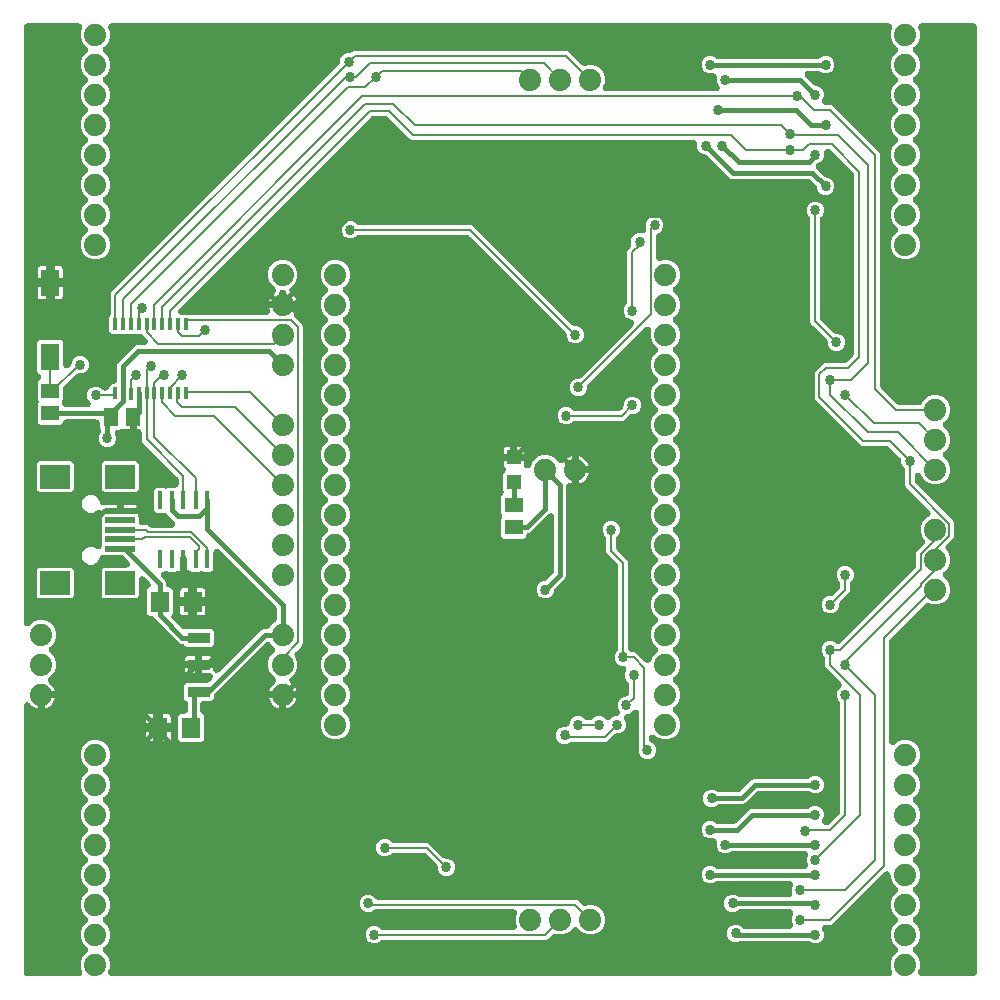
<source format=gbr>
G04 EAGLE Gerber RS-274X export*
G75*
%MOMM*%
%FSLAX34Y34*%
%LPD*%
%INBottom Copper*%
%IPPOS*%
%AMOC8*
5,1,8,0,0,1.08239X$1,22.5*%
G01*
%ADD10C,1.879600*%
%ADD11R,1.500000X1.300000*%
%ADD12R,1.600000X2.300000*%
%ADD13R,1.300000X1.500000*%
%ADD14R,1.200000X1.200000*%
%ADD15R,2.500000X0.500000*%
%ADD16R,2.500000X2.000000*%
%ADD17R,0.400000X1.499997*%
%ADD18R,1.900000X0.900000*%
%ADD19R,1.900000X3.200000*%
%ADD20R,1.600000X1.800000*%
%ADD21R,0.400000X1.000000*%
%ADD22C,0.858000*%
%ADD23C,0.406400*%
%ADD24C,0.203200*%

G36*
X49645Y3063D02*
X49645Y3063D01*
X49825Y3070D01*
X49890Y3083D01*
X49957Y3089D01*
X50132Y3132D01*
X50309Y3168D01*
X50371Y3191D01*
X50435Y3207D01*
X50602Y3279D01*
X50770Y3342D01*
X50828Y3376D01*
X50889Y3402D01*
X51041Y3499D01*
X51197Y3589D01*
X51249Y3631D01*
X51305Y3667D01*
X51439Y3787D01*
X51579Y3902D01*
X51623Y3951D01*
X51673Y3996D01*
X51786Y4136D01*
X51906Y4271D01*
X51941Y4328D01*
X51983Y4380D01*
X52072Y4536D01*
X52168Y4689D01*
X52194Y4750D01*
X52227Y4808D01*
X52290Y4978D01*
X52360Y5144D01*
X52375Y5208D01*
X52398Y5271D01*
X52433Y5448D01*
X52475Y5623D01*
X52480Y5690D01*
X52493Y5755D01*
X52499Y5935D01*
X52512Y6115D01*
X52506Y6182D01*
X52508Y6248D01*
X52485Y6427D01*
X52469Y6607D01*
X52454Y6657D01*
X52444Y6737D01*
X52301Y7209D01*
X52287Y7240D01*
X52280Y7262D01*
X51053Y10224D01*
X51053Y15176D01*
X52948Y19751D01*
X56443Y23245D01*
X56492Y23303D01*
X56548Y23356D01*
X56652Y23491D01*
X56762Y23621D01*
X56802Y23686D01*
X56848Y23747D01*
X56929Y23897D01*
X57017Y24044D01*
X57045Y24115D01*
X57081Y24182D01*
X57137Y24343D01*
X57200Y24502D01*
X57217Y24576D01*
X57241Y24648D01*
X57270Y24817D01*
X57307Y24984D01*
X57311Y25060D01*
X57324Y25135D01*
X57325Y25306D01*
X57335Y25476D01*
X57326Y25552D01*
X57327Y25628D01*
X57300Y25797D01*
X57282Y25967D01*
X57262Y26040D01*
X57250Y26115D01*
X57197Y26278D01*
X57152Y26442D01*
X57120Y26512D01*
X57096Y26584D01*
X57017Y26735D01*
X56946Y26891D01*
X56903Y26954D01*
X56868Y27022D01*
X56802Y27104D01*
X56671Y27300D01*
X56509Y27472D01*
X56443Y27555D01*
X52948Y31050D01*
X51053Y35624D01*
X51053Y40576D01*
X52948Y45151D01*
X56443Y48645D01*
X56492Y48703D01*
X56548Y48756D01*
X56652Y48891D01*
X56762Y49021D01*
X56802Y49086D01*
X56848Y49147D01*
X56929Y49297D01*
X57017Y49444D01*
X57045Y49515D01*
X57081Y49582D01*
X57137Y49743D01*
X57200Y49902D01*
X57217Y49976D01*
X57241Y50048D01*
X57270Y50217D01*
X57307Y50384D01*
X57311Y50460D01*
X57324Y50535D01*
X57325Y50706D01*
X57335Y50876D01*
X57326Y50952D01*
X57327Y51028D01*
X57300Y51197D01*
X57282Y51367D01*
X57262Y51440D01*
X57250Y51515D01*
X57197Y51678D01*
X57152Y51842D01*
X57120Y51912D01*
X57096Y51984D01*
X57017Y52135D01*
X56946Y52291D01*
X56903Y52354D01*
X56868Y52422D01*
X56802Y52504D01*
X56671Y52700D01*
X56509Y52872D01*
X56443Y52955D01*
X52948Y56450D01*
X51053Y61024D01*
X51053Y65976D01*
X52948Y70551D01*
X56443Y74045D01*
X56461Y74067D01*
X56479Y74082D01*
X56506Y74116D01*
X56548Y74156D01*
X56652Y74291D01*
X56762Y74421D01*
X56802Y74486D01*
X56848Y74547D01*
X56929Y74697D01*
X57017Y74844D01*
X57045Y74915D01*
X57081Y74982D01*
X57137Y75143D01*
X57200Y75302D01*
X57217Y75376D01*
X57241Y75448D01*
X57270Y75617D01*
X57307Y75784D01*
X57311Y75860D01*
X57324Y75935D01*
X57325Y76106D01*
X57335Y76276D01*
X57326Y76352D01*
X57327Y76428D01*
X57300Y76597D01*
X57282Y76767D01*
X57262Y76840D01*
X57250Y76915D01*
X57197Y77078D01*
X57152Y77242D01*
X57120Y77312D01*
X57096Y77384D01*
X57017Y77535D01*
X56946Y77691D01*
X56903Y77754D01*
X56868Y77822D01*
X56802Y77904D01*
X56671Y78100D01*
X56509Y78272D01*
X56443Y78355D01*
X52948Y81850D01*
X51053Y86424D01*
X51053Y91376D01*
X52948Y95951D01*
X56443Y99445D01*
X56492Y99503D01*
X56548Y99556D01*
X56652Y99691D01*
X56762Y99821D01*
X56802Y99886D01*
X56848Y99947D01*
X56929Y100097D01*
X57017Y100244D01*
X57045Y100315D01*
X57081Y100382D01*
X57137Y100543D01*
X57200Y100702D01*
X57217Y100776D01*
X57241Y100848D01*
X57270Y101017D01*
X57307Y101184D01*
X57311Y101260D01*
X57324Y101335D01*
X57325Y101506D01*
X57335Y101676D01*
X57326Y101752D01*
X57327Y101828D01*
X57300Y101997D01*
X57282Y102167D01*
X57262Y102240D01*
X57250Y102315D01*
X57197Y102478D01*
X57152Y102642D01*
X57120Y102712D01*
X57096Y102784D01*
X57017Y102935D01*
X56946Y103091D01*
X56903Y103154D01*
X56868Y103222D01*
X56802Y103304D01*
X56671Y103500D01*
X56509Y103672D01*
X56443Y103755D01*
X52948Y107250D01*
X51053Y111824D01*
X51053Y116776D01*
X52948Y121351D01*
X56443Y124845D01*
X56492Y124903D01*
X56548Y124956D01*
X56652Y125091D01*
X56762Y125221D01*
X56802Y125286D01*
X56848Y125347D01*
X56929Y125497D01*
X57017Y125644D01*
X57045Y125715D01*
X57081Y125782D01*
X57137Y125943D01*
X57200Y126102D01*
X57217Y126176D01*
X57241Y126248D01*
X57270Y126417D01*
X57307Y126584D01*
X57311Y126660D01*
X57324Y126735D01*
X57325Y126906D01*
X57335Y127076D01*
X57326Y127152D01*
X57327Y127228D01*
X57300Y127397D01*
X57282Y127567D01*
X57262Y127640D01*
X57250Y127715D01*
X57197Y127878D01*
X57152Y128042D01*
X57120Y128112D01*
X57096Y128184D01*
X57017Y128335D01*
X56946Y128491D01*
X56903Y128554D01*
X56868Y128622D01*
X56802Y128704D01*
X56671Y128900D01*
X56509Y129072D01*
X56443Y129155D01*
X52948Y132650D01*
X51053Y137224D01*
X51053Y142176D01*
X52948Y146751D01*
X56443Y150245D01*
X56454Y150258D01*
X56460Y150264D01*
X56488Y150298D01*
X56492Y150303D01*
X56548Y150356D01*
X56652Y150491D01*
X56762Y150621D01*
X56802Y150686D01*
X56848Y150747D01*
X56929Y150897D01*
X57017Y151044D01*
X57045Y151115D01*
X57081Y151182D01*
X57137Y151343D01*
X57200Y151502D01*
X57217Y151576D01*
X57241Y151648D01*
X57270Y151817D01*
X57307Y151984D01*
X57311Y152060D01*
X57324Y152135D01*
X57325Y152306D01*
X57335Y152476D01*
X57326Y152552D01*
X57327Y152628D01*
X57300Y152797D01*
X57282Y152967D01*
X57262Y153040D01*
X57250Y153115D01*
X57197Y153278D01*
X57152Y153442D01*
X57120Y153512D01*
X57096Y153584D01*
X57017Y153735D01*
X56946Y153891D01*
X56903Y153954D01*
X56868Y154022D01*
X56802Y154104D01*
X56671Y154300D01*
X56509Y154472D01*
X56443Y154555D01*
X52948Y158050D01*
X51053Y162624D01*
X51053Y167576D01*
X52948Y172151D01*
X56443Y175645D01*
X56492Y175703D01*
X56548Y175756D01*
X56652Y175891D01*
X56762Y176021D01*
X56802Y176086D01*
X56848Y176147D01*
X56929Y176297D01*
X57017Y176444D01*
X57045Y176515D01*
X57081Y176582D01*
X57137Y176743D01*
X57200Y176902D01*
X57217Y176976D01*
X57241Y177048D01*
X57270Y177217D01*
X57307Y177384D01*
X57311Y177460D01*
X57324Y177535D01*
X57325Y177706D01*
X57335Y177876D01*
X57326Y177952D01*
X57327Y178028D01*
X57300Y178197D01*
X57282Y178367D01*
X57262Y178440D01*
X57250Y178515D01*
X57197Y178678D01*
X57152Y178842D01*
X57120Y178912D01*
X57096Y178984D01*
X57017Y179135D01*
X56946Y179291D01*
X56903Y179354D01*
X56868Y179422D01*
X56802Y179504D01*
X56671Y179700D01*
X56509Y179872D01*
X56443Y179955D01*
X52948Y183450D01*
X51053Y188024D01*
X51053Y192976D01*
X52948Y197551D01*
X56449Y201052D01*
X61024Y202947D01*
X65976Y202947D01*
X70551Y201052D01*
X74052Y197551D01*
X75947Y192976D01*
X75947Y188024D01*
X74052Y183450D01*
X70557Y179955D01*
X70508Y179897D01*
X70452Y179845D01*
X70348Y179709D01*
X70238Y179579D01*
X70198Y179513D01*
X70152Y179453D01*
X70071Y179303D01*
X69983Y179156D01*
X69955Y179086D01*
X69919Y179018D01*
X69863Y178857D01*
X69800Y178698D01*
X69783Y178624D01*
X69759Y178552D01*
X69730Y178383D01*
X69693Y178217D01*
X69689Y178140D01*
X69676Y178065D01*
X69675Y177894D01*
X69665Y177724D01*
X69674Y177648D01*
X69673Y177572D01*
X69700Y177403D01*
X69718Y177233D01*
X69738Y177160D01*
X69750Y177085D01*
X69803Y176922D01*
X69848Y176758D01*
X69880Y176688D01*
X69904Y176616D01*
X69983Y176464D01*
X70054Y176309D01*
X70097Y176246D01*
X70132Y176178D01*
X70197Y176096D01*
X70329Y175900D01*
X70492Y175727D01*
X70557Y175645D01*
X74052Y172151D01*
X75947Y167576D01*
X75947Y162624D01*
X74052Y158050D01*
X70557Y154555D01*
X70508Y154497D01*
X70452Y154445D01*
X70348Y154309D01*
X70238Y154179D01*
X70198Y154113D01*
X70152Y154053D01*
X70071Y153903D01*
X69983Y153756D01*
X69955Y153686D01*
X69919Y153618D01*
X69863Y153457D01*
X69800Y153298D01*
X69783Y153224D01*
X69759Y153152D01*
X69730Y152983D01*
X69693Y152817D01*
X69689Y152740D01*
X69676Y152665D01*
X69675Y152494D01*
X69665Y152324D01*
X69674Y152248D01*
X69673Y152172D01*
X69700Y152003D01*
X69718Y151833D01*
X69738Y151760D01*
X69750Y151685D01*
X69803Y151522D01*
X69848Y151358D01*
X69880Y151288D01*
X69904Y151216D01*
X69983Y151064D01*
X70054Y150909D01*
X70097Y150846D01*
X70132Y150778D01*
X70197Y150696D01*
X70329Y150500D01*
X70398Y150427D01*
X70414Y150405D01*
X70497Y150321D01*
X70557Y150245D01*
X74052Y146751D01*
X75947Y142176D01*
X75947Y137224D01*
X74052Y132650D01*
X70557Y129155D01*
X70508Y129097D01*
X70452Y129045D01*
X70348Y128909D01*
X70238Y128779D01*
X70198Y128713D01*
X70152Y128653D01*
X70071Y128503D01*
X69983Y128356D01*
X69955Y128286D01*
X69919Y128218D01*
X69863Y128057D01*
X69800Y127898D01*
X69783Y127824D01*
X69759Y127752D01*
X69730Y127583D01*
X69693Y127417D01*
X69689Y127340D01*
X69676Y127265D01*
X69675Y127094D01*
X69665Y126924D01*
X69674Y126848D01*
X69673Y126772D01*
X69700Y126603D01*
X69718Y126433D01*
X69738Y126360D01*
X69750Y126285D01*
X69803Y126122D01*
X69848Y125958D01*
X69880Y125888D01*
X69904Y125816D01*
X69983Y125664D01*
X70054Y125509D01*
X70097Y125446D01*
X70132Y125378D01*
X70197Y125296D01*
X70329Y125100D01*
X70492Y124927D01*
X70557Y124845D01*
X74052Y121351D01*
X75947Y116776D01*
X75947Y111824D01*
X74052Y107250D01*
X70557Y103755D01*
X70508Y103697D01*
X70452Y103645D01*
X70348Y103509D01*
X70238Y103379D01*
X70198Y103313D01*
X70152Y103253D01*
X70071Y103103D01*
X69983Y102956D01*
X69955Y102886D01*
X69919Y102818D01*
X69863Y102657D01*
X69800Y102498D01*
X69783Y102424D01*
X69759Y102352D01*
X69730Y102183D01*
X69693Y102017D01*
X69689Y101940D01*
X69676Y101865D01*
X69675Y101694D01*
X69665Y101524D01*
X69674Y101448D01*
X69673Y101372D01*
X69700Y101203D01*
X69718Y101033D01*
X69738Y100960D01*
X69750Y100885D01*
X69803Y100722D01*
X69848Y100558D01*
X69880Y100488D01*
X69904Y100416D01*
X69983Y100264D01*
X70054Y100109D01*
X70097Y100046D01*
X70132Y99978D01*
X70197Y99896D01*
X70329Y99700D01*
X70492Y99527D01*
X70557Y99445D01*
X74052Y95951D01*
X75947Y91376D01*
X75947Y86424D01*
X74052Y81850D01*
X70557Y78355D01*
X70508Y78297D01*
X70452Y78245D01*
X70348Y78109D01*
X70238Y77979D01*
X70198Y77913D01*
X70152Y77853D01*
X70071Y77703D01*
X69983Y77556D01*
X69955Y77486D01*
X69919Y77418D01*
X69863Y77257D01*
X69800Y77098D01*
X69783Y77024D01*
X69759Y76952D01*
X69730Y76783D01*
X69693Y76617D01*
X69689Y76540D01*
X69676Y76465D01*
X69675Y76294D01*
X69665Y76124D01*
X69674Y76048D01*
X69673Y75972D01*
X69700Y75803D01*
X69718Y75633D01*
X69738Y75560D01*
X69750Y75485D01*
X69803Y75322D01*
X69848Y75158D01*
X69880Y75088D01*
X69904Y75016D01*
X69983Y74864D01*
X70054Y74709D01*
X70097Y74646D01*
X70132Y74578D01*
X70197Y74496D01*
X70329Y74300D01*
X70376Y74250D01*
X70395Y74224D01*
X70498Y74120D01*
X70557Y74045D01*
X74052Y70551D01*
X75947Y65976D01*
X75947Y61024D01*
X74052Y56450D01*
X70557Y52955D01*
X70508Y52897D01*
X70452Y52845D01*
X70348Y52709D01*
X70238Y52579D01*
X70198Y52513D01*
X70152Y52453D01*
X70071Y52303D01*
X69983Y52156D01*
X69955Y52086D01*
X69919Y52018D01*
X69863Y51857D01*
X69800Y51698D01*
X69783Y51624D01*
X69759Y51552D01*
X69730Y51383D01*
X69693Y51217D01*
X69689Y51140D01*
X69676Y51065D01*
X69675Y50894D01*
X69665Y50724D01*
X69674Y50648D01*
X69673Y50572D01*
X69700Y50403D01*
X69718Y50233D01*
X69738Y50160D01*
X69750Y50085D01*
X69803Y49922D01*
X69848Y49758D01*
X69880Y49688D01*
X69904Y49616D01*
X69983Y49464D01*
X70054Y49309D01*
X70097Y49246D01*
X70132Y49178D01*
X70197Y49096D01*
X70329Y48900D01*
X70492Y48727D01*
X70557Y48645D01*
X74052Y45151D01*
X75947Y40576D01*
X75947Y35624D01*
X74052Y31050D01*
X70557Y27555D01*
X70508Y27497D01*
X70452Y27445D01*
X70348Y27309D01*
X70238Y27179D01*
X70198Y27113D01*
X70152Y27053D01*
X70071Y26903D01*
X69983Y26756D01*
X69955Y26686D01*
X69919Y26618D01*
X69863Y26457D01*
X69800Y26298D01*
X69783Y26224D01*
X69759Y26152D01*
X69730Y25983D01*
X69693Y25817D01*
X69689Y25740D01*
X69676Y25665D01*
X69675Y25494D01*
X69665Y25324D01*
X69674Y25248D01*
X69673Y25172D01*
X69700Y25003D01*
X69718Y24833D01*
X69738Y24760D01*
X69750Y24685D01*
X69803Y24522D01*
X69848Y24358D01*
X69880Y24288D01*
X69904Y24216D01*
X69983Y24064D01*
X70054Y23909D01*
X70097Y23846D01*
X70132Y23778D01*
X70197Y23696D01*
X70329Y23500D01*
X70492Y23327D01*
X70557Y23245D01*
X74052Y19751D01*
X75947Y15176D01*
X75947Y10224D01*
X74720Y7262D01*
X74665Y7091D01*
X74602Y6921D01*
X74589Y6856D01*
X74569Y6793D01*
X74542Y6614D01*
X74507Y6437D01*
X74505Y6371D01*
X74495Y6305D01*
X74497Y6124D01*
X74492Y5944D01*
X74500Y5878D01*
X74501Y5811D01*
X74532Y5634D01*
X74556Y5455D01*
X74575Y5391D01*
X74587Y5326D01*
X74646Y5156D01*
X74699Y4982D01*
X74728Y4923D01*
X74750Y4860D01*
X74836Y4702D01*
X74915Y4539D01*
X74954Y4485D01*
X74986Y4427D01*
X75096Y4284D01*
X75201Y4137D01*
X75248Y4090D01*
X75288Y4037D01*
X75421Y3914D01*
X75548Y3786D01*
X75601Y3747D01*
X75650Y3702D01*
X75801Y3602D01*
X75946Y3496D01*
X76006Y3466D01*
X76061Y3429D01*
X76226Y3355D01*
X76387Y3273D01*
X76450Y3253D01*
X76511Y3226D01*
X76685Y3179D01*
X76857Y3125D01*
X76910Y3119D01*
X76987Y3098D01*
X77478Y3049D01*
X77512Y3051D01*
X77535Y3049D01*
X735265Y3049D01*
X735445Y3063D01*
X735625Y3070D01*
X735690Y3083D01*
X735757Y3089D01*
X735932Y3132D01*
X736109Y3168D01*
X736171Y3191D01*
X736235Y3207D01*
X736402Y3279D01*
X736570Y3342D01*
X736628Y3376D01*
X736689Y3402D01*
X736841Y3499D01*
X736997Y3589D01*
X737049Y3631D01*
X737105Y3667D01*
X737239Y3787D01*
X737379Y3902D01*
X737423Y3951D01*
X737473Y3996D01*
X737586Y4136D01*
X737706Y4271D01*
X737741Y4328D01*
X737783Y4380D01*
X737872Y4536D01*
X737968Y4689D01*
X737994Y4750D01*
X738027Y4808D01*
X738090Y4978D01*
X738160Y5144D01*
X738175Y5208D01*
X738198Y5271D01*
X738233Y5448D01*
X738275Y5623D01*
X738280Y5690D01*
X738293Y5755D01*
X738299Y5935D01*
X738312Y6115D01*
X738306Y6182D01*
X738308Y6248D01*
X738285Y6427D01*
X738269Y6607D01*
X738254Y6657D01*
X738244Y6737D01*
X738101Y7209D01*
X738087Y7240D01*
X738080Y7262D01*
X736853Y10224D01*
X736853Y15176D01*
X738748Y19751D01*
X742243Y23245D01*
X742292Y23303D01*
X742348Y23356D01*
X742452Y23491D01*
X742562Y23621D01*
X742602Y23686D01*
X742648Y23747D01*
X742729Y23897D01*
X742817Y24044D01*
X742845Y24115D01*
X742881Y24182D01*
X742937Y24343D01*
X743000Y24502D01*
X743017Y24576D01*
X743041Y24648D01*
X743070Y24817D01*
X743107Y24984D01*
X743111Y25060D01*
X743124Y25135D01*
X743125Y25306D01*
X743135Y25476D01*
X743126Y25552D01*
X743127Y25628D01*
X743100Y25797D01*
X743082Y25967D01*
X743062Y26040D01*
X743050Y26115D01*
X742997Y26278D01*
X742952Y26442D01*
X742920Y26512D01*
X742896Y26584D01*
X742817Y26735D01*
X742746Y26891D01*
X742703Y26954D01*
X742668Y27022D01*
X742602Y27104D01*
X742471Y27300D01*
X742309Y27472D01*
X742243Y27555D01*
X738748Y31050D01*
X736853Y35624D01*
X736853Y40576D01*
X738748Y45151D01*
X742243Y48645D01*
X742292Y48703D01*
X742348Y48756D01*
X742452Y48891D01*
X742562Y49021D01*
X742602Y49086D01*
X742648Y49147D01*
X742729Y49297D01*
X742817Y49444D01*
X742845Y49515D01*
X742881Y49582D01*
X742937Y49743D01*
X743000Y49902D01*
X743017Y49976D01*
X743041Y50048D01*
X743070Y50217D01*
X743107Y50384D01*
X743111Y50460D01*
X743124Y50535D01*
X743125Y50706D01*
X743135Y50876D01*
X743126Y50952D01*
X743127Y51028D01*
X743100Y51197D01*
X743082Y51367D01*
X743062Y51440D01*
X743050Y51515D01*
X742997Y51678D01*
X742952Y51842D01*
X742920Y51912D01*
X742896Y51984D01*
X742817Y52135D01*
X742746Y52291D01*
X742703Y52354D01*
X742668Y52422D01*
X742602Y52504D01*
X742471Y52700D01*
X742309Y52872D01*
X742243Y52955D01*
X738748Y56450D01*
X736853Y61024D01*
X736853Y65976D01*
X738748Y70551D01*
X742243Y74045D01*
X742261Y74067D01*
X742279Y74082D01*
X742306Y74116D01*
X742348Y74156D01*
X742452Y74291D01*
X742562Y74421D01*
X742602Y74486D01*
X742648Y74547D01*
X742729Y74697D01*
X742817Y74844D01*
X742845Y74915D01*
X742881Y74982D01*
X742937Y75143D01*
X743000Y75302D01*
X743017Y75376D01*
X743041Y75448D01*
X743070Y75617D01*
X743107Y75784D01*
X743111Y75860D01*
X743124Y75935D01*
X743125Y76106D01*
X743135Y76276D01*
X743126Y76352D01*
X743127Y76428D01*
X743100Y76597D01*
X743082Y76767D01*
X743062Y76840D01*
X743050Y76915D01*
X742997Y77078D01*
X742952Y77242D01*
X742920Y77312D01*
X742896Y77384D01*
X742817Y77535D01*
X742746Y77691D01*
X742703Y77754D01*
X742668Y77822D01*
X742602Y77904D01*
X742471Y78100D01*
X742309Y78272D01*
X742243Y78355D01*
X738748Y81850D01*
X736853Y86424D01*
X736853Y88748D01*
X736850Y88786D01*
X736852Y88824D01*
X736830Y89032D01*
X736813Y89240D01*
X736804Y89277D01*
X736800Y89315D01*
X736745Y89516D01*
X736695Y89719D01*
X736680Y89754D01*
X736669Y89791D01*
X736582Y89981D01*
X736500Y90172D01*
X736480Y90204D01*
X736464Y90239D01*
X736347Y90412D01*
X736235Y90588D01*
X736210Y90617D01*
X736188Y90648D01*
X736045Y90800D01*
X735906Y90956D01*
X735877Y90980D01*
X735851Y91008D01*
X735685Y91135D01*
X735522Y91266D01*
X735489Y91285D01*
X735459Y91308D01*
X735275Y91407D01*
X735094Y91510D01*
X735058Y91523D01*
X735024Y91541D01*
X734827Y91609D01*
X734631Y91682D01*
X734594Y91689D01*
X734558Y91701D01*
X734351Y91736D01*
X734147Y91776D01*
X734109Y91777D01*
X734071Y91784D01*
X733862Y91785D01*
X733654Y91792D01*
X733616Y91787D01*
X733578Y91787D01*
X733371Y91754D01*
X733165Y91727D01*
X733128Y91716D01*
X733091Y91710D01*
X732892Y91645D01*
X732693Y91585D01*
X732658Y91568D01*
X732622Y91556D01*
X732437Y91459D01*
X732249Y91368D01*
X732218Y91346D01*
X732184Y91328D01*
X732112Y91270D01*
X731847Y91082D01*
X731725Y90961D01*
X731651Y90903D01*
X688103Y47354D01*
X686609Y46735D01*
X682027Y46735D01*
X681847Y46721D01*
X681667Y46714D01*
X681602Y46701D01*
X681535Y46695D01*
X681360Y46652D01*
X681183Y46616D01*
X681121Y46593D01*
X681057Y46577D01*
X680891Y46505D01*
X680722Y46442D01*
X680664Y46408D01*
X680603Y46382D01*
X680451Y46285D01*
X680295Y46195D01*
X680243Y46153D01*
X680187Y46117D01*
X680053Y45997D01*
X679913Y45882D01*
X679869Y45833D01*
X679819Y45788D01*
X679706Y45648D01*
X679586Y45513D01*
X679551Y45456D01*
X679509Y45404D01*
X679420Y45248D01*
X679324Y45095D01*
X679298Y45034D01*
X679265Y44976D01*
X679202Y44806D01*
X679132Y44640D01*
X679117Y44576D01*
X679094Y44513D01*
X679059Y44336D01*
X679017Y44161D01*
X679012Y44094D01*
X678999Y44029D01*
X678993Y43849D01*
X678980Y43669D01*
X678986Y43602D01*
X678984Y43536D01*
X679007Y43357D01*
X679023Y43177D01*
X679038Y43127D01*
X679048Y43047D01*
X679191Y42575D01*
X679205Y42544D01*
X679212Y42522D01*
X680439Y39560D01*
X680439Y36640D01*
X679321Y33943D01*
X677257Y31879D01*
X674560Y30761D01*
X671640Y30761D01*
X668943Y31879D01*
X668695Y32127D01*
X668608Y32201D01*
X668527Y32282D01*
X668420Y32360D01*
X668319Y32446D01*
X668221Y32505D01*
X668129Y32572D01*
X668010Y32632D01*
X667896Y32701D01*
X667790Y32743D01*
X667688Y32795D01*
X667561Y32835D01*
X667438Y32884D01*
X667327Y32909D01*
X667218Y32943D01*
X667124Y32953D01*
X666956Y32991D01*
X666632Y33009D01*
X666540Y33019D01*
X610241Y33019D01*
X610232Y33018D01*
X610222Y33019D01*
X609987Y32999D01*
X609749Y32979D01*
X609740Y32977D01*
X609730Y32976D01*
X609692Y32965D01*
X609271Y32861D01*
X609150Y32809D01*
X609075Y32787D01*
X607250Y32031D01*
X604330Y32031D01*
X601633Y33149D01*
X599569Y35213D01*
X598451Y37910D01*
X598451Y40830D01*
X599569Y43527D01*
X601633Y45591D01*
X604330Y46709D01*
X607250Y46709D01*
X609947Y45591D01*
X611465Y44073D01*
X611552Y43999D01*
X611633Y43918D01*
X611740Y43840D01*
X611841Y43754D01*
X611939Y43695D01*
X612031Y43628D01*
X612150Y43568D01*
X612264Y43499D01*
X612370Y43457D01*
X612472Y43405D01*
X612599Y43365D01*
X612722Y43316D01*
X612833Y43291D01*
X612942Y43257D01*
X613036Y43247D01*
X613204Y43209D01*
X613528Y43191D01*
X613620Y43181D01*
X651052Y43181D01*
X651232Y43195D01*
X651412Y43202D01*
X651477Y43215D01*
X651544Y43221D01*
X651719Y43264D01*
X651896Y43300D01*
X651958Y43323D01*
X652023Y43339D01*
X652188Y43411D01*
X652357Y43474D01*
X652415Y43508D01*
X652476Y43534D01*
X652628Y43631D01*
X652784Y43721D01*
X652836Y43763D01*
X652892Y43799D01*
X653027Y43919D01*
X653166Y44034D01*
X653210Y44083D01*
X653260Y44128D01*
X653373Y44268D01*
X653493Y44403D01*
X653528Y44460D01*
X653570Y44512D01*
X653659Y44668D01*
X653755Y44821D01*
X653781Y44882D01*
X653814Y44940D01*
X653877Y45110D01*
X653947Y45276D01*
X653962Y45340D01*
X653985Y45403D01*
X654020Y45580D01*
X654062Y45755D01*
X654067Y45822D01*
X654080Y45887D01*
X654086Y46067D01*
X654099Y46247D01*
X654093Y46314D01*
X654096Y46380D01*
X654072Y46559D01*
X654056Y46739D01*
X654042Y46789D01*
X654031Y46869D01*
X653889Y47341D01*
X653874Y47372D01*
X653867Y47394D01*
X653061Y49340D01*
X653061Y52260D01*
X654393Y55476D01*
X654449Y55647D01*
X654512Y55817D01*
X654524Y55882D01*
X654545Y55945D01*
X654572Y56124D01*
X654606Y56301D01*
X654608Y56367D01*
X654618Y56433D01*
X654616Y56614D01*
X654622Y56794D01*
X654613Y56860D01*
X654612Y56927D01*
X654581Y57104D01*
X654557Y57283D01*
X654538Y57347D01*
X654526Y57412D01*
X654467Y57582D01*
X654415Y57756D01*
X654385Y57815D01*
X654363Y57878D01*
X654277Y58036D01*
X654198Y58199D01*
X654159Y58253D01*
X654127Y58311D01*
X654017Y58454D01*
X653912Y58601D01*
X653866Y58648D01*
X653825Y58701D01*
X653692Y58824D01*
X653566Y58952D01*
X653512Y58991D01*
X653463Y59036D01*
X653313Y59136D01*
X653167Y59242D01*
X653107Y59272D01*
X653052Y59309D01*
X652888Y59383D01*
X652726Y59465D01*
X652663Y59485D01*
X652602Y59512D01*
X652428Y59559D01*
X652256Y59613D01*
X652203Y59619D01*
X652126Y59640D01*
X651635Y59689D01*
X651601Y59687D01*
X651578Y59689D01*
X609810Y59689D01*
X609696Y59680D01*
X609582Y59681D01*
X609451Y59660D01*
X609318Y59649D01*
X609208Y59622D01*
X609095Y59604D01*
X608968Y59563D01*
X608840Y59531D01*
X608735Y59486D01*
X608626Y59450D01*
X608508Y59388D01*
X608386Y59336D01*
X608290Y59275D01*
X608189Y59222D01*
X608115Y59163D01*
X607970Y59071D01*
X607728Y58855D01*
X607655Y58797D01*
X607407Y58549D01*
X604710Y57431D01*
X601790Y57431D01*
X599093Y58549D01*
X597029Y60613D01*
X595911Y63310D01*
X595911Y66230D01*
X597029Y68927D01*
X599093Y70991D01*
X601790Y72109D01*
X604710Y72109D01*
X607407Y70991D01*
X607655Y70743D01*
X607742Y70669D01*
X607823Y70588D01*
X607930Y70510D01*
X608031Y70424D01*
X608129Y70365D01*
X608221Y70298D01*
X608340Y70238D01*
X608454Y70169D01*
X608560Y70127D01*
X608662Y70075D01*
X608789Y70035D01*
X608912Y69986D01*
X609023Y69961D01*
X609132Y69927D01*
X609226Y69917D01*
X609394Y69879D01*
X609718Y69861D01*
X609810Y69851D01*
X650526Y69851D01*
X650706Y69865D01*
X650886Y69872D01*
X650951Y69885D01*
X651018Y69891D01*
X651193Y69934D01*
X651370Y69970D01*
X651432Y69993D01*
X651497Y70009D01*
X651662Y70081D01*
X651831Y70144D01*
X651889Y70178D01*
X651950Y70204D01*
X652102Y70301D01*
X652259Y70391D01*
X652310Y70433D01*
X652366Y70469D01*
X652501Y70589D01*
X652640Y70704D01*
X652684Y70753D01*
X652734Y70798D01*
X652847Y70938D01*
X652967Y71073D01*
X653002Y71130D01*
X653044Y71182D01*
X653133Y71338D01*
X653229Y71491D01*
X653255Y71553D01*
X653288Y71610D01*
X653351Y71779D01*
X653421Y71946D01*
X653436Y72011D01*
X653459Y72073D01*
X653494Y72250D01*
X653536Y72425D01*
X653541Y72492D01*
X653554Y72557D01*
X653560Y72737D01*
X653573Y72917D01*
X653567Y72984D01*
X653569Y73050D01*
X653546Y73229D01*
X653530Y73409D01*
X653516Y73460D01*
X653505Y73539D01*
X653363Y74011D01*
X653348Y74042D01*
X653341Y74064D01*
X653061Y74740D01*
X653061Y77660D01*
X653867Y79606D01*
X653923Y79777D01*
X653985Y79947D01*
X653998Y80012D01*
X654019Y80075D01*
X654046Y80254D01*
X654080Y80431D01*
X654082Y80497D01*
X654092Y80563D01*
X654090Y80744D01*
X654096Y80924D01*
X654087Y80990D01*
X654086Y81057D01*
X654055Y81234D01*
X654031Y81413D01*
X654012Y81477D01*
X654000Y81542D01*
X653941Y81713D01*
X653889Y81886D01*
X653859Y81945D01*
X653837Y82008D01*
X653751Y82166D01*
X653672Y82329D01*
X653633Y82383D01*
X653601Y82441D01*
X653491Y82584D01*
X653386Y82731D01*
X653340Y82778D01*
X653299Y82831D01*
X653166Y82954D01*
X653040Y83082D01*
X652986Y83121D01*
X652937Y83166D01*
X652787Y83266D01*
X652641Y83372D01*
X652581Y83402D01*
X652526Y83439D01*
X652361Y83513D01*
X652200Y83595D01*
X652137Y83615D01*
X652076Y83642D01*
X651902Y83689D01*
X651730Y83743D01*
X651677Y83749D01*
X651600Y83770D01*
X651109Y83819D01*
X651075Y83817D01*
X651052Y83819D01*
X590760Y83819D01*
X590646Y83810D01*
X590532Y83811D01*
X590401Y83790D01*
X590268Y83779D01*
X590158Y83752D01*
X590045Y83734D01*
X589918Y83693D01*
X589790Y83661D01*
X589685Y83616D01*
X589576Y83580D01*
X589458Y83518D01*
X589336Y83466D01*
X589240Y83405D01*
X589139Y83352D01*
X589065Y83293D01*
X588920Y83201D01*
X588678Y82985D01*
X588605Y82927D01*
X588357Y82679D01*
X585660Y81561D01*
X582740Y81561D01*
X580043Y82679D01*
X577979Y84743D01*
X576861Y87440D01*
X576861Y90360D01*
X577979Y93057D01*
X580043Y95121D01*
X582740Y96239D01*
X585660Y96239D01*
X588357Y95121D01*
X588605Y94873D01*
X588692Y94799D01*
X588773Y94718D01*
X588880Y94640D01*
X588981Y94554D01*
X589079Y94495D01*
X589171Y94428D01*
X589290Y94368D01*
X589404Y94299D01*
X589510Y94257D01*
X589612Y94205D01*
X589739Y94165D01*
X589862Y94116D01*
X589973Y94091D01*
X590082Y94057D01*
X590176Y94047D01*
X590344Y94009D01*
X590668Y93991D01*
X590760Y93981D01*
X663752Y93981D01*
X663932Y93995D01*
X664112Y94002D01*
X664177Y94015D01*
X664244Y94021D01*
X664419Y94064D01*
X664596Y94100D01*
X664658Y94123D01*
X664723Y94139D01*
X664888Y94211D01*
X665057Y94274D01*
X665115Y94308D01*
X665176Y94334D01*
X665328Y94431D01*
X665484Y94521D01*
X665536Y94563D01*
X665592Y94599D01*
X665727Y94719D01*
X665866Y94834D01*
X665910Y94883D01*
X665960Y94928D01*
X666073Y95068D01*
X666193Y95203D01*
X666228Y95260D01*
X666270Y95312D01*
X666359Y95468D01*
X666455Y95621D01*
X666481Y95682D01*
X666514Y95740D01*
X666577Y95910D01*
X666647Y96076D01*
X666662Y96140D01*
X666685Y96203D01*
X666720Y96380D01*
X666762Y96555D01*
X666767Y96622D01*
X666780Y96687D01*
X666786Y96867D01*
X666799Y97047D01*
X666793Y97114D01*
X666796Y97180D01*
X666772Y97359D01*
X666756Y97539D01*
X666742Y97589D01*
X666731Y97669D01*
X666589Y98141D01*
X666574Y98172D01*
X666567Y98194D01*
X665761Y100140D01*
X665761Y103060D01*
X666567Y105006D01*
X666623Y105177D01*
X666685Y105347D01*
X666698Y105412D01*
X666719Y105475D01*
X666746Y105654D01*
X666780Y105831D01*
X666782Y105897D01*
X666792Y105963D01*
X666790Y106144D01*
X666796Y106324D01*
X666787Y106390D01*
X666786Y106457D01*
X666755Y106634D01*
X666731Y106813D01*
X666712Y106877D01*
X666700Y106942D01*
X666641Y107113D01*
X666589Y107286D01*
X666559Y107345D01*
X666537Y107408D01*
X666451Y107566D01*
X666372Y107729D01*
X666333Y107783D01*
X666301Y107841D01*
X666191Y107984D01*
X666086Y108131D01*
X666040Y108178D01*
X665999Y108231D01*
X665866Y108354D01*
X665740Y108482D01*
X665686Y108521D01*
X665637Y108566D01*
X665487Y108666D01*
X665341Y108772D01*
X665281Y108802D01*
X665226Y108839D01*
X665061Y108913D01*
X664900Y108995D01*
X664837Y109015D01*
X664776Y109042D01*
X664602Y109089D01*
X664430Y109143D01*
X664377Y109149D01*
X664300Y109170D01*
X663809Y109219D01*
X663775Y109217D01*
X663752Y109219D01*
X603460Y109219D01*
X603346Y109210D01*
X603232Y109211D01*
X603101Y109190D01*
X602968Y109179D01*
X602858Y109152D01*
X602745Y109134D01*
X602618Y109093D01*
X602490Y109061D01*
X602385Y109016D01*
X602276Y108980D01*
X602158Y108918D01*
X602036Y108866D01*
X601940Y108805D01*
X601839Y108752D01*
X601765Y108693D01*
X601620Y108601D01*
X601378Y108385D01*
X601305Y108327D01*
X601057Y108079D01*
X598360Y106961D01*
X595440Y106961D01*
X592743Y108079D01*
X590679Y110143D01*
X589561Y112840D01*
X589561Y115790D01*
X589592Y115894D01*
X589656Y116093D01*
X589662Y116131D01*
X589672Y116167D01*
X589698Y116374D01*
X589730Y116581D01*
X589729Y116619D01*
X589734Y116657D01*
X589726Y116865D01*
X589723Y117074D01*
X589717Y117112D01*
X589715Y117150D01*
X589674Y117354D01*
X589638Y117560D01*
X589625Y117596D01*
X589618Y117633D01*
X589544Y117828D01*
X589475Y118025D01*
X589456Y118059D01*
X589443Y118095D01*
X589339Y118275D01*
X589239Y118459D01*
X589215Y118489D01*
X589196Y118522D01*
X589064Y118683D01*
X588936Y118848D01*
X588908Y118874D01*
X588884Y118904D01*
X588727Y119042D01*
X588574Y119184D01*
X588543Y119205D01*
X588514Y119230D01*
X588337Y119341D01*
X588163Y119457D01*
X588129Y119472D01*
X588096Y119493D01*
X587904Y119574D01*
X587714Y119659D01*
X587677Y119669D01*
X587642Y119684D01*
X587439Y119733D01*
X587237Y119787D01*
X587199Y119791D01*
X587162Y119800D01*
X586954Y119815D01*
X586746Y119836D01*
X586708Y119834D01*
X586670Y119837D01*
X586463Y119818D01*
X586254Y119805D01*
X586217Y119797D01*
X586179Y119794D01*
X586090Y119768D01*
X585773Y119696D01*
X585689Y119661D01*
X582740Y119661D01*
X580043Y120779D01*
X577979Y122843D01*
X576861Y125540D01*
X576861Y128460D01*
X577979Y131157D01*
X580043Y133221D01*
X582740Y134339D01*
X585660Y134339D01*
X588357Y133221D01*
X588605Y132973D01*
X588692Y132899D01*
X588773Y132818D01*
X588880Y132740D01*
X588981Y132654D01*
X589079Y132595D01*
X589171Y132528D01*
X589290Y132468D01*
X589404Y132399D01*
X589510Y132357D01*
X589612Y132305D01*
X589739Y132265D01*
X589862Y132216D01*
X589973Y132191D01*
X590082Y132157D01*
X590176Y132147D01*
X590344Y132109D01*
X590668Y132091D01*
X590760Y132081D01*
X603693Y132081D01*
X603807Y132090D01*
X603921Y132089D01*
X604053Y132110D01*
X604185Y132121D01*
X604296Y132148D01*
X604409Y132166D01*
X604535Y132207D01*
X604664Y132239D01*
X604769Y132284D01*
X604877Y132320D01*
X604995Y132382D01*
X605117Y132434D01*
X605213Y132495D01*
X605315Y132548D01*
X605388Y132607D01*
X605533Y132699D01*
X605775Y132915D01*
X605848Y132973D01*
X616882Y144007D01*
X618749Y144781D01*
X666540Y144781D01*
X666654Y144790D01*
X666768Y144789D01*
X666899Y144810D01*
X667032Y144821D01*
X667142Y144848D01*
X667255Y144866D01*
X667382Y144907D01*
X667510Y144939D01*
X667615Y144984D01*
X667724Y145020D01*
X667842Y145082D01*
X667964Y145134D01*
X668060Y145195D01*
X668161Y145248D01*
X668235Y145307D01*
X668380Y145399D01*
X668622Y145615D01*
X668695Y145673D01*
X668943Y145921D01*
X671640Y147039D01*
X674560Y147039D01*
X677257Y145921D01*
X679321Y143857D01*
X680439Y141160D01*
X680439Y138240D01*
X679212Y135278D01*
X679157Y135107D01*
X679094Y134937D01*
X679081Y134872D01*
X679061Y134809D01*
X679034Y134630D01*
X678999Y134453D01*
X678997Y134387D01*
X678987Y134321D01*
X678989Y134140D01*
X678984Y133960D01*
X678992Y133894D01*
X678993Y133827D01*
X679024Y133650D01*
X679048Y133471D01*
X679067Y133407D01*
X679079Y133342D01*
X679138Y133171D01*
X679191Y132998D01*
X679220Y132939D01*
X679242Y132876D01*
X679328Y132718D01*
X679407Y132555D01*
X679446Y132501D01*
X679478Y132443D01*
X679588Y132300D01*
X679693Y132153D01*
X679740Y132106D01*
X679780Y132053D01*
X679913Y131930D01*
X680040Y131802D01*
X680093Y131763D01*
X680142Y131718D01*
X680293Y131618D01*
X680438Y131512D01*
X680498Y131482D01*
X680553Y131445D01*
X680718Y131371D01*
X680879Y131289D01*
X680942Y131269D01*
X681003Y131242D01*
X681177Y131195D01*
X681349Y131141D01*
X681402Y131135D01*
X681479Y131114D01*
X681970Y131065D01*
X682004Y131067D01*
X682027Y131065D01*
X682854Y131065D01*
X682968Y131074D01*
X683082Y131073D01*
X683214Y131094D01*
X683346Y131105D01*
X683457Y131132D01*
X683569Y131150D01*
X683696Y131191D01*
X683825Y131223D01*
X683930Y131268D01*
X684038Y131304D01*
X684156Y131366D01*
X684278Y131418D01*
X684374Y131479D01*
X684476Y131532D01*
X684549Y131591D01*
X684694Y131683D01*
X684936Y131899D01*
X685009Y131957D01*
X693543Y140491D01*
X693617Y140578D01*
X693698Y140658D01*
X693776Y140766D01*
X693862Y140867D01*
X693921Y140965D01*
X693988Y141057D01*
X694048Y141176D01*
X694117Y141290D01*
X694159Y141396D01*
X694211Y141498D01*
X694251Y141624D01*
X694300Y141748D01*
X694325Y141859D01*
X694359Y141968D01*
X694369Y142062D01*
X694407Y142229D01*
X694425Y142554D01*
X694435Y142646D01*
X694435Y233724D01*
X694426Y233838D01*
X694427Y233952D01*
X694406Y234083D01*
X694395Y234216D01*
X694368Y234326D01*
X694350Y234439D01*
X694309Y234566D01*
X694277Y234694D01*
X694232Y234799D01*
X694196Y234908D01*
X694135Y235026D01*
X694082Y235148D01*
X694021Y235244D01*
X693968Y235345D01*
X693909Y235419D01*
X693817Y235564D01*
X693601Y235806D01*
X693543Y235879D01*
X692279Y237143D01*
X691161Y239840D01*
X691161Y242760D01*
X692278Y245457D01*
X694632Y247810D01*
X694681Y247868D01*
X694737Y247921D01*
X694841Y248056D01*
X694951Y248186D01*
X694991Y248252D01*
X695037Y248312D01*
X695118Y248462D01*
X695206Y248609D01*
X695234Y248680D01*
X695270Y248747D01*
X695326Y248909D01*
X695389Y249067D01*
X695405Y249141D01*
X695430Y249213D01*
X695459Y249382D01*
X695496Y249549D01*
X695500Y249625D01*
X695513Y249700D01*
X695514Y249871D01*
X695523Y250041D01*
X695515Y250117D01*
X695516Y250193D01*
X695489Y250362D01*
X695471Y250532D01*
X695451Y250605D01*
X695439Y250680D01*
X695386Y250843D01*
X695341Y251007D01*
X695309Y251077D01*
X695285Y251149D01*
X695206Y251301D01*
X695135Y251456D01*
X695092Y251519D01*
X695057Y251587D01*
X694991Y251669D01*
X694859Y251865D01*
X694697Y252038D01*
X694632Y252120D01*
X682354Y264397D01*
X681735Y265891D01*
X681735Y271824D01*
X681726Y271938D01*
X681727Y272052D01*
X681706Y272183D01*
X681695Y272316D01*
X681668Y272426D01*
X681650Y272539D01*
X681609Y272666D01*
X681577Y272794D01*
X681532Y272899D01*
X681496Y273008D01*
X681434Y273126D01*
X681382Y273248D01*
X681321Y273344D01*
X681268Y273445D01*
X681209Y273519D01*
X681117Y273664D01*
X680901Y273906D01*
X680843Y273979D01*
X679579Y275243D01*
X678461Y277940D01*
X678461Y280860D01*
X679579Y283557D01*
X681643Y285621D01*
X684340Y286739D01*
X687260Y286739D01*
X689957Y285622D01*
X690238Y285340D01*
X690296Y285291D01*
X690349Y285235D01*
X690484Y285131D01*
X690614Y285021D01*
X690680Y284981D01*
X690740Y284935D01*
X690890Y284855D01*
X691037Y284766D01*
X691108Y284738D01*
X691175Y284702D01*
X691336Y284646D01*
X691495Y284583D01*
X691569Y284567D01*
X691641Y284542D01*
X691810Y284513D01*
X691976Y284476D01*
X692053Y284472D01*
X692128Y284459D01*
X692299Y284458D01*
X692469Y284449D01*
X692545Y284457D01*
X692621Y284456D01*
X692790Y284483D01*
X692960Y284501D01*
X693033Y284521D01*
X693108Y284533D01*
X693271Y284586D01*
X693435Y284631D01*
X693505Y284663D01*
X693577Y284687D01*
X693728Y284766D01*
X693884Y284837D01*
X693947Y284880D01*
X694015Y284915D01*
X694097Y284981D01*
X694293Y285113D01*
X694466Y285275D01*
X694548Y285340D01*
X757805Y348597D01*
X757879Y348684D01*
X757960Y348764D01*
X758038Y348872D01*
X758124Y348973D01*
X758183Y349071D01*
X758250Y349163D01*
X758310Y349282D01*
X758379Y349396D01*
X758421Y349502D01*
X758473Y349604D01*
X758513Y349730D01*
X758562Y349854D01*
X758587Y349965D01*
X758621Y350074D01*
X758631Y350168D01*
X758669Y350335D01*
X758687Y350660D01*
X758697Y350752D01*
X758697Y361354D01*
X759316Y362847D01*
X765128Y368660D01*
X765178Y368718D01*
X765233Y368770D01*
X765337Y368906D01*
X765448Y369036D01*
X765487Y369101D01*
X765534Y369161D01*
X765614Y369312D01*
X765703Y369458D01*
X765731Y369529D01*
X765767Y369596D01*
X765822Y369758D01*
X765886Y369916D01*
X765902Y369991D01*
X765927Y370063D01*
X765955Y370231D01*
X765992Y370398D01*
X765997Y370474D01*
X766009Y370549D01*
X766010Y370720D01*
X766020Y370891D01*
X766012Y370966D01*
X766012Y371043D01*
X765986Y371212D01*
X765968Y371381D01*
X765948Y371454D01*
X765936Y371530D01*
X765882Y371692D01*
X765837Y371857D01*
X765805Y371926D01*
X765782Y371999D01*
X765703Y372150D01*
X765631Y372305D01*
X765589Y372369D01*
X765554Y372436D01*
X765488Y372518D01*
X765356Y372715D01*
X765194Y372887D01*
X765128Y372969D01*
X764148Y373950D01*
X762253Y378524D01*
X762253Y383476D01*
X764148Y388051D01*
X767649Y391552D01*
X768834Y392042D01*
X768994Y392125D01*
X769158Y392200D01*
X769213Y392237D01*
X769273Y392267D01*
X769418Y392375D01*
X769568Y392475D01*
X769616Y392521D01*
X769670Y392560D01*
X769796Y392690D01*
X769927Y392813D01*
X769968Y392866D01*
X770014Y392913D01*
X770118Y393061D01*
X770227Y393204D01*
X770259Y393263D01*
X770297Y393318D01*
X770375Y393480D01*
X770461Y393639D01*
X770482Y393702D01*
X770511Y393762D01*
X770562Y393935D01*
X770621Y394106D01*
X770632Y394171D01*
X770651Y394235D01*
X770673Y394414D01*
X770703Y394592D01*
X770704Y394659D01*
X770712Y394725D01*
X770705Y394905D01*
X770706Y395086D01*
X770696Y395151D01*
X770693Y395218D01*
X770658Y395395D01*
X770630Y395573D01*
X770609Y395636D01*
X770596Y395701D01*
X770532Y395870D01*
X770475Y396042D01*
X770445Y396101D01*
X770421Y396163D01*
X770331Y396319D01*
X770247Y396479D01*
X770215Y396520D01*
X770174Y396590D01*
X769862Y396972D01*
X769837Y396994D01*
X769822Y397012D01*
X749664Y417170D01*
X749045Y418664D01*
X749045Y431844D01*
X749036Y431958D01*
X749037Y432072D01*
X749016Y432203D01*
X749005Y432336D01*
X748978Y432446D01*
X748960Y432559D01*
X748919Y432686D01*
X748887Y432815D01*
X748842Y432919D01*
X748806Y433028D01*
X748744Y433146D01*
X748692Y433268D01*
X748631Y433364D01*
X748578Y433466D01*
X748519Y433539D01*
X748427Y433684D01*
X748211Y433926D01*
X748153Y433999D01*
X746888Y435263D01*
X745771Y437960D01*
X745771Y439748D01*
X745762Y439862D01*
X745763Y439976D01*
X745742Y440108D01*
X745731Y440240D01*
X745704Y440351D01*
X745686Y440463D01*
X745645Y440590D01*
X745613Y440719D01*
X745568Y440824D01*
X745532Y440932D01*
X745470Y441050D01*
X745418Y441172D01*
X745357Y441268D01*
X745304Y441370D01*
X745245Y441443D01*
X745153Y441588D01*
X744937Y441830D01*
X744879Y441903D01*
X735809Y450973D01*
X735722Y451047D01*
X735642Y451128D01*
X735534Y451206D01*
X735433Y451292D01*
X735335Y451351D01*
X735243Y451418D01*
X735124Y451478D01*
X735010Y451547D01*
X734904Y451589D01*
X734802Y451641D01*
X734676Y451681D01*
X734552Y451730D01*
X734441Y451755D01*
X734332Y451789D01*
X734238Y451799D01*
X734071Y451837D01*
X733746Y451855D01*
X733654Y451865D01*
X712982Y451865D01*
X711488Y452484D01*
X673238Y490734D01*
X672619Y492228D01*
X672619Y513329D01*
X673238Y514822D01*
X674810Y516394D01*
X678676Y520260D01*
X680248Y521832D01*
X681741Y522451D01*
X697986Y522451D01*
X698100Y522460D01*
X698214Y522459D01*
X698345Y522480D01*
X698478Y522491D01*
X698589Y522518D01*
X698701Y522536D01*
X698828Y522577D01*
X698957Y522609D01*
X699061Y522654D01*
X699170Y522690D01*
X699288Y522752D01*
X699410Y522804D01*
X699506Y522865D01*
X699608Y522918D01*
X699681Y522977D01*
X699826Y523069D01*
X700068Y523285D01*
X700141Y523343D01*
X705199Y528401D01*
X705273Y528488D01*
X705354Y528568D01*
X705432Y528676D01*
X705518Y528777D01*
X705577Y528875D01*
X705644Y528967D01*
X705704Y529086D01*
X705773Y529200D01*
X705815Y529306D01*
X705867Y529408D01*
X705907Y529535D01*
X705956Y529658D01*
X705981Y529769D01*
X706015Y529878D01*
X706025Y529972D01*
X706063Y530139D01*
X706081Y530464D01*
X706091Y530556D01*
X706091Y681358D01*
X706082Y681472D01*
X706083Y681586D01*
X706062Y681718D01*
X706051Y681850D01*
X706024Y681961D01*
X706006Y682073D01*
X705965Y682200D01*
X705933Y682329D01*
X705888Y682433D01*
X705852Y682542D01*
X705790Y682660D01*
X705738Y682782D01*
X705677Y682878D01*
X705624Y682980D01*
X705565Y683053D01*
X705473Y683198D01*
X705257Y683440D01*
X705199Y683513D01*
X686279Y702433D01*
X686192Y702507D01*
X686112Y702588D01*
X686004Y702666D01*
X685903Y702752D01*
X685805Y702811D01*
X685713Y702878D01*
X685594Y702938D01*
X685480Y703007D01*
X685374Y703049D01*
X685272Y703101D01*
X685146Y703141D01*
X685022Y703190D01*
X684911Y703215D01*
X684802Y703249D01*
X684708Y703259D01*
X684541Y703297D01*
X684216Y703315D01*
X684124Y703325D01*
X683486Y703325D01*
X683410Y703319D01*
X683334Y703321D01*
X683165Y703299D01*
X682994Y703285D01*
X682920Y703267D01*
X682845Y703257D01*
X682681Y703208D01*
X682515Y703167D01*
X682446Y703137D01*
X682372Y703115D01*
X682219Y703039D01*
X682062Y702972D01*
X681998Y702931D01*
X681929Y702898D01*
X681790Y702799D01*
X681646Y702707D01*
X681589Y702656D01*
X681527Y702612D01*
X681406Y702492D01*
X681278Y702378D01*
X681230Y702319D01*
X681176Y702265D01*
X681075Y702127D01*
X680968Y701994D01*
X680931Y701928D01*
X680886Y701867D01*
X680809Y701714D01*
X680724Y701566D01*
X680698Y701494D01*
X680663Y701426D01*
X680612Y701263D01*
X680553Y701103D01*
X680538Y701028D01*
X680515Y700956D01*
X680503Y700851D01*
X680458Y700619D01*
X680451Y700383D01*
X680439Y700278D01*
X680439Y697040D01*
X679321Y694343D01*
X677257Y692279D01*
X675439Y691525D01*
X675278Y691443D01*
X675114Y691368D01*
X675059Y691331D01*
X675000Y691300D01*
X674854Y691193D01*
X674705Y691092D01*
X674656Y691047D01*
X674603Y691007D01*
X674476Y690878D01*
X674345Y690754D01*
X674305Y690702D01*
X674258Y690654D01*
X674154Y690506D01*
X674045Y690363D01*
X674013Y690305D01*
X673975Y690250D01*
X673897Y690087D01*
X673812Y689928D01*
X673790Y689865D01*
X673761Y689805D01*
X673710Y689632D01*
X673652Y689462D01*
X673640Y689396D01*
X673622Y689332D01*
X673599Y689153D01*
X673569Y688975D01*
X673569Y688909D01*
X673560Y688843D01*
X673567Y688663D01*
X673566Y688482D01*
X673576Y688416D01*
X673579Y688350D01*
X673615Y688173D01*
X673643Y687995D01*
X673663Y687931D01*
X673677Y687866D01*
X673740Y687697D01*
X673797Y687526D01*
X673828Y687467D01*
X673851Y687405D01*
X673941Y687249D01*
X674025Y687088D01*
X674058Y687047D01*
X674098Y686978D01*
X674254Y686787D01*
X674301Y686721D01*
X674342Y686679D01*
X674410Y686596D01*
X674435Y686574D01*
X674450Y686555D01*
X680944Y680061D01*
X681031Y679987D01*
X681111Y679906D01*
X681219Y679828D01*
X681320Y679742D01*
X681418Y679683D01*
X681510Y679616D01*
X681629Y679556D01*
X681743Y679487D01*
X681849Y679445D01*
X681950Y679393D01*
X682077Y679353D01*
X682201Y679304D01*
X682312Y679279D01*
X682421Y679245D01*
X682514Y679235D01*
X682682Y679197D01*
X683006Y679179D01*
X683099Y679169D01*
X683450Y679169D01*
X686147Y678051D01*
X688211Y675987D01*
X689329Y673290D01*
X689329Y670370D01*
X688211Y667673D01*
X686147Y665609D01*
X683450Y664491D01*
X680530Y664491D01*
X677833Y665609D01*
X675769Y667673D01*
X674651Y670370D01*
X674651Y670721D01*
X674642Y670835D01*
X674643Y670949D01*
X674622Y671081D01*
X674611Y671213D01*
X674584Y671324D01*
X674566Y671437D01*
X674525Y671563D01*
X674493Y671692D01*
X674448Y671797D01*
X674412Y671905D01*
X674350Y672023D01*
X674298Y672145D01*
X674237Y672241D01*
X674184Y672343D01*
X674125Y672416D01*
X674033Y672561D01*
X673817Y672803D01*
X673759Y672876D01*
X669348Y677287D01*
X669261Y677361D01*
X669181Y677442D01*
X669073Y677520D01*
X668972Y677606D01*
X668874Y677665D01*
X668782Y677732D01*
X668664Y677792D01*
X668550Y677861D01*
X668443Y677903D01*
X668342Y677955D01*
X668215Y677995D01*
X668091Y678044D01*
X667980Y678069D01*
X667871Y678103D01*
X667778Y678113D01*
X667610Y678151D01*
X667286Y678169D01*
X667193Y678179D01*
X602239Y678179D01*
X600372Y678953D01*
X581436Y697889D01*
X581349Y697963D01*
X581269Y698044D01*
X581161Y698122D01*
X581060Y698208D01*
X580962Y698267D01*
X580870Y698334D01*
X580752Y698394D01*
X580638Y698463D01*
X580531Y698505D01*
X580430Y698557D01*
X580303Y698597D01*
X580179Y698646D01*
X580068Y698671D01*
X579959Y698705D01*
X579866Y698715D01*
X579698Y698753D01*
X579374Y698771D01*
X579281Y698781D01*
X578930Y698781D01*
X576233Y699899D01*
X574169Y701963D01*
X573051Y704660D01*
X573051Y707898D01*
X573045Y707974D01*
X573047Y708050D01*
X573025Y708219D01*
X573011Y708390D01*
X572993Y708464D01*
X572983Y708539D01*
X572934Y708703D01*
X572893Y708869D01*
X572863Y708938D01*
X572841Y709012D01*
X572765Y709165D01*
X572698Y709322D01*
X572657Y709386D01*
X572624Y709455D01*
X572525Y709594D01*
X572433Y709738D01*
X572382Y709795D01*
X572338Y709857D01*
X572218Y709978D01*
X572104Y710106D01*
X572045Y710154D01*
X571991Y710208D01*
X571853Y710309D01*
X571720Y710416D01*
X571654Y710453D01*
X571593Y710498D01*
X571440Y710575D01*
X571292Y710660D01*
X571220Y710686D01*
X571152Y710721D01*
X570989Y710772D01*
X570829Y710831D01*
X570754Y710846D01*
X570682Y710869D01*
X570577Y710881D01*
X570345Y710926D01*
X570109Y710933D01*
X570004Y710945D01*
X331597Y710945D01*
X330103Y711564D01*
X311069Y730599D01*
X310982Y730673D01*
X310902Y730754D01*
X310794Y730832D01*
X310693Y730918D01*
X310595Y730977D01*
X310503Y731044D01*
X310384Y731104D01*
X310270Y731173D01*
X310164Y731215D01*
X310062Y731267D01*
X309935Y731307D01*
X309812Y731356D01*
X309701Y731381D01*
X309592Y731415D01*
X309498Y731425D01*
X309331Y731463D01*
X309006Y731481D01*
X308914Y731491D01*
X299082Y731491D01*
X298968Y731482D01*
X298854Y731483D01*
X298722Y731462D01*
X298590Y731451D01*
X298479Y731424D01*
X298367Y731406D01*
X298240Y731365D01*
X298111Y731333D01*
X298006Y731288D01*
X297898Y731252D01*
X297780Y731190D01*
X297658Y731138D01*
X297562Y731077D01*
X297460Y731024D01*
X297387Y730965D01*
X297242Y730873D01*
X297000Y730657D01*
X296927Y730599D01*
X134409Y568081D01*
X134385Y568052D01*
X134356Y568026D01*
X134248Y567893D01*
X134173Y567811D01*
X134146Y567771D01*
X134090Y567705D01*
X134070Y567672D01*
X134046Y567642D01*
X133959Y567490D01*
X133900Y567400D01*
X133881Y567358D01*
X133835Y567282D01*
X133821Y567247D01*
X133802Y567214D01*
X133740Y567046D01*
X133697Y566951D01*
X133685Y566907D01*
X133652Y566824D01*
X133644Y566787D01*
X133630Y566751D01*
X133596Y566574D01*
X133569Y566474D01*
X133565Y566430D01*
X133545Y566342D01*
X133543Y566304D01*
X133536Y566267D01*
X133530Y566085D01*
X133520Y565983D01*
X133523Y565940D01*
X133518Y565850D01*
X133522Y565812D01*
X133520Y565774D01*
X133544Y565593D01*
X133551Y565491D01*
X133560Y565448D01*
X133570Y565359D01*
X133580Y565323D01*
X133585Y565285D01*
X133637Y565111D01*
X133660Y565010D01*
X133677Y564969D01*
X133700Y564884D01*
X133716Y564849D01*
X133727Y564812D01*
X133806Y564651D01*
X133846Y564553D01*
X133870Y564514D01*
X133906Y564435D01*
X133927Y564403D01*
X133944Y564369D01*
X134046Y564225D01*
X134103Y564132D01*
X134134Y564096D01*
X134182Y564026D01*
X134208Y563998D01*
X134230Y563967D01*
X134351Y563844D01*
X134425Y563758D01*
X134463Y563726D01*
X134519Y563666D01*
X134550Y563643D01*
X134576Y563616D01*
X134712Y563517D01*
X134803Y563441D01*
X134840Y563421D01*
X134911Y563366D01*
X134944Y563348D01*
X134975Y563326D01*
X135161Y563232D01*
X135345Y563133D01*
X135382Y563121D01*
X135393Y563115D01*
X135400Y563111D01*
X135404Y563109D01*
X135416Y563103D01*
X135426Y563100D01*
X135489Y563074D01*
X135599Y563038D01*
X135705Y562994D01*
X135833Y562963D01*
X135959Y562922D01*
X136073Y562905D01*
X136184Y562878D01*
X136316Y562869D01*
X136447Y562849D01*
X136562Y562850D01*
X136676Y562842D01*
X136808Y562853D01*
X136940Y562855D01*
X137053Y562875D01*
X137097Y562879D01*
X142950Y562879D01*
X142995Y562872D01*
X143126Y562874D01*
X143204Y562865D01*
X208308Y562865D01*
X208369Y562870D01*
X208430Y562867D01*
X208615Y562890D01*
X208800Y562905D01*
X208859Y562919D01*
X208920Y562927D01*
X209099Y562979D01*
X209279Y563023D01*
X209335Y563047D01*
X209394Y563065D01*
X209561Y563144D01*
X209732Y563218D01*
X209784Y563251D01*
X209839Y563277D01*
X209992Y563383D01*
X210148Y563483D01*
X210194Y563524D01*
X210244Y563558D01*
X210378Y563688D01*
X210516Y563812D01*
X210555Y563859D01*
X210598Y563902D01*
X210710Y564051D01*
X210826Y564196D01*
X210856Y564248D01*
X210893Y564297D01*
X210978Y564463D01*
X211070Y564624D01*
X211092Y564682D01*
X211120Y564736D01*
X211177Y564912D01*
X211242Y565087D01*
X211254Y565147D01*
X211273Y565205D01*
X211301Y565389D01*
X211337Y565571D01*
X211338Y565632D01*
X211348Y565692D01*
X211346Y565878D01*
X211352Y566064D01*
X211344Y566125D01*
X211343Y566186D01*
X211322Y566288D01*
X211288Y566553D01*
X211227Y566753D01*
X211207Y566854D01*
X210687Y568453D01*
X222250Y568453D01*
X233813Y568453D01*
X233314Y566917D01*
X232461Y565243D01*
X232231Y564926D01*
X232187Y564854D01*
X232136Y564788D01*
X232059Y564644D01*
X231974Y564505D01*
X231943Y564427D01*
X231903Y564353D01*
X231850Y564198D01*
X231789Y564047D01*
X231770Y563966D01*
X231743Y563886D01*
X231716Y563725D01*
X231679Y563566D01*
X231674Y563483D01*
X231660Y563400D01*
X231659Y563237D01*
X231649Y563074D01*
X231658Y562991D01*
X231657Y562907D01*
X231683Y562745D01*
X231699Y562583D01*
X231721Y562502D01*
X231734Y562419D01*
X231785Y562264D01*
X231827Y562107D01*
X231862Y562031D01*
X231888Y561951D01*
X231964Y561806D01*
X232031Y561657D01*
X232077Y561588D01*
X232116Y561513D01*
X232181Y561432D01*
X232304Y561247D01*
X232476Y561062D01*
X232541Y560980D01*
X237332Y556189D01*
X238904Y554617D01*
X239523Y553124D01*
X239523Y285076D01*
X238904Y283583D01*
X237332Y282011D01*
X233092Y277770D01*
X233042Y277712D01*
X232987Y277660D01*
X232883Y277524D01*
X232772Y277394D01*
X232733Y277329D01*
X232686Y277269D01*
X232606Y277118D01*
X232517Y276972D01*
X232489Y276901D01*
X232453Y276834D01*
X232398Y276672D01*
X232334Y276514D01*
X232318Y276439D01*
X232293Y276367D01*
X232265Y276199D01*
X232228Y276032D01*
X232223Y275956D01*
X232211Y275881D01*
X232210Y275710D01*
X232200Y275539D01*
X232208Y275464D01*
X232208Y275388D01*
X232234Y275219D01*
X232252Y275049D01*
X232272Y274976D01*
X232284Y274900D01*
X232338Y274738D01*
X232383Y274573D01*
X232415Y274504D01*
X232438Y274432D01*
X232517Y274280D01*
X232589Y274125D01*
X232631Y274062D01*
X232666Y273994D01*
X232732Y273912D01*
X232740Y273900D01*
X234697Y269176D01*
X234697Y264224D01*
X232802Y259649D01*
X229128Y255975D01*
X229035Y255914D01*
X228981Y255863D01*
X228921Y255819D01*
X228801Y255696D01*
X228674Y255578D01*
X228629Y255519D01*
X228577Y255466D01*
X228478Y255324D01*
X228372Y255188D01*
X228336Y255123D01*
X228294Y255062D01*
X228219Y254907D01*
X228136Y254754D01*
X228112Y254684D01*
X228080Y254618D01*
X228031Y254452D01*
X227974Y254288D01*
X227961Y254215D01*
X227940Y254144D01*
X227919Y253973D01*
X227889Y253802D01*
X227888Y253728D01*
X227879Y253655D01*
X227886Y253482D01*
X227884Y253309D01*
X227895Y253236D01*
X227898Y253162D01*
X227932Y252992D01*
X227958Y252821D01*
X227981Y252751D01*
X227995Y252678D01*
X228056Y252517D01*
X228110Y252352D01*
X228144Y252286D01*
X228170Y252217D01*
X228256Y252067D01*
X228335Y251913D01*
X228379Y251854D01*
X228416Y251790D01*
X228526Y251656D01*
X228629Y251517D01*
X228672Y251478D01*
X228729Y251408D01*
X229099Y251082D01*
X229120Y251068D01*
X229132Y251057D01*
X230028Y250406D01*
X231356Y249078D01*
X232461Y247557D01*
X233314Y245883D01*
X233813Y244347D01*
X222250Y244347D01*
X210687Y244347D01*
X211186Y245883D01*
X212039Y247557D01*
X213144Y249078D01*
X214472Y250406D01*
X215368Y251057D01*
X215499Y251169D01*
X215635Y251276D01*
X215686Y251330D01*
X215742Y251378D01*
X215853Y251510D01*
X215971Y251637D01*
X216012Y251699D01*
X216060Y251756D01*
X216148Y251904D01*
X216244Y252048D01*
X216274Y252116D01*
X216312Y252179D01*
X216376Y252341D01*
X216447Y252498D01*
X216466Y252570D01*
X216493Y252638D01*
X216529Y252807D01*
X216574Y252975D01*
X216582Y253048D01*
X216597Y253121D01*
X216606Y253293D01*
X216623Y253465D01*
X216619Y253539D01*
X216622Y253613D01*
X216603Y253785D01*
X216593Y253958D01*
X216576Y254030D01*
X216568Y254104D01*
X216521Y254270D01*
X216483Y254439D01*
X216455Y254507D01*
X216435Y254579D01*
X216362Y254736D01*
X216297Y254896D01*
X216258Y254959D01*
X216227Y255026D01*
X216129Y255169D01*
X216039Y255317D01*
X215991Y255373D01*
X215949Y255434D01*
X215830Y255560D01*
X215718Y255691D01*
X215661Y255738D01*
X215610Y255792D01*
X215472Y255896D01*
X215343Y256005D01*
X211698Y259649D01*
X209803Y264224D01*
X209803Y269176D01*
X211698Y273751D01*
X215193Y277245D01*
X215242Y277303D01*
X215298Y277356D01*
X215402Y277491D01*
X215512Y277621D01*
X215552Y277687D01*
X215598Y277747D01*
X215679Y277897D01*
X215767Y278044D01*
X215795Y278115D01*
X215831Y278182D01*
X215887Y278343D01*
X215950Y278502D01*
X215967Y278576D01*
X215991Y278648D01*
X216020Y278817D01*
X216057Y278984D01*
X216061Y279060D01*
X216074Y279135D01*
X216075Y279306D01*
X216085Y279476D01*
X216076Y279552D01*
X216077Y279628D01*
X216050Y279797D01*
X216032Y279967D01*
X216012Y280040D01*
X216000Y280115D01*
X215947Y280278D01*
X215902Y280442D01*
X215870Y280512D01*
X215846Y280584D01*
X215767Y280735D01*
X215696Y280891D01*
X215653Y280954D01*
X215618Y281022D01*
X215553Y281104D01*
X215421Y281300D01*
X215259Y281472D01*
X215193Y281555D01*
X211576Y285171D01*
X211518Y285221D01*
X211466Y285276D01*
X211330Y285380D01*
X211200Y285491D01*
X211135Y285530D01*
X211075Y285577D01*
X210924Y285657D01*
X210778Y285746D01*
X210707Y285774D01*
X210640Y285810D01*
X210478Y285865D01*
X210320Y285929D01*
X210245Y285945D01*
X210173Y285970D01*
X210004Y285998D01*
X209838Y286035D01*
X209762Y286040D01*
X209687Y286052D01*
X209516Y286054D01*
X209345Y286063D01*
X209270Y286055D01*
X209193Y286055D01*
X209024Y286029D01*
X208855Y286011D01*
X208781Y285991D01*
X208706Y285979D01*
X208544Y285925D01*
X208379Y285880D01*
X208310Y285848D01*
X208237Y285825D01*
X208086Y285746D01*
X207931Y285674D01*
X207867Y285632D01*
X207800Y285597D01*
X207718Y285531D01*
X207521Y285399D01*
X207349Y285237D01*
X207267Y285171D01*
X164591Y242496D01*
X164517Y242409D01*
X164436Y242329D01*
X164358Y242221D01*
X164272Y242120D01*
X164213Y242022D01*
X164146Y241930D01*
X164086Y241811D01*
X164017Y241698D01*
X163975Y241591D01*
X163923Y241490D01*
X163883Y241363D01*
X163834Y241239D01*
X163809Y241128D01*
X163775Y241019D01*
X163765Y240926D01*
X163727Y240758D01*
X163709Y240434D01*
X163699Y240341D01*
X163699Y238594D01*
X163235Y237473D01*
X162377Y236615D01*
X161256Y236151D01*
X155478Y236151D01*
X155402Y236145D01*
X155326Y236147D01*
X155157Y236125D01*
X154986Y236111D01*
X154912Y236093D01*
X154837Y236083D01*
X154673Y236034D01*
X154507Y235993D01*
X154438Y235963D01*
X154364Y235941D01*
X154211Y235865D01*
X154054Y235798D01*
X153990Y235757D01*
X153921Y235724D01*
X153782Y235625D01*
X153638Y235533D01*
X153581Y235482D01*
X153519Y235438D01*
X153398Y235318D01*
X153270Y235204D01*
X153222Y235145D01*
X153168Y235091D01*
X153067Y234953D01*
X152960Y234820D01*
X152923Y234754D01*
X152878Y234693D01*
X152801Y234540D01*
X152716Y234392D01*
X152690Y234320D01*
X152655Y234252D01*
X152604Y234089D01*
X152545Y233929D01*
X152530Y233854D01*
X152507Y233782D01*
X152495Y233677D01*
X152450Y233445D01*
X152443Y233209D01*
X152431Y233104D01*
X152431Y227853D01*
X152448Y227635D01*
X152462Y227417D01*
X152468Y227390D01*
X152471Y227361D01*
X152523Y227150D01*
X152572Y226936D01*
X152583Y226910D01*
X152589Y226883D01*
X152675Y226683D01*
X152758Y226480D01*
X152773Y226455D01*
X152784Y226429D01*
X152901Y226245D01*
X153015Y226059D01*
X153034Y226037D01*
X153049Y226013D01*
X153195Y225850D01*
X153337Y225685D01*
X153359Y225666D01*
X153378Y225645D01*
X153547Y225508D01*
X153715Y225368D01*
X153736Y225356D01*
X153762Y225335D01*
X154190Y225091D01*
X154266Y225063D01*
X154312Y225038D01*
X154537Y224945D01*
X155395Y224087D01*
X155859Y222966D01*
X155859Y203754D01*
X155395Y202633D01*
X154537Y201775D01*
X153416Y201311D01*
X136204Y201311D01*
X135083Y201775D01*
X134225Y202633D01*
X133761Y203754D01*
X133761Y222966D01*
X134225Y224087D01*
X135083Y224945D01*
X136204Y225409D01*
X139222Y225409D01*
X139298Y225415D01*
X139374Y225413D01*
X139543Y225435D01*
X139714Y225449D01*
X139788Y225467D01*
X139863Y225477D01*
X140027Y225526D01*
X140193Y225567D01*
X140262Y225597D01*
X140336Y225619D01*
X140489Y225695D01*
X140646Y225762D01*
X140710Y225803D01*
X140779Y225836D01*
X140918Y225935D01*
X141062Y226027D01*
X141119Y226078D01*
X141181Y226122D01*
X141302Y226242D01*
X141430Y226356D01*
X141478Y226415D01*
X141532Y226469D01*
X141633Y226607D01*
X141740Y226740D01*
X141777Y226806D01*
X141822Y226867D01*
X141899Y227020D01*
X141984Y227168D01*
X142010Y227240D01*
X142045Y227308D01*
X142096Y227471D01*
X142155Y227631D01*
X142170Y227706D01*
X142193Y227778D01*
X142205Y227883D01*
X142250Y228115D01*
X142257Y228351D01*
X142269Y228456D01*
X142269Y233607D01*
X142252Y233825D01*
X142238Y234043D01*
X142232Y234071D01*
X142229Y234099D01*
X142177Y234311D01*
X142128Y234524D01*
X142117Y234551D01*
X142111Y234578D01*
X142025Y234778D01*
X141942Y234981D01*
X141927Y235005D01*
X141916Y235031D01*
X141799Y235215D01*
X141685Y235402D01*
X141666Y235424D01*
X141651Y235447D01*
X141506Y235610D01*
X141363Y235776D01*
X141341Y235794D01*
X141322Y235815D01*
X141153Y235952D01*
X140985Y236093D01*
X140964Y236104D01*
X140938Y236125D01*
X140510Y236369D01*
X140434Y236397D01*
X140388Y236423D01*
X139923Y236615D01*
X139065Y237473D01*
X138601Y238594D01*
X138601Y248806D01*
X139065Y249927D01*
X139923Y250785D01*
X141044Y251249D01*
X157711Y251249D01*
X157825Y251258D01*
X157939Y251257D01*
X158071Y251278D01*
X158203Y251289D01*
X158314Y251316D01*
X158427Y251334D01*
X158553Y251375D01*
X158682Y251407D01*
X158787Y251452D01*
X158895Y251488D01*
X159013Y251549D01*
X159135Y251602D01*
X159232Y251663D01*
X159333Y251716D01*
X159406Y251775D01*
X159551Y251867D01*
X159793Y252083D01*
X159866Y252141D01*
X162182Y254457D01*
X162207Y254486D01*
X162235Y254512D01*
X162366Y254674D01*
X162502Y254833D01*
X162521Y254866D01*
X162545Y254896D01*
X162648Y255077D01*
X162756Y255256D01*
X162770Y255291D01*
X162789Y255324D01*
X162862Y255520D01*
X162939Y255714D01*
X162947Y255751D01*
X162961Y255787D01*
X163001Y255992D01*
X163046Y256196D01*
X163048Y256234D01*
X163055Y256271D01*
X163062Y256479D01*
X163074Y256688D01*
X163070Y256726D01*
X163071Y256764D01*
X163044Y256971D01*
X163021Y257179D01*
X163011Y257215D01*
X163006Y257253D01*
X162946Y257453D01*
X162891Y257654D01*
X162875Y257689D01*
X162864Y257726D01*
X162772Y257913D01*
X162685Y258103D01*
X162664Y258134D01*
X162647Y258169D01*
X162526Y258339D01*
X162410Y258512D01*
X162383Y258540D01*
X162361Y258571D01*
X162215Y258719D01*
X162072Y258872D01*
X162042Y258895D01*
X162015Y258922D01*
X161846Y259045D01*
X161680Y259172D01*
X161647Y259190D01*
X161616Y259212D01*
X161430Y259306D01*
X161246Y259405D01*
X161210Y259418D01*
X161176Y259435D01*
X160976Y259497D01*
X160779Y259565D01*
X160742Y259571D01*
X160705Y259583D01*
X160612Y259593D01*
X160293Y259648D01*
X160121Y259649D01*
X160027Y259659D01*
X154197Y259659D01*
X154197Y263653D01*
X163191Y263653D01*
X163191Y262823D01*
X163194Y262785D01*
X163192Y262747D01*
X163214Y262539D01*
X163231Y262331D01*
X163240Y262294D01*
X163244Y262256D01*
X163299Y262055D01*
X163349Y261852D01*
X163364Y261817D01*
X163375Y261780D01*
X163462Y261590D01*
X163544Y261399D01*
X163564Y261367D01*
X163580Y261332D01*
X163697Y261158D01*
X163809Y260983D01*
X163834Y260954D01*
X163856Y260923D01*
X163998Y260771D01*
X164138Y260615D01*
X164167Y260591D01*
X164193Y260563D01*
X164359Y260436D01*
X164521Y260305D01*
X164555Y260286D01*
X164585Y260263D01*
X164769Y260164D01*
X164950Y260061D01*
X164986Y260048D01*
X165020Y260030D01*
X165217Y259962D01*
X165413Y259889D01*
X165450Y259882D01*
X165486Y259870D01*
X165693Y259835D01*
X165897Y259795D01*
X165935Y259793D01*
X165973Y259787D01*
X166182Y259786D01*
X166390Y259779D01*
X166428Y259784D01*
X166466Y259784D01*
X166673Y259816D01*
X166879Y259844D01*
X166916Y259855D01*
X166953Y259861D01*
X167152Y259926D01*
X167351Y259986D01*
X167386Y260003D01*
X167422Y260015D01*
X167607Y260111D01*
X167795Y260203D01*
X167826Y260225D01*
X167859Y260243D01*
X167932Y260301D01*
X168197Y260489D01*
X168319Y260609D01*
X168393Y260668D01*
X204132Y296407D01*
X205999Y297181D01*
X208846Y297181D01*
X209064Y297198D01*
X209282Y297212D01*
X209310Y297218D01*
X209338Y297221D01*
X209550Y297273D01*
X209763Y297322D01*
X209789Y297333D01*
X209817Y297339D01*
X210017Y297426D01*
X210220Y297508D01*
X210244Y297523D01*
X210270Y297534D01*
X210454Y297651D01*
X210641Y297765D01*
X210662Y297784D01*
X210686Y297799D01*
X210848Y297944D01*
X211015Y298087D01*
X211033Y298109D01*
X211054Y298128D01*
X211191Y298297D01*
X211332Y298465D01*
X211343Y298486D01*
X211364Y298512D01*
X211608Y298940D01*
X211636Y299016D01*
X211662Y299062D01*
X211698Y299151D01*
X215199Y302652D01*
X215288Y302688D01*
X215483Y302788D01*
X215679Y302884D01*
X215702Y302901D01*
X215727Y302914D01*
X215903Y303044D01*
X216081Y303170D01*
X216101Y303190D01*
X216124Y303206D01*
X216277Y303363D01*
X216432Y303516D01*
X216449Y303539D01*
X216468Y303560D01*
X216594Y303739D01*
X216722Y303915D01*
X216735Y303940D01*
X216751Y303964D01*
X216847Y304161D01*
X216945Y304356D01*
X216953Y304383D01*
X216966Y304408D01*
X217027Y304618D01*
X217093Y304826D01*
X217096Y304849D01*
X217105Y304881D01*
X217166Y305371D01*
X217163Y305451D01*
X217169Y305504D01*
X217169Y314133D01*
X217160Y314247D01*
X217161Y314361D01*
X217140Y314493D01*
X217129Y314625D01*
X217102Y314736D01*
X217084Y314849D01*
X217043Y314975D01*
X217011Y315104D01*
X216966Y315209D01*
X216930Y315317D01*
X216868Y315435D01*
X216816Y315557D01*
X216755Y315653D01*
X216702Y315755D01*
X216643Y315828D01*
X216551Y315973D01*
X216335Y316215D01*
X216277Y316288D01*
X168681Y363884D01*
X168652Y363909D01*
X168626Y363937D01*
X168464Y364068D01*
X168305Y364204D01*
X168272Y364223D01*
X168242Y364247D01*
X168062Y364350D01*
X167882Y364458D01*
X167847Y364472D01*
X167814Y364491D01*
X167618Y364564D01*
X167424Y364641D01*
X167387Y364649D01*
X167351Y364663D01*
X167146Y364703D01*
X166942Y364748D01*
X166904Y364750D01*
X166867Y364757D01*
X166659Y364764D01*
X166450Y364776D01*
X166412Y364772D01*
X166374Y364773D01*
X166167Y364746D01*
X165959Y364723D01*
X165923Y364713D01*
X165885Y364708D01*
X165685Y364648D01*
X165484Y364593D01*
X165449Y364577D01*
X165412Y364566D01*
X165225Y364474D01*
X165035Y364387D01*
X165003Y364366D01*
X164969Y364349D01*
X164799Y364228D01*
X164626Y364112D01*
X164598Y364086D01*
X164567Y364064D01*
X164418Y363917D01*
X164266Y363774D01*
X164243Y363744D01*
X164216Y363717D01*
X164093Y363548D01*
X163966Y363382D01*
X163948Y363349D01*
X163926Y363318D01*
X163832Y363132D01*
X163733Y362948D01*
X163720Y362912D01*
X163703Y362878D01*
X163641Y362679D01*
X163573Y362481D01*
X163566Y362443D01*
X163555Y362407D01*
X163545Y362315D01*
X163490Y361995D01*
X163489Y361823D01*
X163479Y361729D01*
X163479Y347892D01*
X163015Y346772D01*
X162157Y345914D01*
X161036Y345450D01*
X155824Y345450D01*
X154596Y345958D01*
X154488Y345993D01*
X154382Y346038D01*
X154253Y346069D01*
X154127Y346110D01*
X154014Y346127D01*
X153903Y346154D01*
X153770Y346163D01*
X153639Y346183D01*
X153525Y346182D01*
X153411Y346190D01*
X153278Y346179D01*
X153145Y346177D01*
X153033Y346157D01*
X152919Y346147D01*
X152829Y346121D01*
X152660Y346091D01*
X152353Y345984D01*
X152264Y345958D01*
X151036Y345450D01*
X145823Y345450D01*
X144658Y345933D01*
X144642Y345948D01*
X144579Y345991D01*
X144521Y346040D01*
X144374Y346128D01*
X144232Y346224D01*
X144163Y346255D01*
X144098Y346295D01*
X143939Y346358D01*
X143784Y346429D01*
X143710Y346450D01*
X143640Y346478D01*
X143473Y346515D01*
X143308Y346560D01*
X143233Y346568D01*
X143158Y346585D01*
X142987Y346594D01*
X142817Y346612D01*
X142742Y346608D01*
X142666Y346612D01*
X142496Y346594D01*
X142325Y346584D01*
X142251Y346568D01*
X142175Y346560D01*
X142010Y346515D01*
X141843Y346478D01*
X141789Y346454D01*
X141700Y346429D01*
X141251Y346224D01*
X141233Y346211D01*
X141218Y346205D01*
X141157Y346170D01*
X141157Y355998D01*
X141151Y356075D01*
X141154Y356151D01*
X141131Y356320D01*
X141117Y356490D01*
X141099Y356564D01*
X141089Y356640D01*
X141040Y356803D01*
X140999Y356969D01*
X140969Y357039D01*
X140947Y357112D01*
X140872Y357265D01*
X140804Y357422D01*
X140763Y357487D01*
X140730Y357555D01*
X140631Y357694D01*
X140539Y357838D01*
X140488Y357895D01*
X140444Y357957D01*
X140324Y358079D01*
X140210Y358206D01*
X140151Y358254D01*
X140098Y358308D01*
X139959Y358409D01*
X139827Y358516D01*
X139760Y358554D01*
X139699Y358599D01*
X139546Y358676D01*
X139398Y358760D01*
X139326Y358787D01*
X139258Y358821D01*
X139095Y358872D01*
X138935Y358932D01*
X138861Y358946D01*
X138788Y358969D01*
X138683Y358981D01*
X138451Y359027D01*
X138215Y359034D01*
X138110Y359046D01*
X138034Y359040D01*
X137958Y359042D01*
X137788Y359020D01*
X137618Y359006D01*
X137544Y358987D01*
X137469Y358977D01*
X137305Y358928D01*
X137139Y358887D01*
X137069Y358857D01*
X136996Y358835D01*
X136843Y358760D01*
X136686Y358693D01*
X136622Y358652D01*
X136553Y358618D01*
X136414Y358519D01*
X136270Y358427D01*
X136213Y358377D01*
X136151Y358333D01*
X136029Y358213D01*
X135902Y358099D01*
X135854Y358039D01*
X135800Y357986D01*
X135699Y357848D01*
X135592Y357715D01*
X135554Y357649D01*
X135509Y357587D01*
X135432Y357435D01*
X135348Y357286D01*
X135321Y357215D01*
X135287Y357147D01*
X135236Y356984D01*
X135176Y356824D01*
X135162Y356749D01*
X135139Y356676D01*
X135127Y356571D01*
X135082Y356339D01*
X135074Y356103D01*
X135063Y355998D01*
X135063Y346149D01*
X134990Y346169D01*
X134962Y346182D01*
X134890Y346203D01*
X134835Y346226D01*
X134743Y346248D01*
X134636Y346285D01*
X134561Y346297D01*
X134488Y346318D01*
X134414Y346327D01*
X134356Y346341D01*
X134260Y346348D01*
X134149Y346367D01*
X134073Y346368D01*
X133998Y346377D01*
X133925Y346374D01*
X133864Y346378D01*
X133768Y346370D01*
X133656Y346370D01*
X133581Y346359D01*
X133505Y346355D01*
X133434Y346340D01*
X133372Y346335D01*
X133302Y346315D01*
X133168Y346294D01*
X133096Y346270D01*
X133022Y346254D01*
X132862Y346193D01*
X132743Y346154D01*
X132717Y346146D01*
X132704Y346141D01*
X132700Y346139D01*
X132696Y346138D01*
X131037Y345450D01*
X125824Y345450D01*
X124596Y345958D01*
X124488Y345993D01*
X124382Y346038D01*
X124253Y346069D01*
X124127Y346110D01*
X124014Y346127D01*
X123903Y346154D01*
X123770Y346163D01*
X123639Y346183D01*
X123525Y346182D01*
X123411Y346190D01*
X123278Y346179D01*
X123145Y346177D01*
X123033Y346157D01*
X122919Y346147D01*
X122829Y346121D01*
X122660Y346091D01*
X122353Y345984D01*
X122264Y345959D01*
X121049Y345455D01*
X120888Y345373D01*
X120724Y345298D01*
X120669Y345260D01*
X120610Y345230D01*
X120465Y345123D01*
X120315Y345022D01*
X120266Y344977D01*
X120213Y344937D01*
X120087Y344808D01*
X119955Y344684D01*
X119915Y344632D01*
X119868Y344584D01*
X119765Y344436D01*
X119655Y344293D01*
X119623Y344234D01*
X119585Y344180D01*
X119507Y344017D01*
X119422Y343858D01*
X119400Y343795D01*
X119371Y343735D01*
X119320Y343562D01*
X119262Y343392D01*
X119251Y343326D01*
X119232Y343262D01*
X119209Y343083D01*
X119179Y342905D01*
X119179Y342838D01*
X119170Y342773D01*
X119177Y342593D01*
X119176Y342412D01*
X119186Y342346D01*
X119189Y342280D01*
X119225Y342103D01*
X119253Y341924D01*
X119274Y341861D01*
X119287Y341796D01*
X119351Y341627D01*
X119407Y341456D01*
X119438Y341397D01*
X119461Y341335D01*
X119551Y341179D01*
X119635Y341018D01*
X119668Y340977D01*
X119708Y340907D01*
X120020Y340526D01*
X120045Y340503D01*
X120060Y340485D01*
X122387Y338158D01*
X123161Y336291D01*
X123161Y335136D01*
X123165Y335077D01*
X123165Y335047D01*
X123166Y335035D01*
X123165Y334984D01*
X123187Y334815D01*
X123201Y334644D01*
X123219Y334570D01*
X123229Y334495D01*
X123278Y334331D01*
X123319Y334165D01*
X123349Y334095D01*
X123371Y334022D01*
X123447Y333869D01*
X123514Y333712D01*
X123555Y333648D01*
X123588Y333579D01*
X123687Y333440D01*
X123779Y333296D01*
X123830Y333239D01*
X123874Y333177D01*
X123994Y333056D01*
X124108Y332928D01*
X124167Y332880D01*
X124221Y332826D01*
X124359Y332725D01*
X124492Y332618D01*
X124558Y332581D01*
X124619Y332536D01*
X124772Y332459D01*
X124920Y332374D01*
X124992Y332348D01*
X125060Y332313D01*
X125223Y332262D01*
X125383Y332203D01*
X125458Y332188D01*
X125530Y332165D01*
X125635Y332153D01*
X125867Y332108D01*
X126103Y332101D01*
X126208Y332089D01*
X126686Y332089D01*
X127807Y331625D01*
X128665Y330767D01*
X129129Y329646D01*
X129129Y310434D01*
X128636Y309245D01*
X128544Y309136D01*
X128504Y309070D01*
X128458Y309010D01*
X128377Y308860D01*
X128289Y308713D01*
X128261Y308642D01*
X128225Y308575D01*
X128169Y308413D01*
X128106Y308255D01*
X128090Y308181D01*
X128065Y308109D01*
X128036Y307940D01*
X127999Y307773D01*
X127995Y307697D01*
X127982Y307622D01*
X127981Y307451D01*
X127972Y307281D01*
X127980Y307205D01*
X127979Y307129D01*
X128006Y306960D01*
X128024Y306790D01*
X128044Y306717D01*
X128056Y306641D01*
X128109Y306479D01*
X128154Y306314D01*
X128186Y306245D01*
X128210Y306173D01*
X128289Y306021D01*
X128360Y305866D01*
X128403Y305803D01*
X128438Y305735D01*
X128504Y305653D01*
X128636Y305457D01*
X128798Y305284D01*
X128863Y305202D01*
X136615Y297450D01*
X136781Y297309D01*
X136945Y297164D01*
X136969Y297149D01*
X136991Y297131D01*
X137178Y297018D01*
X137363Y296902D01*
X137389Y296891D01*
X137413Y296876D01*
X137617Y296795D01*
X137817Y296710D01*
X137845Y296704D01*
X137871Y296693D01*
X138085Y296646D01*
X138297Y296595D01*
X138325Y296593D01*
X138353Y296586D01*
X138572Y296574D01*
X138789Y296558D01*
X138817Y296560D01*
X138846Y296559D01*
X139063Y296582D01*
X139280Y296601D01*
X139303Y296607D01*
X139336Y296611D01*
X139812Y296742D01*
X139885Y296775D01*
X139936Y296790D01*
X141044Y297249D01*
X161256Y297249D01*
X162377Y296785D01*
X163235Y295927D01*
X163699Y294806D01*
X163699Y284594D01*
X163235Y283473D01*
X162377Y282615D01*
X161256Y282151D01*
X141044Y282151D01*
X139923Y282615D01*
X138812Y283727D01*
X138725Y283801D01*
X138644Y283882D01*
X138537Y283960D01*
X138436Y284046D01*
X138338Y284105D01*
X138246Y284172D01*
X138127Y284232D01*
X138013Y284301D01*
X137907Y284343D01*
X137805Y284395D01*
X137678Y284435D01*
X137555Y284484D01*
X137444Y284509D01*
X137335Y284543D01*
X137241Y284553D01*
X137074Y284591D01*
X136749Y284609D01*
X136657Y284619D01*
X136169Y284619D01*
X134302Y285393D01*
X113773Y305922D01*
X113695Y306110D01*
X113596Y306303D01*
X113499Y306501D01*
X113483Y306524D01*
X113470Y306549D01*
X113340Y306724D01*
X113214Y306903D01*
X113194Y306923D01*
X113177Y306946D01*
X113021Y307098D01*
X112867Y307254D01*
X112844Y307271D01*
X112824Y307290D01*
X112645Y307415D01*
X112468Y307544D01*
X112443Y307557D01*
X112420Y307573D01*
X112223Y307668D01*
X112028Y307767D01*
X112001Y307775D01*
X111975Y307788D01*
X111765Y307849D01*
X111557Y307915D01*
X111534Y307918D01*
X111502Y307927D01*
X111012Y307988D01*
X110932Y307985D01*
X110880Y307991D01*
X109474Y307991D01*
X108353Y308455D01*
X107495Y309313D01*
X107031Y310434D01*
X107031Y329646D01*
X107495Y330767D01*
X108353Y331625D01*
X108522Y331694D01*
X108682Y331777D01*
X108846Y331852D01*
X108902Y331889D01*
X108961Y331919D01*
X109106Y332027D01*
X109256Y332127D01*
X109304Y332173D01*
X109358Y332212D01*
X109484Y332342D01*
X109615Y332465D01*
X109656Y332518D01*
X109702Y332566D01*
X109806Y332714D01*
X109915Y332857D01*
X109947Y332915D01*
X109985Y332970D01*
X110063Y333132D01*
X110149Y333291D01*
X110170Y333354D01*
X110199Y333414D01*
X110250Y333587D01*
X110309Y333758D01*
X110320Y333824D01*
X110339Y333887D01*
X110361Y334066D01*
X110391Y334244D01*
X110392Y334311D01*
X110400Y334377D01*
X110393Y334557D01*
X110394Y334738D01*
X110384Y334803D01*
X110381Y334870D01*
X110346Y335047D01*
X110318Y335225D01*
X110297Y335288D01*
X110284Y335353D01*
X110220Y335522D01*
X110163Y335694D01*
X110133Y335753D01*
X110109Y335815D01*
X110019Y335971D01*
X109936Y336131D01*
X109903Y336172D01*
X109863Y336242D01*
X109550Y336624D01*
X109525Y336646D01*
X109510Y336664D01*
X105441Y340734D01*
X105412Y340759D01*
X105386Y340787D01*
X105224Y340918D01*
X105065Y341054D01*
X105032Y341073D01*
X105002Y341097D01*
X104822Y341200D01*
X104642Y341308D01*
X104607Y341322D01*
X104574Y341341D01*
X104378Y341414D01*
X104184Y341491D01*
X104147Y341499D01*
X104111Y341513D01*
X103906Y341553D01*
X103702Y341598D01*
X103664Y341600D01*
X103627Y341607D01*
X103419Y341614D01*
X103210Y341626D01*
X103172Y341622D01*
X103134Y341623D01*
X102927Y341596D01*
X102719Y341573D01*
X102683Y341563D01*
X102645Y341558D01*
X102445Y341498D01*
X102244Y341443D01*
X102209Y341427D01*
X102172Y341416D01*
X101985Y341324D01*
X101795Y341237D01*
X101763Y341216D01*
X101729Y341199D01*
X101559Y341078D01*
X101386Y340962D01*
X101358Y340936D01*
X101327Y340913D01*
X101178Y340767D01*
X101026Y340624D01*
X101003Y340594D01*
X100976Y340567D01*
X100853Y340398D01*
X100726Y340232D01*
X100708Y340199D01*
X100686Y340168D01*
X100592Y339982D01*
X100493Y339798D01*
X100481Y339762D01*
X100463Y339728D01*
X100401Y339529D01*
X100333Y339331D01*
X100327Y339293D01*
X100315Y339257D01*
X100305Y339165D01*
X100250Y338845D01*
X100249Y338673D01*
X100239Y338579D01*
X100239Y325394D01*
X99775Y324273D01*
X98917Y323415D01*
X97796Y322951D01*
X71584Y322951D01*
X70463Y323415D01*
X69605Y324273D01*
X69141Y325394D01*
X69141Y346606D01*
X69605Y347727D01*
X70463Y348585D01*
X71584Y349049D01*
X89769Y349049D01*
X89807Y349052D01*
X89845Y349050D01*
X90053Y349072D01*
X90261Y349089D01*
X90298Y349098D01*
X90336Y349102D01*
X90537Y349157D01*
X90740Y349207D01*
X90775Y349222D01*
X90812Y349233D01*
X91002Y349320D01*
X91193Y349402D01*
X91225Y349422D01*
X91260Y349438D01*
X91434Y349555D01*
X91609Y349667D01*
X91638Y349692D01*
X91669Y349714D01*
X91821Y349857D01*
X91977Y349996D01*
X92001Y350025D01*
X92029Y350051D01*
X92156Y350217D01*
X92287Y350380D01*
X92306Y350413D01*
X92329Y350443D01*
X92428Y350627D01*
X92531Y350808D01*
X92544Y350844D01*
X92562Y350878D01*
X92630Y351075D01*
X92703Y351271D01*
X92710Y351308D01*
X92722Y351344D01*
X92757Y351551D01*
X92797Y351755D01*
X92799Y351793D01*
X92805Y351831D01*
X92806Y352040D01*
X92813Y352248D01*
X92808Y352286D01*
X92808Y352324D01*
X92776Y352531D01*
X92748Y352737D01*
X92737Y352774D01*
X92731Y352811D01*
X92666Y353010D01*
X92606Y353209D01*
X92589Y353244D01*
X92577Y353280D01*
X92481Y353465D01*
X92389Y353653D01*
X92367Y353684D01*
X92349Y353718D01*
X92291Y353790D01*
X92103Y354055D01*
X91983Y354177D01*
X91924Y354251D01*
X87616Y358559D01*
X87529Y358633D01*
X87449Y358714D01*
X87341Y358792D01*
X87240Y358878D01*
X87142Y358937D01*
X87050Y359004D01*
X86932Y359064D01*
X86818Y359133D01*
X86711Y359175D01*
X86610Y359227D01*
X86483Y359267D01*
X86359Y359316D01*
X86248Y359341D01*
X86139Y359375D01*
X86046Y359385D01*
X85878Y359423D01*
X85554Y359441D01*
X85461Y359451D01*
X71584Y359451D01*
X71381Y359535D01*
X71308Y359559D01*
X71239Y359590D01*
X71074Y359634D01*
X70911Y359687D01*
X70836Y359698D01*
X70762Y359718D01*
X70592Y359735D01*
X70423Y359760D01*
X70347Y359759D01*
X70271Y359767D01*
X70101Y359756D01*
X69930Y359754D01*
X69855Y359741D01*
X69779Y359736D01*
X69613Y359698D01*
X69444Y359668D01*
X69372Y359643D01*
X69298Y359626D01*
X69140Y359562D01*
X68979Y359505D01*
X68912Y359469D01*
X68841Y359440D01*
X68695Y359351D01*
X68545Y359269D01*
X68485Y359223D01*
X68420Y359183D01*
X68291Y359072D01*
X68156Y358967D01*
X68104Y358911D01*
X68046Y358861D01*
X67936Y358730D01*
X67820Y358605D01*
X67778Y358541D01*
X67729Y358483D01*
X67678Y358391D01*
X67548Y358194D01*
X67450Y357978D01*
X67399Y357886D01*
X66089Y354724D01*
X63966Y352600D01*
X61192Y351451D01*
X58188Y351451D01*
X55414Y352600D01*
X53290Y354724D01*
X52141Y357498D01*
X52141Y360502D01*
X53290Y363276D01*
X55414Y365400D01*
X58188Y366549D01*
X61192Y366549D01*
X63973Y365397D01*
X63994Y365373D01*
X64156Y365242D01*
X64315Y365107D01*
X64348Y365087D01*
X64378Y365063D01*
X64558Y364960D01*
X64738Y364852D01*
X64773Y364838D01*
X64806Y364819D01*
X65002Y364746D01*
X65196Y364669D01*
X65233Y364661D01*
X65269Y364648D01*
X65474Y364607D01*
X65677Y364562D01*
X65716Y364560D01*
X65753Y364553D01*
X65961Y364546D01*
X66170Y364535D01*
X66208Y364539D01*
X66246Y364538D01*
X66453Y364565D01*
X66661Y364587D01*
X66697Y364597D01*
X66735Y364602D01*
X66935Y364662D01*
X67136Y364717D01*
X67171Y364733D01*
X67208Y364744D01*
X67395Y364836D01*
X67585Y364923D01*
X67616Y364945D01*
X67651Y364961D01*
X67821Y365082D01*
X67994Y365199D01*
X68022Y365225D01*
X68053Y365247D01*
X68201Y365393D01*
X68354Y365536D01*
X68377Y365567D01*
X68404Y365593D01*
X68527Y365762D01*
X68654Y365928D01*
X68672Y365961D01*
X68694Y365992D01*
X68788Y366179D01*
X68887Y366362D01*
X68899Y366399D01*
X68917Y366433D01*
X68979Y366632D01*
X69047Y366829D01*
X69053Y366867D01*
X69065Y366903D01*
X69075Y366996D01*
X69130Y367316D01*
X69131Y367487D01*
X69141Y367581D01*
X69141Y368184D01*
X69180Y368303D01*
X69197Y368416D01*
X69223Y368528D01*
X69233Y368660D01*
X69253Y368791D01*
X69252Y368906D01*
X69260Y369019D01*
X69249Y369152D01*
X69247Y369285D01*
X69227Y369397D01*
X69217Y369511D01*
X69191Y369601D01*
X69161Y369770D01*
X69141Y369828D01*
X69141Y376184D01*
X69180Y376303D01*
X69197Y376416D01*
X69223Y376528D01*
X69233Y376660D01*
X69253Y376791D01*
X69252Y376906D01*
X69260Y377019D01*
X69249Y377152D01*
X69247Y377285D01*
X69227Y377397D01*
X69217Y377511D01*
X69191Y377601D01*
X69161Y377770D01*
X69141Y377828D01*
X69141Y384184D01*
X69180Y384303D01*
X69197Y384416D01*
X69223Y384527D01*
X69233Y384660D01*
X69253Y384791D01*
X69252Y384905D01*
X69260Y385019D01*
X69249Y385152D01*
X69247Y385284D01*
X69227Y385397D01*
X69217Y385511D01*
X69191Y385601D01*
X69161Y385770D01*
X69141Y385828D01*
X69141Y392106D01*
X69417Y392773D01*
X69420Y392782D01*
X69425Y392791D01*
X69496Y393018D01*
X69569Y393242D01*
X69570Y393252D01*
X69573Y393261D01*
X69577Y393302D01*
X69642Y393730D01*
X69640Y393861D01*
X69649Y393939D01*
X69649Y394927D01*
X69646Y394965D01*
X69648Y395003D01*
X69626Y395211D01*
X69609Y395419D01*
X69600Y395456D01*
X69596Y395494D01*
X69541Y395695D01*
X69491Y395898D01*
X69476Y395933D01*
X69465Y395969D01*
X69378Y396159D01*
X69296Y396351D01*
X69276Y396383D01*
X69260Y396418D01*
X69143Y396591D01*
X69031Y396767D01*
X69006Y396796D01*
X68984Y396827D01*
X68842Y396979D01*
X68702Y397135D01*
X68673Y397159D01*
X68646Y397187D01*
X68481Y397314D01*
X68318Y397445D01*
X68285Y397464D01*
X68255Y397487D01*
X68071Y397586D01*
X67890Y397689D01*
X67854Y397702D01*
X67820Y397720D01*
X67623Y397788D01*
X67427Y397860D01*
X67390Y397868D01*
X67354Y397880D01*
X67148Y397915D01*
X66943Y397955D01*
X66905Y397956D01*
X66867Y397963D01*
X66658Y397964D01*
X66450Y397970D01*
X66412Y397966D01*
X66374Y397966D01*
X66167Y397933D01*
X65961Y397906D01*
X65924Y397895D01*
X65887Y397889D01*
X65689Y397824D01*
X65489Y397764D01*
X65454Y397747D01*
X65418Y397735D01*
X65233Y397639D01*
X65045Y397547D01*
X65014Y397525D01*
X64980Y397507D01*
X64908Y397449D01*
X64643Y397261D01*
X64521Y397140D01*
X64447Y397082D01*
X63966Y396600D01*
X61192Y395451D01*
X58188Y395451D01*
X55414Y396600D01*
X53290Y398724D01*
X52141Y401498D01*
X52141Y404502D01*
X53290Y407276D01*
X55414Y409400D01*
X58188Y410549D01*
X61192Y410549D01*
X63966Y409400D01*
X66090Y407276D01*
X67265Y404439D01*
X67273Y404321D01*
X67277Y404302D01*
X67279Y404283D01*
X67334Y404062D01*
X67386Y403840D01*
X67393Y403823D01*
X67397Y403804D01*
X67487Y403595D01*
X67574Y403385D01*
X67584Y403368D01*
X67592Y403351D01*
X67714Y403159D01*
X67834Y402965D01*
X67847Y402951D01*
X67857Y402935D01*
X68009Y402765D01*
X68158Y402593D01*
X68173Y402581D01*
X68186Y402567D01*
X68363Y402424D01*
X68538Y402279D01*
X68555Y402269D01*
X68570Y402257D01*
X68767Y402145D01*
X68964Y402029D01*
X68982Y402022D01*
X68998Y402013D01*
X69212Y401934D01*
X69424Y401852D01*
X69443Y401848D01*
X69461Y401842D01*
X69683Y401798D01*
X69907Y401751D01*
X69927Y401750D01*
X69945Y401747D01*
X70172Y401740D01*
X70400Y401730D01*
X70416Y401732D01*
X70438Y401731D01*
X70927Y401796D01*
X71016Y401823D01*
X71075Y401832D01*
X71855Y402041D01*
X81643Y402041D01*
X81643Y397596D01*
X81649Y397520D01*
X81646Y397444D01*
X81669Y397275D01*
X81683Y397104D01*
X81701Y397030D01*
X81711Y396955D01*
X81760Y396791D01*
X81801Y396625D01*
X81831Y396556D01*
X81853Y396482D01*
X81928Y396329D01*
X81996Y396172D01*
X82037Y396108D01*
X82070Y396039D01*
X82169Y395900D01*
X82261Y395756D01*
X82312Y395699D01*
X82356Y395637D01*
X82476Y395516D01*
X82590Y395388D01*
X82649Y395340D01*
X82702Y395286D01*
X82841Y395185D01*
X82973Y395078D01*
X83040Y395041D01*
X83101Y394996D01*
X83254Y394919D01*
X83402Y394834D01*
X83474Y394808D01*
X83542Y394773D01*
X83704Y394722D01*
X83865Y394663D01*
X83939Y394648D01*
X84012Y394625D01*
X84117Y394613D01*
X84349Y394568D01*
X84585Y394561D01*
X84690Y394549D01*
X84766Y394555D01*
X84842Y394553D01*
X85011Y394575D01*
X85182Y394589D01*
X85256Y394607D01*
X85331Y394617D01*
X85495Y394666D01*
X85661Y394707D01*
X85731Y394737D01*
X85804Y394759D01*
X85957Y394835D01*
X86114Y394902D01*
X86178Y394943D01*
X86247Y394976D01*
X86386Y395075D01*
X86530Y395167D01*
X86587Y395218D01*
X86649Y395262D01*
X86771Y395382D01*
X86898Y395496D01*
X86946Y395555D01*
X87000Y395609D01*
X87101Y395747D01*
X87208Y395880D01*
X87246Y395946D01*
X87290Y396007D01*
X87367Y396160D01*
X87452Y396308D01*
X87478Y396380D01*
X87513Y396448D01*
X87564Y396611D01*
X87624Y396771D01*
X87638Y396846D01*
X87661Y396918D01*
X87673Y397023D01*
X87718Y397255D01*
X87726Y397491D01*
X87737Y397596D01*
X87737Y402041D01*
X97525Y402041D01*
X98171Y401868D01*
X98750Y401533D01*
X99223Y401060D01*
X99558Y400481D01*
X99677Y400034D01*
X99660Y400033D01*
X99479Y400026D01*
X99415Y400013D01*
X99349Y400007D01*
X99173Y399964D01*
X98996Y399928D01*
X98934Y399905D01*
X98870Y399889D01*
X98704Y399817D01*
X98534Y399753D01*
X98477Y399720D01*
X98417Y399694D01*
X98264Y399597D01*
X98107Y399506D01*
X98056Y399464D01*
X98001Y399429D01*
X97866Y399309D01*
X97726Y399193D01*
X97682Y399144D01*
X97633Y399100D01*
X97519Y398959D01*
X97399Y398823D01*
X97364Y398768D01*
X97323Y398717D01*
X97234Y398559D01*
X97137Y398405D01*
X97112Y398345D01*
X97079Y398288D01*
X97016Y398118D01*
X96946Y397951D01*
X96930Y397887D01*
X96908Y397825D01*
X96873Y397647D01*
X96830Y397471D01*
X96825Y397406D01*
X96813Y397341D01*
X96807Y397160D01*
X96794Y396979D01*
X96800Y396913D01*
X96798Y396848D01*
X96821Y396668D01*
X96837Y396488D01*
X96853Y396424D01*
X96862Y396359D01*
X96914Y396185D01*
X96959Y396010D01*
X96985Y395950D01*
X97004Y395887D01*
X97084Y395724D01*
X97157Y395558D01*
X97192Y395503D01*
X97221Y395444D01*
X97326Y395296D01*
X97425Y395143D01*
X97469Y395095D01*
X97507Y395041D01*
X97634Y394912D01*
X97756Y394778D01*
X97807Y394737D01*
X97854Y394690D01*
X98000Y394583D01*
X98142Y394471D01*
X98188Y394447D01*
X98252Y394400D01*
X98693Y394178D01*
X98693Y394177D01*
X98694Y394177D01*
X98726Y394167D01*
X98747Y394156D01*
X98748Y394156D01*
X98956Y394094D01*
X99164Y394029D01*
X99188Y394026D01*
X99221Y394016D01*
X99711Y393955D01*
X99731Y393956D01*
X99731Y393939D01*
X99732Y393929D01*
X99731Y393920D01*
X99752Y393683D01*
X99771Y393447D01*
X99773Y393438D01*
X99774Y393428D01*
X99785Y393390D01*
X99889Y392968D01*
X99941Y392848D01*
X99963Y392773D01*
X100239Y392106D01*
X100239Y388112D01*
X100245Y388036D01*
X100243Y387960D01*
X100265Y387791D01*
X100279Y387620D01*
X100297Y387546D01*
X100307Y387471D01*
X100356Y387307D01*
X100397Y387141D01*
X100427Y387072D01*
X100449Y386998D01*
X100525Y386845D01*
X100592Y386688D01*
X100633Y386624D01*
X100666Y386555D01*
X100765Y386416D01*
X100857Y386272D01*
X100908Y386215D01*
X100952Y386153D01*
X101072Y386032D01*
X101186Y385904D01*
X101245Y385856D01*
X101299Y385802D01*
X101437Y385701D01*
X101570Y385594D01*
X101636Y385557D01*
X101697Y385512D01*
X101850Y385435D01*
X101998Y385350D01*
X102070Y385324D01*
X102138Y385289D01*
X102301Y385238D01*
X102461Y385179D01*
X102536Y385164D01*
X102608Y385141D01*
X102713Y385129D01*
X102945Y385084D01*
X103181Y385077D01*
X103286Y385065D01*
X107184Y385065D01*
X108678Y384446D01*
X109389Y383735D01*
X109476Y383661D01*
X109556Y383580D01*
X109664Y383502D01*
X109765Y383416D01*
X109863Y383357D01*
X109955Y383290D01*
X110073Y383230D01*
X110188Y383161D01*
X110294Y383119D01*
X110396Y383067D01*
X110522Y383027D01*
X110646Y382978D01*
X110757Y382953D01*
X110866Y382919D01*
X110960Y382909D01*
X111127Y382871D01*
X111452Y382853D01*
X111544Y382843D01*
X128395Y382843D01*
X128433Y382846D01*
X128471Y382844D01*
X128679Y382866D01*
X128887Y382883D01*
X128924Y382892D01*
X128962Y382896D01*
X129163Y382951D01*
X129366Y383001D01*
X129401Y383016D01*
X129438Y383027D01*
X129628Y383114D01*
X129819Y383196D01*
X129852Y383216D01*
X129886Y383232D01*
X130059Y383349D01*
X130235Y383461D01*
X130264Y383486D01*
X130295Y383508D01*
X130448Y383651D01*
X130603Y383790D01*
X130627Y383819D01*
X130655Y383845D01*
X130782Y384011D01*
X130913Y384174D01*
X130932Y384207D01*
X130955Y384237D01*
X131054Y384421D01*
X131157Y384602D01*
X131170Y384638D01*
X131188Y384672D01*
X131256Y384869D01*
X131329Y385065D01*
X131336Y385102D01*
X131348Y385138D01*
X131383Y385345D01*
X131423Y385549D01*
X131425Y385587D01*
X131431Y385625D01*
X131432Y385834D01*
X131439Y386042D01*
X131434Y386080D01*
X131434Y386118D01*
X131402Y386325D01*
X131374Y386531D01*
X131363Y386568D01*
X131357Y386605D01*
X131292Y386804D01*
X131232Y387003D01*
X131215Y387038D01*
X131203Y387074D01*
X131107Y387259D01*
X131015Y387447D01*
X130993Y387478D01*
X130975Y387512D01*
X130917Y387584D01*
X130729Y387849D01*
X130609Y387971D01*
X130550Y388045D01*
X128614Y389981D01*
X123965Y394630D01*
X123799Y394771D01*
X123635Y394916D01*
X123611Y394931D01*
X123589Y394949D01*
X123402Y395062D01*
X123217Y395178D01*
X123191Y395189D01*
X123167Y395204D01*
X122963Y395285D01*
X122762Y395370D01*
X122735Y395376D01*
X122709Y395387D01*
X122495Y395434D01*
X122283Y395485D01*
X122255Y395487D01*
X122227Y395493D01*
X122008Y395506D01*
X121791Y395522D01*
X121763Y395520D01*
X121734Y395521D01*
X121517Y395498D01*
X121299Y395479D01*
X121277Y395472D01*
X121244Y395469D01*
X121184Y395453D01*
X115824Y395453D01*
X114703Y395917D01*
X113845Y396774D01*
X113381Y397895D01*
X113381Y414108D01*
X113845Y415228D01*
X114703Y416086D01*
X115824Y416550D01*
X121036Y416550D01*
X122264Y416042D01*
X122372Y416007D01*
X122478Y415962D01*
X122607Y415931D01*
X122733Y415890D01*
X122846Y415873D01*
X122957Y415846D01*
X123090Y415837D01*
X123221Y415817D01*
X123335Y415818D01*
X123449Y415810D01*
X123582Y415821D01*
X123715Y415823D01*
X123827Y415843D01*
X123941Y415853D01*
X124031Y415879D01*
X124200Y415909D01*
X124507Y416016D01*
X124596Y416042D01*
X125824Y416550D01*
X130998Y416550D01*
X131074Y416556D01*
X131150Y416554D01*
X131319Y416576D01*
X131490Y416590D01*
X131564Y416608D01*
X131639Y416618D01*
X131803Y416668D01*
X131969Y416709D01*
X132038Y416739D01*
X132111Y416761D01*
X132265Y416836D01*
X132422Y416903D01*
X132486Y416944D01*
X132555Y416978D01*
X132694Y417076D01*
X132838Y417168D01*
X132895Y417219D01*
X132957Y417263D01*
X133078Y417383D01*
X133206Y417497D01*
X133254Y417556D01*
X133308Y417610D01*
X133409Y417748D01*
X133516Y417881D01*
X133553Y417947D01*
X133598Y418008D01*
X133675Y418161D01*
X133760Y418309D01*
X133786Y418381D01*
X133821Y418449D01*
X133872Y418612D01*
X133931Y418772D01*
X133946Y418847D01*
X133969Y418919D01*
X133981Y419024D01*
X134026Y419256D01*
X134033Y419492D01*
X134045Y419597D01*
X134045Y423375D01*
X134036Y423489D01*
X134037Y423603D01*
X134016Y423735D01*
X134005Y423867D01*
X133978Y423978D01*
X133960Y424091D01*
X133919Y424217D01*
X133887Y424346D01*
X133842Y424451D01*
X133806Y424559D01*
X133744Y424677D01*
X133692Y424799D01*
X133631Y424895D01*
X133578Y424997D01*
X133519Y425070D01*
X133427Y425215D01*
X133211Y425458D01*
X133153Y425530D01*
X103492Y455191D01*
X102873Y456685D01*
X102873Y463162D01*
X102867Y463238D01*
X102869Y463314D01*
X102847Y463483D01*
X102833Y463654D01*
X102815Y463728D01*
X102805Y463803D01*
X102756Y463967D01*
X102715Y464133D01*
X102685Y464202D01*
X102663Y464276D01*
X102587Y464429D01*
X102520Y464586D01*
X102479Y464650D01*
X102446Y464719D01*
X102347Y464858D01*
X102255Y465002D01*
X102204Y465059D01*
X102160Y465121D01*
X102040Y465242D01*
X101926Y465370D01*
X101867Y465418D01*
X101813Y465472D01*
X101675Y465573D01*
X101542Y465680D01*
X101476Y465717D01*
X101415Y465762D01*
X101262Y465839D01*
X101114Y465924D01*
X101042Y465950D01*
X100974Y465985D01*
X100811Y466036D01*
X100651Y466095D01*
X100576Y466110D01*
X100504Y466133D01*
X100399Y466145D01*
X100167Y466190D01*
X99931Y466197D01*
X99826Y466209D01*
X99109Y466209D01*
X99109Y476048D01*
X99103Y476124D01*
X99105Y476200D01*
X99083Y476369D01*
X99069Y476540D01*
X99051Y476613D01*
X99041Y476689D01*
X98992Y476853D01*
X98951Y477018D01*
X98921Y477088D01*
X98899Y477161D01*
X98823Y477315D01*
X98756Y477472D01*
X98715Y477536D01*
X98682Y477604D01*
X98583Y477744D01*
X98491Y477888D01*
X98440Y477945D01*
X98396Y478007D01*
X98276Y478128D01*
X98162Y478256D01*
X98103Y478304D01*
X98049Y478358D01*
X97911Y478458D01*
X97778Y478566D01*
X97712Y478603D01*
X97651Y478648D01*
X97498Y478725D01*
X97350Y478810D01*
X97278Y478836D01*
X97210Y478870D01*
X97047Y478922D01*
X96887Y478981D01*
X96812Y478996D01*
X96740Y479019D01*
X96635Y479031D01*
X96403Y479076D01*
X96167Y479083D01*
X96062Y479095D01*
X95658Y479095D01*
X95582Y479089D01*
X95506Y479091D01*
X95337Y479069D01*
X95166Y479055D01*
X95092Y479037D01*
X95017Y479027D01*
X94853Y478977D01*
X94687Y478936D01*
X94617Y478906D01*
X94544Y478884D01*
X94391Y478809D01*
X94234Y478742D01*
X94170Y478701D01*
X94101Y478667D01*
X93962Y478569D01*
X93818Y478477D01*
X93761Y478426D01*
X93699Y478382D01*
X93577Y478262D01*
X93450Y478148D01*
X93402Y478089D01*
X93348Y478035D01*
X93247Y477897D01*
X93140Y477764D01*
X93103Y477698D01*
X93058Y477636D01*
X92981Y477484D01*
X92896Y477335D01*
X92870Y477264D01*
X92835Y477196D01*
X92784Y477033D01*
X92725Y476873D01*
X92710Y476798D01*
X92687Y476726D01*
X92675Y476621D01*
X92630Y476389D01*
X92623Y476153D01*
X92611Y476048D01*
X92611Y466209D01*
X89025Y466209D01*
X88342Y466393D01*
X88300Y466412D01*
X88149Y466493D01*
X88077Y466518D01*
X88009Y466550D01*
X87845Y466597D01*
X87683Y466653D01*
X87608Y466666D01*
X87535Y466687D01*
X87365Y466707D01*
X87196Y466736D01*
X87120Y466736D01*
X87045Y466745D01*
X86874Y466738D01*
X86703Y466739D01*
X86628Y466727D01*
X86552Y466724D01*
X86385Y466689D01*
X86216Y466662D01*
X86143Y466638D01*
X86069Y466623D01*
X85910Y466561D01*
X85747Y466508D01*
X85680Y466473D01*
X85609Y466445D01*
X85461Y466359D01*
X85309Y466280D01*
X85263Y466243D01*
X85236Y466227D01*
X83966Y465701D01*
X83169Y465701D01*
X82989Y465687D01*
X82808Y465680D01*
X82743Y465667D01*
X82677Y465661D01*
X82502Y465618D01*
X82325Y465582D01*
X82263Y465559D01*
X82198Y465543D01*
X82032Y465471D01*
X81863Y465408D01*
X81806Y465374D01*
X81745Y465348D01*
X81593Y465251D01*
X81436Y465161D01*
X81385Y465119D01*
X81329Y465083D01*
X81194Y464963D01*
X81054Y464848D01*
X81011Y464799D01*
X80961Y464754D01*
X80847Y464614D01*
X80728Y464479D01*
X80693Y464422D01*
X80651Y464370D01*
X80562Y464214D01*
X80466Y464061D01*
X80440Y464000D01*
X80407Y463942D01*
X80344Y463772D01*
X80274Y463606D01*
X80258Y463542D01*
X80235Y463479D01*
X80201Y463302D01*
X80158Y463127D01*
X80153Y463060D01*
X80141Y462995D01*
X80135Y462815D01*
X80121Y462635D01*
X80127Y462568D01*
X80125Y462502D01*
X80149Y462323D01*
X80165Y462143D01*
X80179Y462093D01*
X80190Y462013D01*
X80332Y461541D01*
X80347Y461510D01*
X80353Y461488D01*
X80999Y459930D01*
X80999Y457010D01*
X79881Y454313D01*
X77817Y452249D01*
X75120Y451131D01*
X72200Y451131D01*
X69503Y452249D01*
X67439Y454313D01*
X66321Y457010D01*
X66321Y459930D01*
X67438Y462627D01*
X67650Y462839D01*
X67700Y462897D01*
X67755Y462949D01*
X67859Y463084D01*
X67970Y463215D01*
X68009Y463280D01*
X68055Y463340D01*
X68136Y463491D01*
X68224Y463637D01*
X68253Y463708D01*
X68289Y463775D01*
X68344Y463936D01*
X68407Y464095D01*
X68424Y464170D01*
X68449Y464242D01*
X68477Y464410D01*
X68514Y464577D01*
X68518Y464653D01*
X68531Y464728D01*
X68532Y464899D01*
X68542Y465069D01*
X68534Y465145D01*
X68534Y465221D01*
X68508Y465390D01*
X68490Y465560D01*
X68469Y465634D01*
X68458Y465709D01*
X68404Y465871D01*
X68359Y466036D01*
X68327Y466105D01*
X68303Y466177D01*
X68224Y466329D01*
X68153Y466484D01*
X68111Y466547D01*
X68075Y466615D01*
X68010Y466697D01*
X67878Y466893D01*
X67791Y466986D01*
X67311Y468144D01*
X67311Y471322D01*
X67305Y471398D01*
X67307Y471474D01*
X67285Y471643D01*
X67271Y471814D01*
X67253Y471888D01*
X67243Y471963D01*
X67194Y472127D01*
X67153Y472293D01*
X67123Y472362D01*
X67101Y472436D01*
X67025Y472589D01*
X66958Y472746D01*
X66917Y472810D01*
X66884Y472879D01*
X66785Y473018D01*
X66693Y473162D01*
X66642Y473219D01*
X66598Y473281D01*
X66478Y473402D01*
X66364Y473530D01*
X66305Y473578D01*
X66251Y473632D01*
X66113Y473733D01*
X65980Y473840D01*
X65914Y473877D01*
X65853Y473922D01*
X65700Y473999D01*
X65552Y474084D01*
X65480Y474110D01*
X65412Y474145D01*
X65249Y474196D01*
X65089Y474255D01*
X65014Y474270D01*
X64942Y474293D01*
X64837Y474305D01*
X64605Y474350D01*
X64369Y474357D01*
X64264Y474369D01*
X38824Y474369D01*
X38606Y474352D01*
X38388Y474338D01*
X38361Y474332D01*
X38332Y474329D01*
X38120Y474277D01*
X37907Y474228D01*
X37881Y474217D01*
X37853Y474211D01*
X37653Y474124D01*
X37450Y474042D01*
X37426Y474027D01*
X37400Y474016D01*
X37216Y473899D01*
X37029Y473785D01*
X37008Y473766D01*
X36984Y473751D01*
X36821Y473606D01*
X36656Y473463D01*
X36637Y473441D01*
X36616Y473422D01*
X36479Y473253D01*
X36339Y473085D01*
X36327Y473065D01*
X36306Y473038D01*
X36062Y472610D01*
X36034Y472534D01*
X36009Y472488D01*
X35485Y471223D01*
X34627Y470365D01*
X33506Y469901D01*
X17294Y469901D01*
X16173Y470365D01*
X15315Y471223D01*
X14851Y472344D01*
X14851Y486556D01*
X15360Y487784D01*
X15395Y487892D01*
X15439Y487998D01*
X15470Y488127D01*
X15511Y488253D01*
X15528Y488366D01*
X15555Y488477D01*
X15565Y488610D01*
X15585Y488741D01*
X15583Y488856D01*
X15592Y488969D01*
X15580Y489102D01*
X15578Y489235D01*
X15559Y489347D01*
X15549Y489461D01*
X15523Y489551D01*
X15493Y489720D01*
X15385Y490027D01*
X15360Y490116D01*
X14851Y491344D01*
X14851Y505556D01*
X15315Y506677D01*
X16209Y507571D01*
X16237Y507586D01*
X16423Y507681D01*
X16453Y507704D01*
X16487Y507722D01*
X16652Y507850D01*
X16820Y507974D01*
X16846Y508001D01*
X16876Y508025D01*
X17018Y508178D01*
X17164Y508327D01*
X17186Y508359D01*
X17212Y508387D01*
X17327Y508560D01*
X17447Y508731D01*
X17464Y508766D01*
X17485Y508798D01*
X17570Y508987D01*
X17661Y509176D01*
X17672Y509213D01*
X17688Y509247D01*
X17742Y509449D01*
X17801Y509649D01*
X17805Y509687D01*
X17815Y509724D01*
X17836Y509932D01*
X17862Y510139D01*
X17860Y510177D01*
X17864Y510215D01*
X17851Y510423D01*
X17843Y510632D01*
X17836Y510669D01*
X17833Y510707D01*
X17787Y510911D01*
X17746Y511115D01*
X17732Y511151D01*
X17724Y511188D01*
X17645Y511382D01*
X17571Y511577D01*
X17552Y511610D01*
X17538Y511645D01*
X17429Y511823D01*
X17324Y512004D01*
X17300Y512033D01*
X17280Y512066D01*
X17144Y512225D01*
X17012Y512386D01*
X16984Y512411D01*
X16959Y512440D01*
X16798Y512574D01*
X16642Y512712D01*
X16610Y512732D01*
X16581Y512757D01*
X16499Y512802D01*
X16224Y512975D01*
X16066Y513041D01*
X15984Y513087D01*
X15673Y513215D01*
X14815Y514073D01*
X14351Y515194D01*
X14351Y539406D01*
X14815Y540527D01*
X15673Y541385D01*
X16794Y541849D01*
X34006Y541849D01*
X35127Y541385D01*
X35985Y540527D01*
X36449Y539406D01*
X36449Y520724D01*
X36452Y520686D01*
X36450Y520648D01*
X36472Y520440D01*
X36489Y520232D01*
X36498Y520195D01*
X36502Y520157D01*
X36557Y519956D01*
X36607Y519753D01*
X36622Y519718D01*
X36633Y519681D01*
X36720Y519492D01*
X36802Y519300D01*
X36822Y519268D01*
X36838Y519233D01*
X36955Y519060D01*
X37067Y518884D01*
X37092Y518855D01*
X37114Y518824D01*
X37256Y518672D01*
X37396Y518516D01*
X37425Y518492D01*
X37452Y518464D01*
X37617Y518337D01*
X37780Y518206D01*
X37813Y518187D01*
X37843Y518164D01*
X38027Y518065D01*
X38208Y517962D01*
X38244Y517949D01*
X38278Y517931D01*
X38475Y517863D01*
X38671Y517790D01*
X38708Y517783D01*
X38744Y517771D01*
X38950Y517736D01*
X39155Y517696D01*
X39193Y517695D01*
X39231Y517688D01*
X39440Y517687D01*
X39648Y517680D01*
X39686Y517685D01*
X39724Y517685D01*
X39931Y517718D01*
X40137Y517745D01*
X40174Y517756D01*
X40211Y517762D01*
X40409Y517827D01*
X40609Y517887D01*
X40644Y517904D01*
X40680Y517916D01*
X40865Y518012D01*
X41053Y518104D01*
X41084Y518126D01*
X41118Y518144D01*
X41190Y518202D01*
X41455Y518390D01*
X41577Y518511D01*
X41651Y518569D01*
X42569Y519487D01*
X42643Y519574D01*
X42724Y519654D01*
X42802Y519762D01*
X42888Y519863D01*
X42947Y519961D01*
X43014Y520053D01*
X43074Y520172D01*
X43143Y520286D01*
X43185Y520392D01*
X43237Y520494D01*
X43277Y520620D01*
X43326Y520744D01*
X43351Y520855D01*
X43385Y520964D01*
X43395Y521058D01*
X43433Y521225D01*
X43451Y521550D01*
X43461Y521642D01*
X43461Y522160D01*
X44579Y524857D01*
X46643Y526921D01*
X49340Y528039D01*
X52260Y528039D01*
X54957Y526921D01*
X57021Y524857D01*
X58139Y522160D01*
X58139Y519240D01*
X57021Y516543D01*
X54957Y514479D01*
X52260Y513361D01*
X49202Y513361D01*
X49088Y513352D01*
X48974Y513353D01*
X48842Y513332D01*
X48710Y513321D01*
X48599Y513294D01*
X48487Y513276D01*
X48360Y513235D01*
X48231Y513203D01*
X48126Y513158D01*
X48018Y513122D01*
X47900Y513060D01*
X47778Y513008D01*
X47682Y512947D01*
X47580Y512894D01*
X47507Y512835D01*
X47362Y512743D01*
X47120Y512527D01*
X47047Y512469D01*
X36841Y502263D01*
X36767Y502176D01*
X36686Y502096D01*
X36608Y501988D01*
X36522Y501887D01*
X36463Y501789D01*
X36396Y501697D01*
X36336Y501578D01*
X36267Y501464D01*
X36225Y501358D01*
X36173Y501256D01*
X36133Y501130D01*
X36084Y501006D01*
X36059Y500895D01*
X36025Y500786D01*
X36015Y500692D01*
X35977Y500525D01*
X35959Y500200D01*
X35949Y500108D01*
X35949Y491344D01*
X35440Y490116D01*
X35405Y490007D01*
X35361Y489902D01*
X35330Y489773D01*
X35289Y489647D01*
X35272Y489534D01*
X35245Y489423D01*
X35235Y489290D01*
X35215Y489159D01*
X35217Y489045D01*
X35208Y488931D01*
X35220Y488798D01*
X35222Y488666D01*
X35241Y488553D01*
X35251Y488439D01*
X35277Y488349D01*
X35307Y488180D01*
X35414Y487873D01*
X35440Y487784D01*
X36009Y486412D01*
X36108Y486217D01*
X36204Y486021D01*
X36221Y485998D01*
X36234Y485973D01*
X36363Y485797D01*
X36490Y485619D01*
X36510Y485599D01*
X36527Y485576D01*
X36683Y485423D01*
X36836Y485268D01*
X36859Y485251D01*
X36880Y485231D01*
X37059Y485106D01*
X37235Y484978D01*
X37261Y484965D01*
X37284Y484948D01*
X37480Y484854D01*
X37676Y484755D01*
X37703Y484747D01*
X37728Y484734D01*
X37937Y484673D01*
X38146Y484607D01*
X38170Y484604D01*
X38202Y484595D01*
X38691Y484534D01*
X38771Y484537D01*
X38824Y484531D01*
X56534Y484531D01*
X56572Y484534D01*
X56610Y484532D01*
X56818Y484554D01*
X57026Y484571D01*
X57063Y484580D01*
X57101Y484584D01*
X57302Y484639D01*
X57505Y484689D01*
X57540Y484704D01*
X57576Y484715D01*
X57766Y484801D01*
X57958Y484884D01*
X57990Y484904D01*
X58025Y484920D01*
X58198Y485037D01*
X58374Y485149D01*
X58402Y485174D01*
X58434Y485196D01*
X58586Y485339D01*
X58742Y485478D01*
X58766Y485507D01*
X58794Y485534D01*
X58921Y485699D01*
X59052Y485862D01*
X59071Y485895D01*
X59094Y485925D01*
X59193Y486109D01*
X59296Y486290D01*
X59309Y486326D01*
X59327Y486360D01*
X59395Y486557D01*
X59467Y486753D01*
X59475Y486790D01*
X59487Y486826D01*
X59522Y487033D01*
X59562Y487237D01*
X59563Y487275D01*
X59570Y487313D01*
X59571Y487522D01*
X59577Y487730D01*
X59572Y487768D01*
X59573Y487806D01*
X59540Y488013D01*
X59513Y488219D01*
X59502Y488256D01*
X59496Y488293D01*
X59431Y488491D01*
X59371Y488691D01*
X59354Y488726D01*
X59342Y488762D01*
X59246Y488947D01*
X59154Y489135D01*
X59132Y489166D01*
X59114Y489200D01*
X59056Y489272D01*
X58868Y489537D01*
X58747Y489659D01*
X58689Y489733D01*
X57746Y490675D01*
X56629Y493372D01*
X56629Y496292D01*
X57746Y498989D01*
X59811Y501054D01*
X62508Y502171D01*
X65428Y502171D01*
X68125Y501054D01*
X69389Y499789D01*
X69476Y499715D01*
X69557Y499634D01*
X69664Y499556D01*
X69765Y499470D01*
X69863Y499411D01*
X69955Y499344D01*
X70074Y499284D01*
X70188Y499215D01*
X70294Y499173D01*
X70396Y499121D01*
X70523Y499081D01*
X70646Y499032D01*
X70757Y499007D01*
X70866Y498973D01*
X70960Y498963D01*
X71128Y498925D01*
X71452Y498907D01*
X71544Y498897D01*
X72426Y498897D01*
X72502Y498903D01*
X72578Y498901D01*
X72747Y498923D01*
X72918Y498937D01*
X72992Y498955D01*
X73067Y498965D01*
X73231Y499014D01*
X73397Y499055D01*
X73466Y499085D01*
X73540Y499107D01*
X73693Y499183D01*
X73850Y499250D01*
X73914Y499291D01*
X73983Y499324D01*
X74122Y499423D01*
X74266Y499515D01*
X74323Y499566D01*
X74385Y499610D01*
X74506Y499730D01*
X74634Y499844D01*
X74682Y499903D01*
X74736Y499957D01*
X74837Y500095D01*
X74944Y500228D01*
X74981Y500294D01*
X75026Y500355D01*
X75103Y500508D01*
X75188Y500656D01*
X75214Y500728D01*
X75249Y500796D01*
X75300Y500959D01*
X75359Y501119D01*
X75374Y501194D01*
X75397Y501266D01*
X75409Y501371D01*
X75454Y501603D01*
X75461Y501839D01*
X75473Y501944D01*
X75473Y502016D01*
X75937Y503137D01*
X76795Y503995D01*
X77916Y504459D01*
X78776Y504459D01*
X78852Y504465D01*
X78928Y504463D01*
X79097Y504485D01*
X79268Y504499D01*
X79342Y504517D01*
X79417Y504527D01*
X79581Y504576D01*
X79747Y504617D01*
X79816Y504647D01*
X79890Y504669D01*
X80043Y504745D01*
X80200Y504812D01*
X80264Y504853D01*
X80333Y504886D01*
X80472Y504985D01*
X80616Y505077D01*
X80673Y505128D01*
X80735Y505172D01*
X80856Y505292D01*
X80984Y505406D01*
X81032Y505465D01*
X81086Y505519D01*
X81187Y505657D01*
X81294Y505790D01*
X81331Y505856D01*
X81376Y505917D01*
X81453Y506070D01*
X81538Y506218D01*
X81564Y506290D01*
X81599Y506358D01*
X81650Y506521D01*
X81709Y506681D01*
X81724Y506756D01*
X81747Y506828D01*
X81759Y506933D01*
X81804Y507165D01*
X81811Y507401D01*
X81823Y507506D01*
X81823Y520344D01*
X82597Y522211D01*
X96823Y536437D01*
X98690Y537211D01*
X104924Y537211D01*
X104962Y537214D01*
X105000Y537212D01*
X105208Y537234D01*
X105416Y537251D01*
X105453Y537260D01*
X105491Y537264D01*
X105692Y537319D01*
X105895Y537369D01*
X105930Y537384D01*
X105966Y537395D01*
X106156Y537482D01*
X106348Y537564D01*
X106380Y537584D01*
X106415Y537600D01*
X106588Y537717D01*
X106764Y537829D01*
X106792Y537854D01*
X106824Y537876D01*
X106976Y538019D01*
X107132Y538158D01*
X107156Y538187D01*
X107184Y538213D01*
X107311Y538380D01*
X107442Y538542D01*
X107461Y538574D01*
X107484Y538605D01*
X107583Y538789D01*
X107686Y538970D01*
X107699Y539006D01*
X107717Y539040D01*
X107785Y539237D01*
X107857Y539433D01*
X107865Y539470D01*
X107877Y539506D01*
X107912Y539713D01*
X107952Y539917D01*
X107953Y539955D01*
X107960Y539993D01*
X107961Y540202D01*
X107967Y540410D01*
X107963Y540448D01*
X107963Y540486D01*
X107930Y540693D01*
X107903Y540899D01*
X107892Y540936D01*
X107886Y540973D01*
X107821Y541172D01*
X107761Y541371D01*
X107744Y541406D01*
X107732Y541442D01*
X107635Y541627D01*
X107544Y541815D01*
X107522Y541846D01*
X107504Y541880D01*
X107446Y541952D01*
X107258Y542217D01*
X107137Y542339D01*
X107079Y542413D01*
X103603Y545889D01*
X103516Y545963D01*
X103435Y546044D01*
X103328Y546122D01*
X103227Y546208D01*
X103129Y546267D01*
X103037Y546334D01*
X102918Y546394D01*
X102804Y546463D01*
X102698Y546505D01*
X102596Y546557D01*
X102469Y546597D01*
X102346Y546646D01*
X102235Y546671D01*
X102126Y546705D01*
X102032Y546715D01*
X101864Y546753D01*
X101540Y546771D01*
X101448Y546781D01*
X97566Y546781D01*
X97542Y546785D01*
X97429Y546812D01*
X97298Y546822D01*
X97169Y546841D01*
X97053Y546840D01*
X96937Y546848D01*
X96858Y546841D01*
X90574Y546841D01*
X90481Y546848D01*
X90350Y546837D01*
X90219Y546835D01*
X90105Y546815D01*
X89989Y546805D01*
X89906Y546781D01*
X84297Y546781D01*
X84296Y546782D01*
X84164Y546791D01*
X84034Y546811D01*
X83919Y546810D01*
X83804Y546818D01*
X83672Y546807D01*
X83540Y546805D01*
X83427Y546785D01*
X83383Y546781D01*
X77916Y546781D01*
X76795Y547245D01*
X75937Y548103D01*
X75473Y549224D01*
X75473Y560436D01*
X76050Y561829D01*
X76070Y561869D01*
X76138Y561982D01*
X76181Y562088D01*
X76233Y562191D01*
X76273Y562317D01*
X76322Y562440D01*
X76346Y562552D01*
X76381Y562661D01*
X76391Y562755D01*
X76429Y562922D01*
X76447Y563247D01*
X76457Y563339D01*
X76457Y580441D01*
X77076Y581935D01*
X269899Y774757D01*
X269973Y774844D01*
X270054Y774924D01*
X270132Y775032D01*
X270218Y775133D01*
X270277Y775231D01*
X270344Y775323D01*
X270404Y775442D01*
X270473Y775556D01*
X270515Y775662D01*
X270567Y775764D01*
X270607Y775890D01*
X270656Y776014D01*
X270681Y776125D01*
X270715Y776234D01*
X270725Y776328D01*
X270763Y776495D01*
X270781Y776820D01*
X270791Y776912D01*
X270791Y778700D01*
X271909Y781397D01*
X273973Y783461D01*
X276670Y784579D01*
X278458Y784579D01*
X278572Y784588D01*
X278686Y784587D01*
X278818Y784608D01*
X278950Y784619D01*
X279061Y784646D01*
X279173Y784664D01*
X279300Y784705D01*
X279429Y784737D01*
X279534Y784782D01*
X279642Y784818D01*
X279760Y784880D01*
X279882Y784932D01*
X279978Y784993D01*
X280080Y785046D01*
X280153Y785105D01*
X280298Y785197D01*
X280540Y785413D01*
X280613Y785471D01*
X280907Y785766D01*
X282401Y786385D01*
X463089Y786385D01*
X464583Y785766D01*
X466154Y784194D01*
X466155Y784194D01*
X475699Y774650D01*
X475865Y774508D01*
X476029Y774364D01*
X476053Y774349D01*
X476075Y774330D01*
X476262Y774218D01*
X476447Y774101D01*
X476473Y774090D01*
X476497Y774076D01*
X476700Y773995D01*
X476901Y773910D01*
X476929Y773903D01*
X476955Y773893D01*
X477168Y773845D01*
X477381Y773794D01*
X477409Y773792D01*
X477437Y773786D01*
X477655Y773774D01*
X477873Y773757D01*
X477901Y773760D01*
X477929Y773758D01*
X478147Y773781D01*
X478364Y773800D01*
X478387Y773807D01*
X478420Y773810D01*
X478896Y773941D01*
X478969Y773975D01*
X479020Y773989D01*
X480124Y774447D01*
X485076Y774447D01*
X489651Y772552D01*
X493152Y769051D01*
X495047Y764476D01*
X495047Y759524D01*
X493715Y756308D01*
X493659Y756136D01*
X493596Y755967D01*
X493584Y755902D01*
X493563Y755839D01*
X493536Y755660D01*
X493502Y755483D01*
X493500Y755417D01*
X493490Y755351D01*
X493492Y755170D01*
X493486Y754990D01*
X493495Y754924D01*
X493496Y754857D01*
X493527Y754680D01*
X493551Y754501D01*
X493570Y754437D01*
X493582Y754372D01*
X493641Y754202D01*
X493693Y754028D01*
X493723Y753969D01*
X493745Y753906D01*
X493831Y753747D01*
X493910Y753585D01*
X493949Y753531D01*
X493980Y753473D01*
X494091Y753330D01*
X494196Y753183D01*
X494242Y753136D01*
X494283Y753083D01*
X494416Y752960D01*
X494542Y752832D01*
X494596Y752793D01*
X494645Y752748D01*
X494795Y752648D01*
X494941Y752542D01*
X495001Y752512D01*
X495056Y752475D01*
X495220Y752401D01*
X495382Y752319D01*
X495445Y752299D01*
X495506Y752272D01*
X495680Y752225D01*
X495852Y752171D01*
X495905Y752165D01*
X495982Y752144D01*
X496473Y752095D01*
X496507Y752097D01*
X496530Y752095D01*
X589070Y752095D01*
X589108Y752098D01*
X589146Y752096D01*
X589354Y752118D01*
X589562Y752135D01*
X589599Y752144D01*
X589637Y752148D01*
X589838Y752203D01*
X590041Y752253D01*
X590076Y752268D01*
X590112Y752279D01*
X590302Y752366D01*
X590494Y752448D01*
X590526Y752468D01*
X590561Y752484D01*
X590734Y752601D01*
X590910Y752713D01*
X590938Y752738D01*
X590970Y752760D01*
X591122Y752902D01*
X591278Y753042D01*
X591302Y753071D01*
X591330Y753098D01*
X591457Y753263D01*
X591588Y753426D01*
X591607Y753459D01*
X591630Y753489D01*
X591729Y753673D01*
X591832Y753854D01*
X591845Y753890D01*
X591863Y753924D01*
X591931Y754121D01*
X592003Y754317D01*
X592011Y754354D01*
X592023Y754390D01*
X592058Y754596D01*
X592098Y754801D01*
X592099Y754839D01*
X592106Y754877D01*
X592107Y755086D01*
X592113Y755294D01*
X592108Y755332D01*
X592109Y755370D01*
X592076Y755577D01*
X592049Y755783D01*
X592038Y755820D01*
X592032Y755857D01*
X591967Y756055D01*
X591907Y756255D01*
X591890Y756290D01*
X591878Y756326D01*
X591782Y756511D01*
X591690Y756699D01*
X591668Y756730D01*
X591650Y756764D01*
X591592Y756836D01*
X591404Y757101D01*
X591283Y757223D01*
X591225Y757297D01*
X590678Y757843D01*
X589561Y760540D01*
X589561Y763490D01*
X589592Y763594D01*
X589656Y763793D01*
X589662Y763831D01*
X589673Y763867D01*
X589698Y764074D01*
X589730Y764281D01*
X589729Y764319D01*
X589734Y764357D01*
X589726Y764566D01*
X589723Y764774D01*
X589717Y764811D01*
X589715Y764850D01*
X589674Y765055D01*
X589638Y765260D01*
X589625Y765296D01*
X589618Y765333D01*
X589544Y765529D01*
X589475Y765725D01*
X589457Y765759D01*
X589443Y765795D01*
X589339Y765975D01*
X589239Y766159D01*
X589215Y766189D01*
X589196Y766222D01*
X589064Y766383D01*
X588936Y766548D01*
X588908Y766574D01*
X588884Y766604D01*
X588728Y766742D01*
X588575Y766884D01*
X588543Y766905D01*
X588514Y766930D01*
X588338Y767041D01*
X588163Y767157D01*
X588129Y767172D01*
X588096Y767193D01*
X587905Y767273D01*
X587714Y767359D01*
X587677Y767369D01*
X587642Y767384D01*
X587439Y767433D01*
X587237Y767487D01*
X587199Y767491D01*
X587162Y767500D01*
X586954Y767515D01*
X586746Y767536D01*
X586708Y767534D01*
X586670Y767537D01*
X586462Y767518D01*
X586254Y767505D01*
X586217Y767497D01*
X586179Y767494D01*
X586089Y767468D01*
X585773Y767396D01*
X585689Y767361D01*
X582740Y767361D01*
X580043Y768479D01*
X577979Y770543D01*
X576861Y773240D01*
X576861Y776160D01*
X577979Y778857D01*
X580043Y780921D01*
X582740Y782039D01*
X585660Y782039D01*
X588357Y780921D01*
X588605Y780673D01*
X588692Y780599D01*
X588773Y780518D01*
X588880Y780440D01*
X588981Y780354D01*
X589079Y780295D01*
X589171Y780228D01*
X589290Y780168D01*
X589404Y780099D01*
X589510Y780057D01*
X589612Y780005D01*
X589739Y779965D01*
X589862Y779916D01*
X589973Y779891D01*
X590082Y779857D01*
X590176Y779847D01*
X590344Y779809D01*
X590668Y779791D01*
X590760Y779781D01*
X675430Y779781D01*
X675544Y779790D01*
X675658Y779789D01*
X675789Y779810D01*
X675922Y779821D01*
X676032Y779848D01*
X676145Y779866D01*
X676272Y779907D01*
X676400Y779939D01*
X676505Y779984D01*
X676614Y780020D01*
X676732Y780082D01*
X676854Y780134D01*
X676950Y780195D01*
X677051Y780248D01*
X677125Y780307D01*
X677270Y780399D01*
X677512Y780615D01*
X677585Y780673D01*
X677833Y780921D01*
X680530Y782039D01*
X683450Y782039D01*
X686147Y780921D01*
X688211Y778857D01*
X689329Y776160D01*
X689329Y773240D01*
X688211Y770543D01*
X686147Y768479D01*
X683450Y767361D01*
X680530Y767361D01*
X677833Y768479D01*
X677585Y768727D01*
X677498Y768801D01*
X677417Y768882D01*
X677310Y768960D01*
X677209Y769046D01*
X677111Y769105D01*
X677019Y769172D01*
X676900Y769232D01*
X676786Y769301D01*
X676680Y769343D01*
X676578Y769395D01*
X676451Y769435D01*
X676328Y769484D01*
X676217Y769509D01*
X676108Y769543D01*
X676014Y769553D01*
X675846Y769591D01*
X675522Y769609D01*
X675430Y769619D01*
X667323Y769619D01*
X667285Y769616D01*
X667247Y769618D01*
X667039Y769596D01*
X666831Y769579D01*
X666794Y769570D01*
X666756Y769566D01*
X666555Y769511D01*
X666352Y769461D01*
X666317Y769446D01*
X666280Y769435D01*
X666090Y769348D01*
X665899Y769266D01*
X665867Y769246D01*
X665832Y769230D01*
X665658Y769113D01*
X665483Y769001D01*
X665454Y768976D01*
X665423Y768954D01*
X665271Y768811D01*
X665115Y768672D01*
X665091Y768643D01*
X665063Y768617D01*
X664936Y768451D01*
X664805Y768288D01*
X664786Y768255D01*
X664763Y768225D01*
X664664Y768041D01*
X664561Y767860D01*
X664548Y767824D01*
X664530Y767790D01*
X664462Y767593D01*
X664389Y767397D01*
X664382Y767360D01*
X664370Y767324D01*
X664335Y767117D01*
X664295Y766913D01*
X664293Y766875D01*
X664287Y766837D01*
X664286Y766628D01*
X664279Y766420D01*
X664284Y766382D01*
X664284Y766344D01*
X664316Y766137D01*
X664344Y765931D01*
X664355Y765894D01*
X664361Y765857D01*
X664426Y765658D01*
X664486Y765459D01*
X664503Y765424D01*
X664515Y765388D01*
X664612Y765202D01*
X664703Y765015D01*
X664725Y764984D01*
X664743Y764950D01*
X664801Y764878D01*
X664989Y764613D01*
X665109Y764491D01*
X665168Y764417D01*
X672054Y757531D01*
X672141Y757457D01*
X672221Y757376D01*
X672329Y757298D01*
X672430Y757212D01*
X672528Y757153D01*
X672620Y757086D01*
X672739Y757026D01*
X672852Y756957D01*
X672959Y756915D01*
X673060Y756863D01*
X673187Y756823D01*
X673311Y756774D01*
X673422Y756749D01*
X673531Y756715D01*
X673624Y756705D01*
X673792Y756667D01*
X674116Y756649D01*
X674209Y756639D01*
X674560Y756639D01*
X677257Y755521D01*
X679321Y753457D01*
X680439Y750760D01*
X680439Y747840D01*
X679212Y744878D01*
X679157Y744707D01*
X679094Y744537D01*
X679081Y744472D01*
X679061Y744409D01*
X679034Y744230D01*
X678999Y744053D01*
X678997Y743987D01*
X678987Y743921D01*
X678989Y743740D01*
X678984Y743560D01*
X678992Y743494D01*
X678993Y743427D01*
X679024Y743250D01*
X679048Y743071D01*
X679067Y743007D01*
X679079Y742942D01*
X679138Y742771D01*
X679191Y742598D01*
X679220Y742539D01*
X679242Y742476D01*
X679328Y742318D01*
X679407Y742155D01*
X679446Y742101D01*
X679478Y742043D01*
X679588Y741900D01*
X679693Y741753D01*
X679740Y741706D01*
X679780Y741653D01*
X679913Y741530D01*
X680040Y741402D01*
X680093Y741363D01*
X680142Y741318D01*
X680293Y741218D01*
X680438Y741112D01*
X680498Y741082D01*
X680553Y741045D01*
X680718Y740971D01*
X680879Y740889D01*
X680942Y740869D01*
X681003Y740842D01*
X681177Y740795D01*
X681349Y740741D01*
X681402Y740735D01*
X681479Y740714D01*
X681970Y740665D01*
X682004Y740667D01*
X682027Y740665D01*
X686609Y740665D01*
X688103Y740046D01*
X727346Y700803D01*
X727965Y699309D01*
X727965Y503326D01*
X727974Y503212D01*
X727973Y503098D01*
X727994Y502966D01*
X728005Y502834D01*
X728032Y502723D01*
X728050Y502611D01*
X728091Y502484D01*
X728123Y502355D01*
X728168Y502250D01*
X728204Y502142D01*
X728266Y502024D01*
X728318Y501902D01*
X728379Y501806D01*
X728432Y501704D01*
X728491Y501631D01*
X728583Y501486D01*
X728799Y501244D01*
X728857Y501171D01*
X742471Y487557D01*
X742558Y487483D01*
X742638Y487402D01*
X742746Y487324D01*
X742847Y487238D01*
X742945Y487179D01*
X743037Y487112D01*
X743156Y487052D01*
X743270Y486983D01*
X743376Y486941D01*
X743478Y486889D01*
X743604Y486849D01*
X743728Y486800D01*
X743839Y486775D01*
X743948Y486741D01*
X744042Y486731D01*
X744209Y486693D01*
X744534Y486675D01*
X744626Y486665D01*
X760875Y486665D01*
X761093Y486682D01*
X761311Y486696D01*
X761339Y486702D01*
X761367Y486705D01*
X761579Y486757D01*
X761792Y486806D01*
X761818Y486817D01*
X761846Y486823D01*
X762046Y486909D01*
X762249Y486992D01*
X762273Y487007D01*
X762299Y487018D01*
X762483Y487135D01*
X762670Y487249D01*
X762691Y487268D01*
X762715Y487283D01*
X762878Y487428D01*
X763044Y487571D01*
X763062Y487593D01*
X763083Y487612D01*
X763220Y487782D01*
X763361Y487949D01*
X763372Y487969D01*
X763393Y487996D01*
X763637Y488424D01*
X763665Y488500D01*
X763691Y488546D01*
X764148Y489651D01*
X767649Y493152D01*
X772224Y495047D01*
X777176Y495047D01*
X781751Y493152D01*
X785252Y489651D01*
X787147Y485076D01*
X787147Y480124D01*
X785252Y475550D01*
X781757Y472055D01*
X781708Y471997D01*
X781652Y471945D01*
X781548Y471809D01*
X781438Y471679D01*
X781398Y471613D01*
X781352Y471553D01*
X781271Y471403D01*
X781183Y471256D01*
X781155Y471186D01*
X781119Y471118D01*
X781063Y470957D01*
X781000Y470798D01*
X780983Y470724D01*
X780959Y470652D01*
X780930Y470483D01*
X780893Y470317D01*
X780889Y470240D01*
X780876Y470165D01*
X780875Y469994D01*
X780865Y469824D01*
X780874Y469748D01*
X780873Y469672D01*
X780900Y469503D01*
X780918Y469333D01*
X780938Y469260D01*
X780950Y469185D01*
X781003Y469022D01*
X781048Y468858D01*
X781080Y468788D01*
X781104Y468716D01*
X781183Y468564D01*
X781254Y468409D01*
X781297Y468346D01*
X781332Y468278D01*
X781397Y468196D01*
X781529Y468000D01*
X781692Y467827D01*
X781757Y467745D01*
X785252Y464251D01*
X787147Y459676D01*
X787147Y454724D01*
X785252Y450150D01*
X781757Y446655D01*
X781708Y446597D01*
X781652Y446545D01*
X781548Y446409D01*
X781438Y446279D01*
X781398Y446213D01*
X781352Y446153D01*
X781271Y446003D01*
X781183Y445856D01*
X781155Y445786D01*
X781119Y445718D01*
X781063Y445557D01*
X781000Y445398D01*
X780983Y445324D01*
X780959Y445252D01*
X780930Y445083D01*
X780893Y444917D01*
X780889Y444840D01*
X780876Y444765D01*
X780875Y444594D01*
X780865Y444424D01*
X780874Y444348D01*
X780873Y444272D01*
X780900Y444103D01*
X780918Y443933D01*
X780938Y443860D01*
X780950Y443785D01*
X781003Y443622D01*
X781048Y443458D01*
X781080Y443388D01*
X781104Y443316D01*
X781183Y443164D01*
X781254Y443009D01*
X781297Y442946D01*
X781332Y442878D01*
X781397Y442796D01*
X781529Y442600D01*
X781692Y442427D01*
X781757Y442345D01*
X785252Y438851D01*
X787147Y434276D01*
X787147Y429324D01*
X785252Y424749D01*
X781751Y421248D01*
X777176Y419353D01*
X772224Y419353D01*
X767649Y421248D01*
X764148Y424749D01*
X763037Y427431D01*
X762972Y427558D01*
X762916Y427689D01*
X762860Y427777D01*
X762812Y427870D01*
X762727Y427985D01*
X762651Y428105D01*
X762581Y428183D01*
X762519Y428267D01*
X762417Y428367D01*
X762322Y428473D01*
X762241Y428539D01*
X762166Y428612D01*
X762049Y428694D01*
X761938Y428783D01*
X761848Y428835D01*
X761762Y428895D01*
X761634Y428957D01*
X761510Y429027D01*
X761412Y429063D01*
X761317Y429109D01*
X761181Y429149D01*
X761047Y429199D01*
X760945Y429219D01*
X760844Y429248D01*
X760703Y429266D01*
X760563Y429293D01*
X760459Y429297D01*
X760355Y429310D01*
X760212Y429304D01*
X760070Y429309D01*
X759966Y429295D01*
X759862Y429291D01*
X759722Y429263D01*
X759581Y429244D01*
X759481Y429214D01*
X759378Y429193D01*
X759245Y429143D01*
X759108Y429102D01*
X759015Y429056D01*
X758917Y429019D01*
X758793Y428948D01*
X758665Y428885D01*
X758580Y428825D01*
X758490Y428772D01*
X758379Y428682D01*
X758263Y428599D01*
X758189Y428526D01*
X758108Y428460D01*
X758013Y428353D01*
X757912Y428253D01*
X757851Y428168D01*
X757781Y428090D01*
X757705Y427969D01*
X757622Y427854D01*
X757575Y427761D01*
X757519Y427672D01*
X757464Y427541D01*
X757399Y427414D01*
X757368Y427314D01*
X757327Y427218D01*
X757294Y427079D01*
X757251Y426943D01*
X757242Y426865D01*
X757212Y426738D01*
X757179Y426305D01*
X757175Y426265D01*
X757175Y422419D01*
X757184Y422305D01*
X757183Y422191D01*
X757204Y422059D01*
X757215Y421927D01*
X757242Y421816D01*
X757260Y421703D01*
X757301Y421577D01*
X757333Y421448D01*
X757378Y421343D01*
X757414Y421235D01*
X757476Y421117D01*
X757528Y420995D01*
X757589Y420899D01*
X757642Y420797D01*
X757701Y420724D01*
X757793Y420579D01*
X758009Y420337D01*
X758067Y420264D01*
X790084Y388247D01*
X790703Y386754D01*
X790703Y375246D01*
X790084Y373753D01*
X784272Y367940D01*
X784222Y367882D01*
X784167Y367830D01*
X784063Y367694D01*
X783952Y367564D01*
X783913Y367499D01*
X783866Y367439D01*
X783786Y367288D01*
X783697Y367142D01*
X783669Y367071D01*
X783633Y367004D01*
X783578Y366842D01*
X783514Y366684D01*
X783498Y366609D01*
X783473Y366537D01*
X783445Y366369D01*
X783408Y366202D01*
X783403Y366126D01*
X783391Y366051D01*
X783390Y365880D01*
X783380Y365709D01*
X783388Y365634D01*
X783388Y365557D01*
X783414Y365388D01*
X783432Y365219D01*
X783452Y365146D01*
X783464Y365070D01*
X783518Y364908D01*
X783563Y364743D01*
X783595Y364674D01*
X783618Y364601D01*
X783697Y364450D01*
X783769Y364295D01*
X783811Y364231D01*
X783846Y364164D01*
X783912Y364082D01*
X784044Y363885D01*
X784205Y363714D01*
X784206Y363713D01*
X784207Y363712D01*
X784272Y363631D01*
X785252Y362650D01*
X787147Y358076D01*
X787147Y353124D01*
X785252Y348549D01*
X781757Y345055D01*
X781708Y344997D01*
X781652Y344944D01*
X781548Y344809D01*
X781438Y344679D01*
X781398Y344614D01*
X781352Y344553D01*
X781271Y344403D01*
X781183Y344256D01*
X781155Y344185D01*
X781119Y344118D01*
X781063Y343957D01*
X781000Y343798D01*
X780983Y343724D01*
X780959Y343652D01*
X780930Y343483D01*
X780893Y343316D01*
X780889Y343240D01*
X780876Y343165D01*
X780875Y342994D01*
X780865Y342824D01*
X780874Y342748D01*
X780873Y342672D01*
X780900Y342503D01*
X780918Y342333D01*
X780938Y342260D01*
X780950Y342185D01*
X781003Y342022D01*
X781048Y341858D01*
X781080Y341788D01*
X781104Y341716D01*
X781183Y341565D01*
X781254Y341409D01*
X781297Y341346D01*
X781332Y341278D01*
X781398Y341196D01*
X781529Y341000D01*
X781691Y340828D01*
X781757Y340745D01*
X785252Y337250D01*
X787147Y332676D01*
X787147Y327724D01*
X785252Y323149D01*
X781751Y319648D01*
X777176Y317753D01*
X772224Y317753D01*
X769324Y318955D01*
X769116Y319022D01*
X768909Y319093D01*
X768881Y319097D01*
X768854Y319106D01*
X768638Y319139D01*
X768423Y319175D01*
X768394Y319175D01*
X768366Y319180D01*
X768148Y319177D01*
X767929Y319178D01*
X767901Y319174D01*
X767873Y319173D01*
X767658Y319136D01*
X767442Y319102D01*
X767415Y319093D01*
X767387Y319088D01*
X767181Y319016D01*
X766973Y318947D01*
X766948Y318934D01*
X766921Y318925D01*
X766729Y318820D01*
X766536Y318720D01*
X766518Y318705D01*
X766488Y318689D01*
X766099Y318386D01*
X766044Y318327D01*
X766003Y318294D01*
X736477Y288769D01*
X736403Y288682D01*
X736322Y288602D01*
X736244Y288494D01*
X736158Y288393D01*
X736099Y288295D01*
X736032Y288203D01*
X735972Y288084D01*
X735903Y287970D01*
X735861Y287864D01*
X735809Y287762D01*
X735769Y287636D01*
X735720Y287512D01*
X735695Y287401D01*
X735661Y287292D01*
X735651Y287198D01*
X735613Y287031D01*
X735595Y286706D01*
X735585Y286614D01*
X735585Y201744D01*
X735588Y201706D01*
X735586Y201668D01*
X735608Y201460D01*
X735625Y201252D01*
X735634Y201215D01*
X735638Y201177D01*
X735693Y200976D01*
X735743Y200773D01*
X735758Y200738D01*
X735769Y200701D01*
X735856Y200511D01*
X735938Y200320D01*
X735958Y200288D01*
X735974Y200253D01*
X736091Y200079D01*
X736203Y199904D01*
X736228Y199875D01*
X736250Y199844D01*
X736393Y199691D01*
X736532Y199536D01*
X736561Y199512D01*
X736587Y199484D01*
X736753Y199357D01*
X736916Y199226D01*
X736949Y199207D01*
X736979Y199184D01*
X737163Y199085D01*
X737344Y198982D01*
X737380Y198969D01*
X737414Y198951D01*
X737611Y198883D01*
X737807Y198810D01*
X737844Y198803D01*
X737880Y198791D01*
X738087Y198756D01*
X738291Y198716D01*
X738329Y198714D01*
X738367Y198708D01*
X738576Y198707D01*
X738784Y198700D01*
X738822Y198705D01*
X738860Y198705D01*
X739067Y198738D01*
X739273Y198765D01*
X739310Y198776D01*
X739347Y198782D01*
X739546Y198847D01*
X739745Y198907D01*
X739780Y198924D01*
X739816Y198936D01*
X740001Y199033D01*
X740189Y199124D01*
X740220Y199146D01*
X740254Y199164D01*
X740326Y199222D01*
X740591Y199410D01*
X740713Y199530D01*
X740787Y199589D01*
X742250Y201052D01*
X746824Y202947D01*
X751776Y202947D01*
X756351Y201052D01*
X759852Y197551D01*
X761747Y192976D01*
X761747Y188024D01*
X759852Y183450D01*
X756357Y179955D01*
X756308Y179897D01*
X756252Y179845D01*
X756148Y179709D01*
X756038Y179579D01*
X755998Y179513D01*
X755952Y179453D01*
X755871Y179303D01*
X755783Y179156D01*
X755755Y179086D01*
X755719Y179018D01*
X755663Y178857D01*
X755600Y178698D01*
X755583Y178624D01*
X755559Y178552D01*
X755530Y178383D01*
X755493Y178217D01*
X755489Y178140D01*
X755476Y178065D01*
X755475Y177894D01*
X755465Y177724D01*
X755474Y177648D01*
X755473Y177572D01*
X755500Y177403D01*
X755518Y177233D01*
X755538Y177160D01*
X755550Y177085D01*
X755603Y176922D01*
X755648Y176758D01*
X755680Y176688D01*
X755704Y176616D01*
X755783Y176464D01*
X755854Y176309D01*
X755897Y176246D01*
X755932Y176178D01*
X755997Y176096D01*
X756129Y175900D01*
X756292Y175727D01*
X756357Y175645D01*
X759852Y172151D01*
X761747Y167576D01*
X761747Y162624D01*
X759852Y158050D01*
X756357Y154555D01*
X756308Y154497D01*
X756252Y154445D01*
X756148Y154309D01*
X756038Y154179D01*
X755998Y154113D01*
X755952Y154053D01*
X755871Y153903D01*
X755783Y153756D01*
X755755Y153686D01*
X755719Y153618D01*
X755663Y153457D01*
X755600Y153298D01*
X755583Y153224D01*
X755559Y153152D01*
X755530Y152983D01*
X755493Y152817D01*
X755489Y152740D01*
X755476Y152665D01*
X755475Y152494D01*
X755465Y152324D01*
X755474Y152248D01*
X755473Y152172D01*
X755500Y152003D01*
X755518Y151833D01*
X755538Y151760D01*
X755550Y151685D01*
X755603Y151522D01*
X755648Y151358D01*
X755680Y151288D01*
X755704Y151216D01*
X755783Y151064D01*
X755854Y150909D01*
X755897Y150846D01*
X755932Y150778D01*
X755997Y150696D01*
X756129Y150500D01*
X756198Y150427D01*
X756214Y150405D01*
X756297Y150321D01*
X756357Y150245D01*
X759852Y146751D01*
X761747Y142176D01*
X761747Y137224D01*
X759852Y132650D01*
X756357Y129155D01*
X756308Y129097D01*
X756252Y129045D01*
X756148Y128909D01*
X756038Y128779D01*
X755998Y128713D01*
X755952Y128653D01*
X755871Y128503D01*
X755783Y128356D01*
X755755Y128286D01*
X755719Y128218D01*
X755663Y128057D01*
X755600Y127898D01*
X755583Y127824D01*
X755559Y127752D01*
X755530Y127583D01*
X755493Y127417D01*
X755489Y127340D01*
X755476Y127265D01*
X755475Y127094D01*
X755465Y126924D01*
X755474Y126848D01*
X755473Y126772D01*
X755500Y126603D01*
X755518Y126433D01*
X755538Y126360D01*
X755550Y126285D01*
X755603Y126122D01*
X755648Y125958D01*
X755680Y125888D01*
X755704Y125816D01*
X755783Y125664D01*
X755854Y125509D01*
X755897Y125446D01*
X755932Y125378D01*
X755997Y125296D01*
X756129Y125100D01*
X756292Y124927D01*
X756357Y124845D01*
X759852Y121351D01*
X761747Y116776D01*
X761747Y111824D01*
X759852Y107250D01*
X756357Y103755D01*
X756308Y103697D01*
X756252Y103645D01*
X756148Y103509D01*
X756038Y103379D01*
X755998Y103313D01*
X755952Y103253D01*
X755871Y103103D01*
X755783Y102956D01*
X755755Y102886D01*
X755719Y102818D01*
X755663Y102657D01*
X755600Y102498D01*
X755583Y102424D01*
X755559Y102352D01*
X755530Y102183D01*
X755493Y102017D01*
X755489Y101940D01*
X755476Y101865D01*
X755475Y101694D01*
X755465Y101524D01*
X755474Y101448D01*
X755473Y101372D01*
X755500Y101203D01*
X755518Y101033D01*
X755538Y100960D01*
X755550Y100885D01*
X755603Y100722D01*
X755648Y100558D01*
X755680Y100488D01*
X755704Y100416D01*
X755783Y100264D01*
X755854Y100109D01*
X755897Y100046D01*
X755932Y99978D01*
X755997Y99896D01*
X756129Y99700D01*
X756292Y99527D01*
X756357Y99445D01*
X759852Y95951D01*
X761747Y91376D01*
X761747Y86424D01*
X759852Y81850D01*
X756357Y78355D01*
X756308Y78297D01*
X756252Y78245D01*
X756148Y78109D01*
X756038Y77979D01*
X755998Y77913D01*
X755952Y77853D01*
X755871Y77703D01*
X755783Y77556D01*
X755755Y77486D01*
X755719Y77418D01*
X755663Y77257D01*
X755600Y77098D01*
X755583Y77024D01*
X755559Y76952D01*
X755530Y76783D01*
X755493Y76617D01*
X755489Y76540D01*
X755476Y76465D01*
X755475Y76294D01*
X755465Y76124D01*
X755474Y76048D01*
X755473Y75972D01*
X755500Y75803D01*
X755518Y75633D01*
X755538Y75560D01*
X755550Y75485D01*
X755603Y75322D01*
X755648Y75158D01*
X755680Y75088D01*
X755704Y75016D01*
X755783Y74864D01*
X755854Y74709D01*
X755897Y74646D01*
X755932Y74578D01*
X755997Y74496D01*
X756129Y74300D01*
X756176Y74250D01*
X756195Y74224D01*
X756298Y74120D01*
X756357Y74045D01*
X759852Y70551D01*
X761747Y65976D01*
X761747Y61024D01*
X759852Y56450D01*
X756357Y52955D01*
X756308Y52897D01*
X756252Y52845D01*
X756148Y52709D01*
X756038Y52579D01*
X755998Y52513D01*
X755952Y52453D01*
X755871Y52303D01*
X755783Y52156D01*
X755755Y52086D01*
X755719Y52018D01*
X755663Y51857D01*
X755600Y51698D01*
X755583Y51624D01*
X755559Y51552D01*
X755530Y51383D01*
X755493Y51217D01*
X755489Y51140D01*
X755476Y51065D01*
X755475Y50894D01*
X755465Y50724D01*
X755474Y50648D01*
X755473Y50572D01*
X755500Y50403D01*
X755518Y50233D01*
X755538Y50160D01*
X755550Y50085D01*
X755603Y49922D01*
X755648Y49758D01*
X755680Y49688D01*
X755704Y49616D01*
X755783Y49464D01*
X755854Y49309D01*
X755897Y49246D01*
X755932Y49178D01*
X755997Y49096D01*
X756129Y48900D01*
X756292Y48727D01*
X756357Y48645D01*
X759852Y45151D01*
X761747Y40576D01*
X761747Y35624D01*
X759852Y31050D01*
X756357Y27555D01*
X756308Y27497D01*
X756252Y27445D01*
X756148Y27309D01*
X756038Y27179D01*
X755998Y27113D01*
X755952Y27053D01*
X755871Y26903D01*
X755783Y26756D01*
X755755Y26686D01*
X755719Y26618D01*
X755663Y26457D01*
X755600Y26298D01*
X755583Y26224D01*
X755559Y26152D01*
X755530Y25983D01*
X755493Y25817D01*
X755489Y25740D01*
X755476Y25665D01*
X755475Y25494D01*
X755465Y25324D01*
X755474Y25248D01*
X755473Y25172D01*
X755500Y25003D01*
X755518Y24833D01*
X755538Y24760D01*
X755550Y24685D01*
X755603Y24522D01*
X755648Y24358D01*
X755680Y24288D01*
X755704Y24216D01*
X755783Y24064D01*
X755854Y23909D01*
X755897Y23846D01*
X755932Y23778D01*
X755997Y23696D01*
X756129Y23500D01*
X756292Y23327D01*
X756357Y23245D01*
X759852Y19751D01*
X761747Y15176D01*
X761747Y10224D01*
X760520Y7262D01*
X760465Y7091D01*
X760402Y6921D01*
X760389Y6856D01*
X760369Y6793D01*
X760342Y6614D01*
X760307Y6437D01*
X760305Y6371D01*
X760295Y6305D01*
X760297Y6124D01*
X760292Y5944D01*
X760300Y5878D01*
X760301Y5811D01*
X760332Y5634D01*
X760356Y5455D01*
X760375Y5391D01*
X760387Y5326D01*
X760446Y5156D01*
X760499Y4982D01*
X760528Y4923D01*
X760550Y4860D01*
X760636Y4702D01*
X760715Y4539D01*
X760754Y4485D01*
X760786Y4427D01*
X760896Y4284D01*
X761001Y4137D01*
X761048Y4090D01*
X761088Y4037D01*
X761221Y3914D01*
X761348Y3786D01*
X761401Y3747D01*
X761450Y3702D01*
X761601Y3602D01*
X761746Y3496D01*
X761806Y3466D01*
X761861Y3429D01*
X762026Y3355D01*
X762187Y3273D01*
X762250Y3253D01*
X762311Y3226D01*
X762485Y3179D01*
X762657Y3125D01*
X762710Y3119D01*
X762787Y3098D01*
X763278Y3049D01*
X763312Y3051D01*
X763335Y3049D01*
X806704Y3049D01*
X806780Y3055D01*
X806856Y3053D01*
X807025Y3075D01*
X807196Y3089D01*
X807270Y3107D01*
X807345Y3117D01*
X807509Y3166D01*
X807675Y3207D01*
X807744Y3237D01*
X807818Y3259D01*
X807971Y3335D01*
X808128Y3402D01*
X808192Y3443D01*
X808261Y3476D01*
X808400Y3575D01*
X808544Y3667D01*
X808601Y3718D01*
X808663Y3762D01*
X808784Y3882D01*
X808912Y3996D01*
X808960Y4055D01*
X809014Y4109D01*
X809115Y4247D01*
X809222Y4380D01*
X809259Y4446D01*
X809304Y4507D01*
X809381Y4660D01*
X809466Y4808D01*
X809492Y4880D01*
X809527Y4948D01*
X809578Y5111D01*
X809637Y5271D01*
X809652Y5346D01*
X809675Y5418D01*
X809687Y5523D01*
X809732Y5755D01*
X809739Y5991D01*
X809751Y6096D01*
X809751Y806704D01*
X809745Y806780D01*
X809747Y806856D01*
X809725Y807025D01*
X809711Y807196D01*
X809693Y807270D01*
X809683Y807345D01*
X809634Y807509D01*
X809593Y807675D01*
X809563Y807744D01*
X809541Y807818D01*
X809465Y807971D01*
X809398Y808128D01*
X809357Y808192D01*
X809324Y808261D01*
X809225Y808400D01*
X809133Y808544D01*
X809082Y808601D01*
X809038Y808663D01*
X808918Y808784D01*
X808804Y808912D01*
X808745Y808960D01*
X808691Y809014D01*
X808553Y809115D01*
X808420Y809222D01*
X808354Y809259D01*
X808293Y809304D01*
X808140Y809381D01*
X807992Y809466D01*
X807920Y809492D01*
X807852Y809527D01*
X807689Y809578D01*
X807529Y809637D01*
X807454Y809652D01*
X807382Y809675D01*
X807277Y809687D01*
X807045Y809732D01*
X806809Y809739D01*
X806704Y809751D01*
X763335Y809751D01*
X763155Y809737D01*
X762975Y809730D01*
X762910Y809717D01*
X762843Y809711D01*
X762668Y809668D01*
X762491Y809632D01*
X762429Y809609D01*
X762365Y809593D01*
X762198Y809521D01*
X762030Y809458D01*
X761972Y809424D01*
X761911Y809398D01*
X761759Y809301D01*
X761603Y809211D01*
X761551Y809169D01*
X761495Y809133D01*
X761361Y809013D01*
X761221Y808898D01*
X761177Y808849D01*
X761127Y808804D01*
X761014Y808664D01*
X760894Y808529D01*
X760859Y808472D01*
X760817Y808420D01*
X760728Y808264D01*
X760632Y808111D01*
X760606Y808050D01*
X760573Y807992D01*
X760510Y807822D01*
X760440Y807656D01*
X760425Y807592D01*
X760402Y807529D01*
X760367Y807352D01*
X760325Y807177D01*
X760320Y807110D01*
X760307Y807045D01*
X760301Y806865D01*
X760288Y806685D01*
X760294Y806618D01*
X760292Y806552D01*
X760315Y806373D01*
X760331Y806193D01*
X760346Y806143D01*
X760356Y806063D01*
X760499Y805591D01*
X760513Y805560D01*
X760520Y805538D01*
X761747Y802576D01*
X761747Y797624D01*
X759852Y793050D01*
X756357Y789555D01*
X756308Y789497D01*
X756252Y789445D01*
X756148Y789309D01*
X756038Y789179D01*
X755998Y789113D01*
X755952Y789053D01*
X755871Y788903D01*
X755783Y788756D01*
X755755Y788686D01*
X755719Y788618D01*
X755663Y788457D01*
X755600Y788298D01*
X755583Y788224D01*
X755559Y788152D01*
X755530Y787983D01*
X755493Y787817D01*
X755489Y787740D01*
X755476Y787665D01*
X755475Y787494D01*
X755465Y787324D01*
X755474Y787248D01*
X755473Y787172D01*
X755500Y787003D01*
X755518Y786833D01*
X755538Y786760D01*
X755550Y786685D01*
X755603Y786522D01*
X755648Y786358D01*
X755680Y786288D01*
X755704Y786216D01*
X755783Y786064D01*
X755854Y785909D01*
X755897Y785846D01*
X755932Y785778D01*
X755997Y785696D01*
X756129Y785500D01*
X756292Y785327D01*
X756357Y785245D01*
X759852Y781751D01*
X761747Y777176D01*
X761747Y772224D01*
X759852Y767650D01*
X756357Y764155D01*
X756308Y764097D01*
X756252Y764045D01*
X756148Y763909D01*
X756038Y763779D01*
X755998Y763713D01*
X755952Y763653D01*
X755871Y763503D01*
X755783Y763356D01*
X755755Y763286D01*
X755719Y763218D01*
X755663Y763057D01*
X755600Y762898D01*
X755583Y762824D01*
X755559Y762752D01*
X755530Y762583D01*
X755493Y762417D01*
X755489Y762340D01*
X755476Y762265D01*
X755475Y762094D01*
X755465Y761924D01*
X755474Y761848D01*
X755473Y761772D01*
X755500Y761603D01*
X755518Y761433D01*
X755538Y761360D01*
X755550Y761285D01*
X755603Y761122D01*
X755648Y760958D01*
X755680Y760888D01*
X755704Y760816D01*
X755783Y760664D01*
X755854Y760509D01*
X755897Y760446D01*
X755932Y760378D01*
X755997Y760296D01*
X756129Y760100D01*
X756292Y759927D01*
X756357Y759845D01*
X759852Y756351D01*
X761747Y751776D01*
X761747Y746824D01*
X759852Y742249D01*
X756357Y738755D01*
X756308Y738697D01*
X756252Y738644D01*
X756148Y738509D01*
X756038Y738379D01*
X755998Y738314D01*
X755952Y738253D01*
X755871Y738103D01*
X755783Y737956D01*
X755755Y737885D01*
X755719Y737818D01*
X755663Y737657D01*
X755600Y737498D01*
X755583Y737424D01*
X755559Y737352D01*
X755530Y737183D01*
X755493Y737016D01*
X755489Y736940D01*
X755476Y736865D01*
X755475Y736694D01*
X755465Y736524D01*
X755474Y736448D01*
X755473Y736372D01*
X755500Y736203D01*
X755518Y736033D01*
X755538Y735960D01*
X755550Y735885D01*
X755603Y735722D01*
X755648Y735558D01*
X755680Y735488D01*
X755704Y735416D01*
X755783Y735265D01*
X755854Y735109D01*
X755897Y735046D01*
X755932Y734978D01*
X755998Y734896D01*
X756129Y734700D01*
X756291Y734528D01*
X756357Y734445D01*
X759852Y730950D01*
X761747Y726376D01*
X761747Y721424D01*
X759852Y716850D01*
X756357Y713355D01*
X756308Y713297D01*
X756252Y713245D01*
X756148Y713109D01*
X756038Y712979D01*
X755998Y712913D01*
X755952Y712853D01*
X755871Y712703D01*
X755783Y712556D01*
X755755Y712486D01*
X755719Y712418D01*
X755663Y712257D01*
X755600Y712098D01*
X755583Y712024D01*
X755559Y711952D01*
X755530Y711783D01*
X755493Y711617D01*
X755489Y711540D01*
X755476Y711465D01*
X755475Y711294D01*
X755465Y711124D01*
X755474Y711048D01*
X755473Y710972D01*
X755500Y710803D01*
X755518Y710633D01*
X755538Y710560D01*
X755550Y710485D01*
X755603Y710322D01*
X755648Y710158D01*
X755680Y710088D01*
X755704Y710016D01*
X755783Y709864D01*
X755854Y709709D01*
X755897Y709646D01*
X755932Y709578D01*
X755997Y709496D01*
X756129Y709300D01*
X756292Y709127D01*
X756357Y709045D01*
X759852Y705551D01*
X761747Y700976D01*
X761747Y696024D01*
X759852Y691450D01*
X756357Y687955D01*
X756308Y687897D01*
X756252Y687845D01*
X756148Y687709D01*
X756038Y687579D01*
X755998Y687513D01*
X755952Y687453D01*
X755871Y687303D01*
X755783Y687156D01*
X755755Y687086D01*
X755719Y687018D01*
X755663Y686857D01*
X755600Y686698D01*
X755583Y686624D01*
X755559Y686552D01*
X755530Y686383D01*
X755493Y686217D01*
X755489Y686140D01*
X755476Y686065D01*
X755475Y685894D01*
X755465Y685724D01*
X755474Y685648D01*
X755473Y685572D01*
X755500Y685403D01*
X755518Y685233D01*
X755538Y685160D01*
X755550Y685085D01*
X755603Y684922D01*
X755648Y684758D01*
X755680Y684688D01*
X755704Y684616D01*
X755783Y684464D01*
X755854Y684309D01*
X755897Y684246D01*
X755932Y684178D01*
X755997Y684096D01*
X756129Y683900D01*
X756292Y683727D01*
X756357Y683645D01*
X759852Y680151D01*
X761747Y675576D01*
X761747Y670624D01*
X759852Y666050D01*
X756357Y662555D01*
X756308Y662497D01*
X756252Y662445D01*
X756148Y662309D01*
X756038Y662179D01*
X755998Y662113D01*
X755952Y662053D01*
X755871Y661903D01*
X755783Y661756D01*
X755755Y661686D01*
X755719Y661618D01*
X755663Y661457D01*
X755600Y661298D01*
X755583Y661224D01*
X755559Y661152D01*
X755530Y660983D01*
X755493Y660817D01*
X755489Y660740D01*
X755476Y660665D01*
X755475Y660494D01*
X755465Y660324D01*
X755474Y660248D01*
X755473Y660172D01*
X755500Y660003D01*
X755518Y659833D01*
X755538Y659760D01*
X755550Y659685D01*
X755603Y659522D01*
X755648Y659358D01*
X755680Y659288D01*
X755704Y659216D01*
X755783Y659064D01*
X755854Y658909D01*
X755897Y658846D01*
X755932Y658778D01*
X755997Y658696D01*
X756129Y658500D01*
X756292Y658327D01*
X756357Y658245D01*
X759852Y654751D01*
X761747Y650176D01*
X761747Y645224D01*
X759852Y640650D01*
X756357Y637155D01*
X756308Y637097D01*
X756252Y637045D01*
X756148Y636909D01*
X756038Y636779D01*
X755998Y636713D01*
X755952Y636653D01*
X755871Y636503D01*
X755783Y636356D01*
X755755Y636286D01*
X755719Y636218D01*
X755663Y636057D01*
X755600Y635898D01*
X755583Y635824D01*
X755559Y635752D01*
X755530Y635583D01*
X755493Y635417D01*
X755489Y635340D01*
X755476Y635265D01*
X755475Y635094D01*
X755465Y634924D01*
X755474Y634848D01*
X755473Y634772D01*
X755500Y634603D01*
X755518Y634433D01*
X755538Y634360D01*
X755550Y634285D01*
X755603Y634122D01*
X755648Y633958D01*
X755680Y633888D01*
X755704Y633816D01*
X755783Y633664D01*
X755854Y633509D01*
X755897Y633446D01*
X755932Y633378D01*
X755997Y633296D01*
X756129Y633100D01*
X756292Y632927D01*
X756357Y632845D01*
X759852Y629351D01*
X761747Y624776D01*
X761747Y619824D01*
X759852Y615249D01*
X756351Y611748D01*
X751776Y609853D01*
X746824Y609853D01*
X742249Y611748D01*
X738748Y615249D01*
X736853Y619824D01*
X736853Y624776D01*
X738748Y629351D01*
X742243Y632845D01*
X742292Y632903D01*
X742348Y632956D01*
X742452Y633091D01*
X742562Y633221D01*
X742602Y633286D01*
X742648Y633347D01*
X742729Y633497D01*
X742817Y633644D01*
X742845Y633715D01*
X742881Y633782D01*
X742937Y633943D01*
X743000Y634102D01*
X743017Y634176D01*
X743041Y634248D01*
X743070Y634417D01*
X743107Y634584D01*
X743111Y634660D01*
X743124Y634735D01*
X743125Y634906D01*
X743135Y635076D01*
X743126Y635152D01*
X743127Y635228D01*
X743100Y635397D01*
X743082Y635567D01*
X743062Y635640D01*
X743050Y635715D01*
X742997Y635878D01*
X742952Y636042D01*
X742920Y636112D01*
X742896Y636184D01*
X742817Y636335D01*
X742746Y636491D01*
X742703Y636554D01*
X742668Y636622D01*
X742602Y636704D01*
X742471Y636900D01*
X742309Y637072D01*
X742243Y637155D01*
X738748Y640650D01*
X736853Y645224D01*
X736853Y650176D01*
X738748Y654751D01*
X742243Y658245D01*
X742292Y658303D01*
X742348Y658356D01*
X742452Y658491D01*
X742562Y658621D01*
X742602Y658686D01*
X742648Y658747D01*
X742729Y658897D01*
X742817Y659044D01*
X742845Y659115D01*
X742881Y659182D01*
X742937Y659343D01*
X743000Y659502D01*
X743017Y659576D01*
X743041Y659648D01*
X743070Y659817D01*
X743107Y659984D01*
X743111Y660060D01*
X743124Y660135D01*
X743125Y660306D01*
X743135Y660476D01*
X743126Y660552D01*
X743127Y660628D01*
X743100Y660797D01*
X743082Y660967D01*
X743062Y661040D01*
X743050Y661115D01*
X742997Y661278D01*
X742952Y661442D01*
X742920Y661512D01*
X742896Y661584D01*
X742817Y661735D01*
X742746Y661891D01*
X742703Y661954D01*
X742668Y662022D01*
X742602Y662104D01*
X742471Y662300D01*
X742309Y662472D01*
X742243Y662555D01*
X738748Y666050D01*
X736853Y670624D01*
X736853Y675576D01*
X738748Y680151D01*
X742243Y683645D01*
X742292Y683703D01*
X742348Y683756D01*
X742452Y683891D01*
X742562Y684021D01*
X742602Y684086D01*
X742648Y684147D01*
X742729Y684297D01*
X742817Y684444D01*
X742845Y684515D01*
X742881Y684582D01*
X742937Y684743D01*
X743000Y684902D01*
X743017Y684976D01*
X743041Y685048D01*
X743070Y685217D01*
X743107Y685384D01*
X743111Y685460D01*
X743124Y685535D01*
X743125Y685706D01*
X743135Y685876D01*
X743126Y685952D01*
X743127Y686028D01*
X743100Y686197D01*
X743082Y686367D01*
X743062Y686440D01*
X743050Y686515D01*
X742997Y686678D01*
X742952Y686842D01*
X742920Y686912D01*
X742896Y686984D01*
X742817Y687135D01*
X742746Y687291D01*
X742703Y687354D01*
X742668Y687422D01*
X742602Y687504D01*
X742471Y687700D01*
X742309Y687872D01*
X742243Y687955D01*
X738748Y691450D01*
X736853Y696024D01*
X736853Y700976D01*
X738748Y705551D01*
X742243Y709045D01*
X742292Y709103D01*
X742348Y709156D01*
X742452Y709291D01*
X742562Y709421D01*
X742602Y709486D01*
X742648Y709547D01*
X742729Y709697D01*
X742817Y709844D01*
X742845Y709915D01*
X742881Y709982D01*
X742937Y710143D01*
X743000Y710302D01*
X743017Y710376D01*
X743041Y710448D01*
X743070Y710617D01*
X743107Y710784D01*
X743111Y710860D01*
X743124Y710935D01*
X743125Y711106D01*
X743135Y711276D01*
X743126Y711352D01*
X743127Y711428D01*
X743100Y711597D01*
X743082Y711767D01*
X743062Y711840D01*
X743050Y711915D01*
X742997Y712078D01*
X742952Y712242D01*
X742920Y712312D01*
X742896Y712384D01*
X742817Y712535D01*
X742746Y712691D01*
X742703Y712754D01*
X742668Y712822D01*
X742602Y712904D01*
X742471Y713100D01*
X742309Y713272D01*
X742243Y713355D01*
X738748Y716850D01*
X736853Y721424D01*
X736853Y726376D01*
X738748Y730950D01*
X742243Y734445D01*
X742292Y734503D01*
X742348Y734555D01*
X742452Y734691D01*
X742562Y734821D01*
X742602Y734887D01*
X742648Y734947D01*
X742729Y735097D01*
X742817Y735244D01*
X742845Y735314D01*
X742881Y735382D01*
X742937Y735543D01*
X743000Y735702D01*
X743017Y735776D01*
X743041Y735848D01*
X743070Y736017D01*
X743107Y736183D01*
X743111Y736260D01*
X743124Y736335D01*
X743125Y736506D01*
X743135Y736676D01*
X743126Y736752D01*
X743127Y736828D01*
X743100Y736997D01*
X743082Y737167D01*
X743062Y737240D01*
X743050Y737315D01*
X742997Y737478D01*
X742952Y737642D01*
X742920Y737712D01*
X742896Y737784D01*
X742817Y737936D01*
X742746Y738091D01*
X742703Y738154D01*
X742668Y738222D01*
X742603Y738304D01*
X742471Y738500D01*
X742308Y738673D01*
X742243Y738755D01*
X738748Y742249D01*
X736853Y746824D01*
X736853Y751776D01*
X738748Y756351D01*
X742243Y759845D01*
X742292Y759903D01*
X742348Y759956D01*
X742452Y760091D01*
X742562Y760221D01*
X742602Y760286D01*
X742648Y760347D01*
X742729Y760497D01*
X742817Y760644D01*
X742845Y760715D01*
X742881Y760782D01*
X742937Y760943D01*
X743000Y761102D01*
X743017Y761176D01*
X743041Y761248D01*
X743070Y761417D01*
X743107Y761584D01*
X743111Y761660D01*
X743124Y761735D01*
X743125Y761906D01*
X743135Y762076D01*
X743126Y762152D01*
X743127Y762228D01*
X743100Y762397D01*
X743082Y762567D01*
X743062Y762640D01*
X743050Y762715D01*
X742997Y762878D01*
X742952Y763042D01*
X742920Y763112D01*
X742896Y763184D01*
X742817Y763335D01*
X742746Y763491D01*
X742703Y763554D01*
X742668Y763622D01*
X742602Y763704D01*
X742471Y763900D01*
X742309Y764072D01*
X742243Y764155D01*
X738748Y767650D01*
X736853Y772224D01*
X736853Y777176D01*
X738748Y781751D01*
X742243Y785245D01*
X742292Y785303D01*
X742348Y785356D01*
X742452Y785491D01*
X742562Y785621D01*
X742602Y785686D01*
X742648Y785747D01*
X742729Y785897D01*
X742817Y786044D01*
X742845Y786115D01*
X742881Y786182D01*
X742937Y786343D01*
X743000Y786502D01*
X743017Y786576D01*
X743041Y786648D01*
X743070Y786817D01*
X743107Y786984D01*
X743111Y787059D01*
X743124Y787135D01*
X743125Y787306D01*
X743135Y787476D01*
X743126Y787552D01*
X743127Y787628D01*
X743100Y787797D01*
X743082Y787967D01*
X743062Y788040D01*
X743050Y788115D01*
X742997Y788278D01*
X742952Y788442D01*
X742920Y788512D01*
X742896Y788584D01*
X742817Y788735D01*
X742746Y788891D01*
X742703Y788954D01*
X742668Y789022D01*
X742602Y789104D01*
X742471Y789300D01*
X742309Y789472D01*
X742243Y789555D01*
X738748Y793050D01*
X736853Y797624D01*
X736853Y802576D01*
X738080Y805538D01*
X738135Y805709D01*
X738198Y805879D01*
X738211Y805944D01*
X738231Y806007D01*
X738258Y806186D01*
X738293Y806363D01*
X738295Y806429D01*
X738305Y806495D01*
X738303Y806676D01*
X738308Y806856D01*
X738300Y806922D01*
X738299Y806989D01*
X738268Y807166D01*
X738244Y807345D01*
X738225Y807409D01*
X738213Y807474D01*
X738154Y807644D01*
X738101Y807818D01*
X738072Y807877D01*
X738050Y807940D01*
X737964Y808098D01*
X737885Y808261D01*
X737846Y808315D01*
X737814Y808373D01*
X737704Y808516D01*
X737599Y808663D01*
X737552Y808710D01*
X737512Y808763D01*
X737379Y808886D01*
X737252Y809014D01*
X737199Y809053D01*
X737150Y809098D01*
X736999Y809198D01*
X736854Y809304D01*
X736794Y809334D01*
X736739Y809371D01*
X736574Y809445D01*
X736413Y809527D01*
X736350Y809547D01*
X736289Y809574D01*
X736115Y809621D01*
X735943Y809675D01*
X735890Y809681D01*
X735813Y809702D01*
X735322Y809751D01*
X735288Y809749D01*
X735265Y809751D01*
X77535Y809751D01*
X77355Y809737D01*
X77175Y809730D01*
X77110Y809717D01*
X77043Y809711D01*
X76868Y809668D01*
X76691Y809632D01*
X76629Y809609D01*
X76565Y809593D01*
X76398Y809521D01*
X76230Y809458D01*
X76172Y809424D01*
X76111Y809398D01*
X75959Y809301D01*
X75803Y809211D01*
X75751Y809169D01*
X75695Y809133D01*
X75561Y809013D01*
X75421Y808898D01*
X75377Y808849D01*
X75327Y808804D01*
X75214Y808664D01*
X75094Y808529D01*
X75059Y808472D01*
X75017Y808420D01*
X74928Y808264D01*
X74832Y808111D01*
X74806Y808050D01*
X74773Y807992D01*
X74710Y807822D01*
X74640Y807656D01*
X74625Y807592D01*
X74602Y807529D01*
X74567Y807352D01*
X74525Y807177D01*
X74520Y807110D01*
X74507Y807045D01*
X74501Y806865D01*
X74488Y806685D01*
X74494Y806618D01*
X74492Y806552D01*
X74515Y806373D01*
X74531Y806193D01*
X74546Y806143D01*
X74556Y806063D01*
X74699Y805591D01*
X74713Y805560D01*
X74720Y805538D01*
X75947Y802576D01*
X75947Y797624D01*
X74052Y793050D01*
X70557Y789555D01*
X70508Y789497D01*
X70452Y789445D01*
X70348Y789309D01*
X70238Y789179D01*
X70198Y789113D01*
X70152Y789053D01*
X70071Y788903D01*
X69983Y788756D01*
X69955Y788686D01*
X69919Y788618D01*
X69863Y788457D01*
X69800Y788298D01*
X69783Y788224D01*
X69759Y788152D01*
X69730Y787983D01*
X69693Y787817D01*
X69689Y787740D01*
X69676Y787665D01*
X69675Y787494D01*
X69665Y787324D01*
X69674Y787248D01*
X69673Y787172D01*
X69700Y787003D01*
X69718Y786833D01*
X69738Y786760D01*
X69750Y786685D01*
X69803Y786522D01*
X69848Y786358D01*
X69880Y786288D01*
X69904Y786216D01*
X69983Y786064D01*
X70054Y785909D01*
X70097Y785846D01*
X70132Y785778D01*
X70197Y785696D01*
X70329Y785500D01*
X70492Y785327D01*
X70557Y785245D01*
X74052Y781751D01*
X75947Y777176D01*
X75947Y772224D01*
X74052Y767650D01*
X70557Y764155D01*
X70508Y764097D01*
X70452Y764045D01*
X70348Y763909D01*
X70238Y763779D01*
X70198Y763713D01*
X70152Y763653D01*
X70071Y763503D01*
X69983Y763356D01*
X69955Y763286D01*
X69919Y763218D01*
X69863Y763057D01*
X69800Y762898D01*
X69783Y762824D01*
X69759Y762752D01*
X69730Y762583D01*
X69693Y762417D01*
X69689Y762340D01*
X69676Y762265D01*
X69675Y762094D01*
X69665Y761924D01*
X69674Y761848D01*
X69673Y761772D01*
X69700Y761603D01*
X69718Y761433D01*
X69738Y761360D01*
X69750Y761285D01*
X69803Y761122D01*
X69848Y760958D01*
X69880Y760888D01*
X69904Y760816D01*
X69983Y760664D01*
X70054Y760509D01*
X70097Y760446D01*
X70132Y760378D01*
X70197Y760296D01*
X70329Y760100D01*
X70492Y759927D01*
X70557Y759845D01*
X74052Y756351D01*
X75947Y751776D01*
X75947Y746824D01*
X74052Y742250D01*
X70557Y738755D01*
X70508Y738697D01*
X70452Y738645D01*
X70348Y738509D01*
X70238Y738379D01*
X70198Y738313D01*
X70152Y738253D01*
X70071Y738103D01*
X69983Y737956D01*
X69955Y737886D01*
X69919Y737818D01*
X69863Y737657D01*
X69800Y737498D01*
X69783Y737424D01*
X69759Y737352D01*
X69730Y737183D01*
X69693Y737017D01*
X69689Y736940D01*
X69676Y736865D01*
X69675Y736694D01*
X69665Y736524D01*
X69674Y736448D01*
X69673Y736372D01*
X69700Y736203D01*
X69718Y736033D01*
X69738Y735960D01*
X69750Y735885D01*
X69803Y735722D01*
X69848Y735558D01*
X69880Y735488D01*
X69904Y735416D01*
X69983Y735264D01*
X70054Y735109D01*
X70097Y735046D01*
X70132Y734978D01*
X70197Y734896D01*
X70329Y734700D01*
X70492Y734527D01*
X70557Y734445D01*
X74052Y730951D01*
X75947Y726376D01*
X75947Y721424D01*
X74052Y716850D01*
X70557Y713355D01*
X70508Y713297D01*
X70452Y713245D01*
X70348Y713109D01*
X70238Y712979D01*
X70198Y712913D01*
X70152Y712853D01*
X70071Y712703D01*
X69983Y712556D01*
X69955Y712486D01*
X69919Y712418D01*
X69863Y712257D01*
X69800Y712098D01*
X69783Y712024D01*
X69759Y711952D01*
X69730Y711783D01*
X69693Y711617D01*
X69689Y711540D01*
X69676Y711465D01*
X69675Y711294D01*
X69665Y711124D01*
X69674Y711048D01*
X69673Y710972D01*
X69700Y710803D01*
X69718Y710633D01*
X69738Y710560D01*
X69750Y710485D01*
X69803Y710322D01*
X69848Y710158D01*
X69880Y710088D01*
X69904Y710016D01*
X69983Y709864D01*
X70054Y709709D01*
X70097Y709646D01*
X70132Y709578D01*
X70197Y709496D01*
X70329Y709300D01*
X70492Y709127D01*
X70557Y709045D01*
X74052Y705551D01*
X75947Y700976D01*
X75947Y696024D01*
X74052Y691450D01*
X70557Y687955D01*
X70508Y687897D01*
X70452Y687845D01*
X70348Y687709D01*
X70238Y687579D01*
X70198Y687513D01*
X70152Y687453D01*
X70071Y687303D01*
X69983Y687156D01*
X69955Y687086D01*
X69919Y687018D01*
X69863Y686857D01*
X69800Y686698D01*
X69783Y686624D01*
X69759Y686552D01*
X69730Y686383D01*
X69693Y686217D01*
X69689Y686140D01*
X69676Y686065D01*
X69675Y685894D01*
X69665Y685724D01*
X69674Y685648D01*
X69673Y685572D01*
X69700Y685403D01*
X69718Y685233D01*
X69738Y685160D01*
X69750Y685085D01*
X69803Y684922D01*
X69848Y684758D01*
X69880Y684688D01*
X69904Y684616D01*
X69983Y684464D01*
X70054Y684309D01*
X70097Y684246D01*
X70132Y684178D01*
X70197Y684096D01*
X70329Y683900D01*
X70492Y683727D01*
X70557Y683645D01*
X74052Y680151D01*
X75947Y675576D01*
X75947Y670624D01*
X74052Y666050D01*
X70557Y662555D01*
X70508Y662497D01*
X70452Y662445D01*
X70348Y662309D01*
X70238Y662179D01*
X70198Y662113D01*
X70152Y662053D01*
X70071Y661903D01*
X69983Y661756D01*
X69955Y661686D01*
X69919Y661618D01*
X69863Y661457D01*
X69800Y661298D01*
X69783Y661224D01*
X69759Y661152D01*
X69730Y660983D01*
X69693Y660817D01*
X69689Y660740D01*
X69676Y660665D01*
X69675Y660494D01*
X69665Y660324D01*
X69674Y660248D01*
X69673Y660172D01*
X69700Y660003D01*
X69718Y659833D01*
X69738Y659760D01*
X69750Y659685D01*
X69803Y659522D01*
X69848Y659358D01*
X69880Y659288D01*
X69904Y659216D01*
X69983Y659064D01*
X70054Y658909D01*
X70097Y658846D01*
X70132Y658778D01*
X70197Y658696D01*
X70329Y658500D01*
X70492Y658327D01*
X70557Y658245D01*
X74052Y654751D01*
X75947Y650176D01*
X75947Y645224D01*
X74052Y640649D01*
X70557Y637155D01*
X70508Y637097D01*
X70452Y637044D01*
X70348Y636909D01*
X70238Y636779D01*
X70198Y636714D01*
X70152Y636653D01*
X70071Y636503D01*
X69983Y636356D01*
X69955Y636285D01*
X69919Y636218D01*
X69863Y636057D01*
X69800Y635898D01*
X69783Y635824D01*
X69759Y635752D01*
X69730Y635583D01*
X69693Y635416D01*
X69689Y635340D01*
X69676Y635265D01*
X69675Y635094D01*
X69665Y634924D01*
X69674Y634848D01*
X69673Y634772D01*
X69700Y634603D01*
X69718Y634433D01*
X69738Y634360D01*
X69750Y634285D01*
X69803Y634122D01*
X69848Y633958D01*
X69880Y633888D01*
X69904Y633816D01*
X69983Y633665D01*
X70054Y633509D01*
X70097Y633446D01*
X70132Y633378D01*
X70198Y633296D01*
X70329Y633100D01*
X70491Y632928D01*
X70557Y632845D01*
X74052Y629350D01*
X75947Y624776D01*
X75947Y619824D01*
X74052Y615249D01*
X70551Y611748D01*
X65976Y609853D01*
X61024Y609853D01*
X56449Y611748D01*
X52948Y615249D01*
X51053Y619824D01*
X51053Y624776D01*
X52948Y629350D01*
X56443Y632845D01*
X56492Y632903D01*
X56548Y632955D01*
X56652Y633091D01*
X56762Y633221D01*
X56802Y633287D01*
X56848Y633347D01*
X56929Y633497D01*
X57017Y633644D01*
X57045Y633714D01*
X57081Y633782D01*
X57137Y633943D01*
X57200Y634102D01*
X57217Y634176D01*
X57241Y634248D01*
X57270Y634417D01*
X57307Y634583D01*
X57311Y634660D01*
X57324Y634735D01*
X57325Y634906D01*
X57335Y635076D01*
X57326Y635152D01*
X57327Y635228D01*
X57300Y635397D01*
X57282Y635567D01*
X57262Y635640D01*
X57250Y635715D01*
X57197Y635878D01*
X57152Y636042D01*
X57120Y636112D01*
X57096Y636184D01*
X57017Y636336D01*
X56946Y636491D01*
X56903Y636554D01*
X56868Y636622D01*
X56803Y636704D01*
X56671Y636900D01*
X56508Y637073D01*
X56443Y637155D01*
X52948Y640649D01*
X51053Y645224D01*
X51053Y650176D01*
X52948Y654751D01*
X56443Y658245D01*
X56492Y658303D01*
X56548Y658356D01*
X56652Y658491D01*
X56762Y658621D01*
X56802Y658686D01*
X56848Y658747D01*
X56929Y658897D01*
X57017Y659044D01*
X57045Y659115D01*
X57081Y659182D01*
X57137Y659343D01*
X57200Y659502D01*
X57217Y659576D01*
X57241Y659648D01*
X57270Y659817D01*
X57307Y659984D01*
X57311Y660060D01*
X57324Y660135D01*
X57325Y660306D01*
X57335Y660476D01*
X57326Y660552D01*
X57327Y660628D01*
X57300Y660797D01*
X57282Y660967D01*
X57262Y661040D01*
X57250Y661115D01*
X57197Y661278D01*
X57152Y661442D01*
X57120Y661512D01*
X57096Y661584D01*
X57017Y661735D01*
X56946Y661891D01*
X56903Y661954D01*
X56868Y662022D01*
X56802Y662104D01*
X56671Y662300D01*
X56509Y662472D01*
X56443Y662555D01*
X52948Y666050D01*
X51053Y670624D01*
X51053Y675576D01*
X52948Y680151D01*
X56443Y683645D01*
X56492Y683703D01*
X56548Y683756D01*
X56652Y683891D01*
X56762Y684021D01*
X56802Y684086D01*
X56848Y684147D01*
X56929Y684297D01*
X57017Y684444D01*
X57045Y684515D01*
X57081Y684582D01*
X57137Y684743D01*
X57200Y684902D01*
X57217Y684976D01*
X57241Y685048D01*
X57270Y685217D01*
X57307Y685384D01*
X57311Y685460D01*
X57324Y685535D01*
X57325Y685706D01*
X57335Y685876D01*
X57326Y685952D01*
X57327Y686028D01*
X57300Y686197D01*
X57282Y686367D01*
X57262Y686440D01*
X57250Y686515D01*
X57197Y686678D01*
X57152Y686842D01*
X57120Y686912D01*
X57096Y686984D01*
X57017Y687135D01*
X56946Y687291D01*
X56903Y687354D01*
X56868Y687422D01*
X56802Y687504D01*
X56671Y687700D01*
X56509Y687872D01*
X56443Y687955D01*
X52948Y691450D01*
X51053Y696024D01*
X51053Y700976D01*
X52948Y705551D01*
X56443Y709045D01*
X56492Y709103D01*
X56548Y709156D01*
X56652Y709291D01*
X56762Y709421D01*
X56802Y709486D01*
X56848Y709547D01*
X56929Y709697D01*
X57017Y709844D01*
X57045Y709915D01*
X57081Y709982D01*
X57137Y710143D01*
X57200Y710302D01*
X57217Y710376D01*
X57241Y710448D01*
X57270Y710617D01*
X57307Y710784D01*
X57311Y710860D01*
X57324Y710935D01*
X57325Y711106D01*
X57335Y711276D01*
X57326Y711352D01*
X57327Y711428D01*
X57300Y711597D01*
X57282Y711767D01*
X57262Y711840D01*
X57250Y711915D01*
X57197Y712078D01*
X57152Y712242D01*
X57120Y712312D01*
X57096Y712384D01*
X57017Y712535D01*
X56946Y712691D01*
X56903Y712754D01*
X56868Y712822D01*
X56802Y712904D01*
X56671Y713100D01*
X56509Y713272D01*
X56443Y713355D01*
X52948Y716850D01*
X51053Y721424D01*
X51053Y726376D01*
X52948Y730951D01*
X56443Y734445D01*
X56492Y734503D01*
X56548Y734556D01*
X56652Y734691D01*
X56762Y734821D01*
X56802Y734886D01*
X56848Y734947D01*
X56929Y735097D01*
X57017Y735244D01*
X57045Y735315D01*
X57081Y735382D01*
X57137Y735543D01*
X57200Y735702D01*
X57217Y735776D01*
X57241Y735848D01*
X57270Y736017D01*
X57307Y736184D01*
X57311Y736260D01*
X57324Y736335D01*
X57325Y736506D01*
X57335Y736676D01*
X57326Y736752D01*
X57327Y736828D01*
X57300Y736997D01*
X57282Y737167D01*
X57262Y737240D01*
X57250Y737315D01*
X57197Y737478D01*
X57152Y737642D01*
X57120Y737712D01*
X57096Y737784D01*
X57017Y737935D01*
X56946Y738091D01*
X56903Y738154D01*
X56868Y738222D01*
X56802Y738304D01*
X56671Y738500D01*
X56509Y738672D01*
X56443Y738755D01*
X52948Y742250D01*
X51053Y746824D01*
X51053Y751776D01*
X52948Y756351D01*
X56443Y759845D01*
X56492Y759903D01*
X56548Y759956D01*
X56652Y760091D01*
X56762Y760221D01*
X56802Y760286D01*
X56848Y760347D01*
X56929Y760497D01*
X57017Y760644D01*
X57045Y760715D01*
X57081Y760782D01*
X57137Y760943D01*
X57200Y761102D01*
X57217Y761176D01*
X57241Y761248D01*
X57270Y761417D01*
X57307Y761584D01*
X57311Y761660D01*
X57324Y761735D01*
X57325Y761906D01*
X57335Y762076D01*
X57326Y762152D01*
X57327Y762228D01*
X57300Y762397D01*
X57282Y762567D01*
X57262Y762640D01*
X57250Y762715D01*
X57197Y762878D01*
X57152Y763042D01*
X57120Y763112D01*
X57096Y763184D01*
X57017Y763335D01*
X56946Y763491D01*
X56903Y763554D01*
X56868Y763622D01*
X56802Y763704D01*
X56671Y763900D01*
X56509Y764072D01*
X56443Y764155D01*
X52948Y767650D01*
X51053Y772224D01*
X51053Y777176D01*
X52948Y781751D01*
X56443Y785245D01*
X56492Y785303D01*
X56548Y785356D01*
X56652Y785491D01*
X56762Y785621D01*
X56802Y785686D01*
X56848Y785747D01*
X56929Y785897D01*
X57017Y786044D01*
X57045Y786115D01*
X57081Y786182D01*
X57137Y786343D01*
X57200Y786502D01*
X57217Y786576D01*
X57241Y786648D01*
X57270Y786817D01*
X57307Y786984D01*
X57311Y787059D01*
X57324Y787135D01*
X57325Y787306D01*
X57335Y787476D01*
X57326Y787552D01*
X57327Y787628D01*
X57300Y787797D01*
X57282Y787967D01*
X57262Y788040D01*
X57250Y788115D01*
X57197Y788278D01*
X57152Y788442D01*
X57120Y788512D01*
X57096Y788584D01*
X57017Y788735D01*
X56946Y788891D01*
X56903Y788954D01*
X56868Y789022D01*
X56802Y789104D01*
X56671Y789300D01*
X56509Y789472D01*
X56443Y789555D01*
X52948Y793050D01*
X51053Y797624D01*
X51053Y802576D01*
X52280Y805538D01*
X52335Y805709D01*
X52398Y805879D01*
X52411Y805944D01*
X52431Y806007D01*
X52458Y806186D01*
X52493Y806363D01*
X52495Y806429D01*
X52505Y806495D01*
X52503Y806676D01*
X52508Y806856D01*
X52500Y806922D01*
X52499Y806989D01*
X52468Y807166D01*
X52444Y807345D01*
X52425Y807409D01*
X52413Y807474D01*
X52354Y807644D01*
X52301Y807818D01*
X52272Y807877D01*
X52250Y807940D01*
X52164Y808098D01*
X52085Y808261D01*
X52046Y808315D01*
X52014Y808373D01*
X51904Y808516D01*
X51799Y808663D01*
X51752Y808710D01*
X51712Y808763D01*
X51579Y808886D01*
X51452Y809014D01*
X51399Y809053D01*
X51350Y809098D01*
X51199Y809198D01*
X51054Y809304D01*
X50994Y809334D01*
X50939Y809371D01*
X50774Y809445D01*
X50613Y809527D01*
X50550Y809547D01*
X50489Y809574D01*
X50315Y809621D01*
X50143Y809675D01*
X50090Y809681D01*
X50013Y809702D01*
X49522Y809751D01*
X49488Y809749D01*
X49465Y809751D01*
X6096Y809751D01*
X6020Y809745D01*
X5944Y809747D01*
X5775Y809725D01*
X5604Y809711D01*
X5530Y809693D01*
X5455Y809683D01*
X5291Y809634D01*
X5125Y809593D01*
X5056Y809563D01*
X4982Y809541D01*
X4829Y809465D01*
X4672Y809398D01*
X4608Y809357D01*
X4539Y809324D01*
X4400Y809225D01*
X4256Y809133D01*
X4199Y809082D01*
X4137Y809038D01*
X4016Y808918D01*
X3888Y808804D01*
X3840Y808745D01*
X3786Y808691D01*
X3685Y808553D01*
X3578Y808420D01*
X3541Y808354D01*
X3496Y808293D01*
X3419Y808140D01*
X3334Y807992D01*
X3308Y807920D01*
X3273Y807852D01*
X3222Y807689D01*
X3163Y807529D01*
X3148Y807454D01*
X3125Y807382D01*
X3113Y807277D01*
X3068Y807045D01*
X3061Y806809D01*
X3049Y806704D01*
X3049Y302328D01*
X3052Y302290D01*
X3050Y302252D01*
X3072Y302044D01*
X3089Y301836D01*
X3098Y301799D01*
X3102Y301761D01*
X3157Y301560D01*
X3207Y301357D01*
X3222Y301322D01*
X3233Y301285D01*
X3320Y301096D01*
X3402Y300904D01*
X3422Y300872D01*
X3438Y300837D01*
X3555Y300664D01*
X3667Y300488D01*
X3692Y300459D01*
X3714Y300428D01*
X3857Y300275D01*
X3996Y300120D01*
X4025Y300096D01*
X4051Y300068D01*
X4218Y299941D01*
X4380Y299810D01*
X4412Y299791D01*
X4443Y299768D01*
X4627Y299669D01*
X4808Y299566D01*
X4844Y299553D01*
X4878Y299535D01*
X5075Y299467D01*
X5271Y299394D01*
X5308Y299387D01*
X5344Y299375D01*
X5551Y299340D01*
X5755Y299300D01*
X5793Y299298D01*
X5831Y299292D01*
X6040Y299291D01*
X6248Y299284D01*
X6286Y299289D01*
X6324Y299289D01*
X6531Y299322D01*
X6737Y299349D01*
X6774Y299360D01*
X6811Y299366D01*
X7010Y299431D01*
X7209Y299491D01*
X7244Y299508D01*
X7280Y299520D01*
X7465Y299616D01*
X7653Y299708D01*
X7684Y299730D01*
X7718Y299748D01*
X7790Y299806D01*
X8055Y299994D01*
X8177Y300114D01*
X8251Y300173D01*
X10730Y302652D01*
X15304Y304547D01*
X20256Y304547D01*
X24831Y302652D01*
X28332Y299151D01*
X30227Y294576D01*
X30227Y289624D01*
X28332Y285049D01*
X24837Y281555D01*
X24788Y281497D01*
X24732Y281444D01*
X24628Y281309D01*
X24518Y281179D01*
X24478Y281114D01*
X24432Y281053D01*
X24351Y280903D01*
X24263Y280756D01*
X24235Y280685D01*
X24199Y280618D01*
X24143Y280457D01*
X24080Y280298D01*
X24063Y280224D01*
X24039Y280152D01*
X24010Y279983D01*
X23973Y279816D01*
X23969Y279740D01*
X23956Y279665D01*
X23955Y279494D01*
X23945Y279324D01*
X23954Y279248D01*
X23953Y279172D01*
X23980Y279003D01*
X23998Y278833D01*
X24018Y278760D01*
X24030Y278685D01*
X24083Y278522D01*
X24128Y278358D01*
X24160Y278288D01*
X24184Y278216D01*
X24263Y278065D01*
X24334Y277909D01*
X24377Y277846D01*
X24412Y277778D01*
X24478Y277696D01*
X24609Y277500D01*
X24771Y277328D01*
X24837Y277245D01*
X28332Y273750D01*
X30227Y269176D01*
X30227Y264224D01*
X28332Y259649D01*
X24658Y255975D01*
X24565Y255914D01*
X24511Y255863D01*
X24451Y255819D01*
X24331Y255696D01*
X24204Y255578D01*
X24159Y255519D01*
X24107Y255466D01*
X24008Y255324D01*
X23902Y255188D01*
X23866Y255123D01*
X23824Y255062D01*
X23749Y254907D01*
X23666Y254754D01*
X23642Y254684D01*
X23610Y254618D01*
X23561Y254452D01*
X23504Y254288D01*
X23491Y254215D01*
X23470Y254144D01*
X23449Y253973D01*
X23419Y253802D01*
X23418Y253728D01*
X23409Y253655D01*
X23416Y253482D01*
X23414Y253309D01*
X23425Y253236D01*
X23428Y253162D01*
X23462Y252992D01*
X23488Y252821D01*
X23511Y252751D01*
X23525Y252678D01*
X23586Y252517D01*
X23640Y252352D01*
X23674Y252286D01*
X23700Y252217D01*
X23786Y252067D01*
X23865Y251913D01*
X23909Y251854D01*
X23946Y251790D01*
X24056Y251656D01*
X24159Y251517D01*
X24202Y251478D01*
X24259Y251408D01*
X24629Y251082D01*
X24650Y251068D01*
X24662Y251057D01*
X25558Y250406D01*
X26886Y249078D01*
X27991Y247557D01*
X28844Y245883D01*
X29343Y244347D01*
X17780Y244347D01*
X17704Y244341D01*
X17628Y244344D01*
X17459Y244321D01*
X17289Y244307D01*
X17215Y244289D01*
X17139Y244279D01*
X16975Y244230D01*
X16810Y244189D01*
X16740Y244159D01*
X16667Y244137D01*
X16513Y244062D01*
X16356Y243994D01*
X16292Y243953D01*
X16224Y243920D01*
X16084Y243821D01*
X15940Y243729D01*
X15884Y243678D01*
X15821Y243634D01*
X15700Y243514D01*
X15572Y243400D01*
X15524Y243341D01*
X15470Y243287D01*
X15369Y243149D01*
X15262Y243016D01*
X15224Y242950D01*
X15179Y242888D01*
X15103Y242736D01*
X15018Y242587D01*
X14991Y242516D01*
X14957Y242448D01*
X14906Y242285D01*
X14846Y242125D01*
X14832Y242050D01*
X14809Y241977D01*
X14797Y241873D01*
X14752Y241641D01*
X14744Y241405D01*
X14733Y241300D01*
X14733Y229737D01*
X13197Y230236D01*
X11523Y231089D01*
X10002Y232194D01*
X8674Y233522D01*
X8561Y233677D01*
X8541Y233700D01*
X8525Y233726D01*
X8381Y233887D01*
X8240Y234051D01*
X8217Y234071D01*
X8196Y234094D01*
X8028Y234230D01*
X7863Y234369D01*
X7836Y234385D01*
X7812Y234404D01*
X7624Y234511D01*
X7439Y234621D01*
X7410Y234633D01*
X7384Y234648D01*
X7181Y234723D01*
X6980Y234802D01*
X6950Y234809D01*
X6921Y234819D01*
X6709Y234861D01*
X6498Y234907D01*
X6467Y234908D01*
X6437Y234914D01*
X6221Y234921D01*
X6005Y234932D01*
X5974Y234929D01*
X5944Y234929D01*
X5730Y234901D01*
X5515Y234877D01*
X5485Y234869D01*
X5455Y234865D01*
X5248Y234803D01*
X5040Y234744D01*
X5012Y234731D01*
X4982Y234723D01*
X4789Y234628D01*
X4592Y234536D01*
X4567Y234519D01*
X4539Y234506D01*
X4363Y234381D01*
X4184Y234259D01*
X4162Y234238D01*
X4137Y234220D01*
X3983Y234068D01*
X3826Y233919D01*
X3808Y233895D01*
X3786Y233873D01*
X3659Y233699D01*
X3528Y233526D01*
X3514Y233499D01*
X3496Y233475D01*
X3399Y233282D01*
X3297Y233091D01*
X3287Y233061D01*
X3273Y233034D01*
X3208Y232828D01*
X3139Y232623D01*
X3134Y232593D01*
X3125Y232564D01*
X3116Y232479D01*
X3059Y232136D01*
X3059Y231976D01*
X3049Y231886D01*
X3049Y6096D01*
X3055Y6020D01*
X3053Y5944D01*
X3075Y5775D01*
X3089Y5604D01*
X3107Y5530D01*
X3117Y5455D01*
X3166Y5291D01*
X3207Y5125D01*
X3237Y5056D01*
X3259Y4982D01*
X3335Y4829D01*
X3402Y4672D01*
X3443Y4608D01*
X3476Y4539D01*
X3575Y4400D01*
X3667Y4256D01*
X3718Y4199D01*
X3762Y4137D01*
X3882Y4016D01*
X3996Y3888D01*
X4055Y3840D01*
X4109Y3786D01*
X4247Y3685D01*
X4380Y3578D01*
X4446Y3541D01*
X4507Y3496D01*
X4660Y3419D01*
X4808Y3334D01*
X4880Y3308D01*
X4948Y3273D01*
X5111Y3222D01*
X5271Y3163D01*
X5346Y3148D01*
X5418Y3125D01*
X5523Y3113D01*
X5755Y3068D01*
X5991Y3061D01*
X6096Y3049D01*
X49465Y3049D01*
X49645Y3063D01*
G37*
%LPC*%
G36*
X529400Y186971D02*
X529400Y186971D01*
X526703Y188089D01*
X524639Y190153D01*
X523521Y192850D01*
X523521Y195770D01*
X524023Y196982D01*
X524026Y196991D01*
X524031Y197000D01*
X524100Y197221D01*
X524110Y197248D01*
X524112Y197258D01*
X524175Y197451D01*
X524176Y197461D01*
X524179Y197470D01*
X524183Y197511D01*
X524248Y197939D01*
X524246Y198070D01*
X524255Y198148D01*
X524255Y225850D01*
X524252Y225888D01*
X524254Y225926D01*
X524232Y226134D01*
X524215Y226342D01*
X524206Y226379D01*
X524202Y226417D01*
X524147Y226618D01*
X524097Y226821D01*
X524082Y226856D01*
X524071Y226892D01*
X523984Y227082D01*
X523902Y227274D01*
X523882Y227306D01*
X523866Y227341D01*
X523749Y227514D01*
X523637Y227690D01*
X523612Y227718D01*
X523590Y227750D01*
X523447Y227902D01*
X523308Y228058D01*
X523279Y228082D01*
X523253Y228110D01*
X523087Y228237D01*
X522924Y228368D01*
X522891Y228387D01*
X522861Y228410D01*
X522677Y228509D01*
X522496Y228612D01*
X522460Y228625D01*
X522426Y228643D01*
X522229Y228711D01*
X522033Y228783D01*
X521996Y228791D01*
X521960Y228803D01*
X521753Y228838D01*
X521549Y228878D01*
X521511Y228879D01*
X521473Y228886D01*
X521264Y228887D01*
X521056Y228893D01*
X521018Y228888D01*
X520980Y228889D01*
X520773Y228856D01*
X520567Y228829D01*
X520530Y228818D01*
X520493Y228812D01*
X520294Y228747D01*
X520095Y228687D01*
X520060Y228670D01*
X520024Y228658D01*
X519839Y228561D01*
X519651Y228470D01*
X519620Y228448D01*
X519586Y228430D01*
X519514Y228372D01*
X519249Y228184D01*
X519127Y228063D01*
X519053Y228005D01*
X517237Y226188D01*
X514540Y225071D01*
X514024Y225071D01*
X513986Y225068D01*
X513948Y225070D01*
X513741Y225048D01*
X513532Y225031D01*
X513495Y225022D01*
X513457Y225018D01*
X513256Y224963D01*
X513053Y224913D01*
X513018Y224898D01*
X512981Y224887D01*
X512791Y224800D01*
X512600Y224718D01*
X512568Y224698D01*
X512533Y224682D01*
X512359Y224565D01*
X512184Y224453D01*
X512156Y224428D01*
X512124Y224406D01*
X511972Y224263D01*
X511816Y224124D01*
X511792Y224094D01*
X511764Y224068D01*
X511637Y223903D01*
X511506Y223740D01*
X511487Y223707D01*
X511464Y223677D01*
X511365Y223493D01*
X511262Y223312D01*
X511249Y223276D01*
X511231Y223242D01*
X511163Y223045D01*
X511091Y222849D01*
X511083Y222812D01*
X511071Y222776D01*
X511036Y222570D01*
X510996Y222365D01*
X510995Y222327D01*
X510988Y222289D01*
X510987Y222080D01*
X510981Y221872D01*
X510986Y221834D01*
X510985Y221796D01*
X511018Y221590D01*
X511045Y221383D01*
X511056Y221346D01*
X511062Y221308D01*
X511127Y221111D01*
X511187Y220911D01*
X511204Y220876D01*
X511216Y220840D01*
X511312Y220655D01*
X511404Y220467D01*
X511426Y220436D01*
X511444Y220402D01*
X511502Y220330D01*
X511662Y220104D01*
X512799Y217360D01*
X512799Y214440D01*
X511681Y211743D01*
X509617Y209679D01*
X506920Y208561D01*
X505132Y208561D01*
X505018Y208552D01*
X504904Y208553D01*
X504772Y208532D01*
X504640Y208521D01*
X504529Y208494D01*
X504417Y208476D01*
X504290Y208435D01*
X504161Y208403D01*
X504056Y208358D01*
X503948Y208322D01*
X503830Y208260D01*
X503708Y208208D01*
X503612Y208147D01*
X503510Y208094D01*
X503437Y208035D01*
X503292Y207943D01*
X503050Y207727D01*
X502977Y207669D01*
X497603Y202294D01*
X496109Y201675D01*
X467316Y201675D01*
X467202Y201666D01*
X467088Y201667D01*
X466957Y201646D01*
X466824Y201635D01*
X466714Y201608D01*
X466601Y201590D01*
X466474Y201549D01*
X466346Y201517D01*
X466241Y201472D01*
X466132Y201436D01*
X466014Y201374D01*
X465892Y201322D01*
X465796Y201261D01*
X465695Y201208D01*
X465621Y201149D01*
X465476Y201057D01*
X465234Y200841D01*
X465170Y200790D01*
X462470Y199671D01*
X459550Y199671D01*
X456853Y200789D01*
X454789Y202853D01*
X453671Y205550D01*
X453671Y208470D01*
X454789Y211167D01*
X456853Y213231D01*
X459550Y214349D01*
X462054Y214349D01*
X462130Y214355D01*
X462206Y214353D01*
X462375Y214375D01*
X462546Y214389D01*
X462620Y214407D01*
X462695Y214417D01*
X462859Y214466D01*
X463025Y214507D01*
X463094Y214537D01*
X463168Y214559D01*
X463321Y214635D01*
X463478Y214702D01*
X463542Y214743D01*
X463611Y214776D01*
X463750Y214875D01*
X463894Y214967D01*
X463951Y215018D01*
X464013Y215062D01*
X464134Y215182D01*
X464262Y215296D01*
X464310Y215355D01*
X464364Y215409D01*
X464465Y215547D01*
X464572Y215680D01*
X464609Y215746D01*
X464654Y215807D01*
X464731Y215960D01*
X464816Y216108D01*
X464842Y216180D01*
X464877Y216248D01*
X464928Y216411D01*
X464987Y216571D01*
X465002Y216646D01*
X465025Y216718D01*
X465037Y216823D01*
X465082Y217055D01*
X465089Y217291D01*
X465096Y217346D01*
X466219Y220057D01*
X468283Y222121D01*
X470980Y223239D01*
X473900Y223239D01*
X476597Y222121D01*
X477861Y220857D01*
X477948Y220783D01*
X478029Y220702D01*
X478136Y220624D01*
X478237Y220538D01*
X478335Y220479D01*
X478427Y220412D01*
X478546Y220352D01*
X478660Y220283D01*
X478766Y220241D01*
X478868Y220189D01*
X478995Y220149D01*
X479118Y220100D01*
X479229Y220075D01*
X479338Y220041D01*
X479432Y220031D01*
X479600Y219993D01*
X479924Y219975D01*
X480016Y219965D01*
X482644Y219965D01*
X482758Y219974D01*
X482872Y219973D01*
X483003Y219994D01*
X483136Y220005D01*
X483246Y220032D01*
X483359Y220050D01*
X483486Y220091D01*
X483614Y220123D01*
X483719Y220168D01*
X483828Y220204D01*
X483946Y220266D01*
X484068Y220318D01*
X484164Y220379D01*
X484265Y220432D01*
X484339Y220491D01*
X484484Y220583D01*
X484726Y220799D01*
X484799Y220857D01*
X486063Y222121D01*
X488760Y223239D01*
X491680Y223239D01*
X494377Y222121D01*
X495685Y220813D01*
X495743Y220764D01*
X495796Y220708D01*
X495931Y220605D01*
X496061Y220494D01*
X496127Y220454D01*
X496187Y220408D01*
X496337Y220327D01*
X496484Y220239D01*
X496555Y220211D01*
X496622Y220175D01*
X496783Y220119D01*
X496942Y220056D01*
X497016Y220040D01*
X497088Y220015D01*
X497257Y219986D01*
X497424Y219949D01*
X497500Y219945D01*
X497575Y219932D01*
X497746Y219931D01*
X497916Y219922D01*
X497992Y219930D01*
X498068Y219929D01*
X498237Y219956D01*
X498407Y219974D01*
X498480Y219994D01*
X498555Y220006D01*
X498718Y220059D01*
X498882Y220105D01*
X498952Y220136D01*
X499024Y220160D01*
X499176Y220239D01*
X499331Y220310D01*
X499394Y220353D01*
X499462Y220388D01*
X499544Y220454D01*
X499740Y220586D01*
X499912Y220748D01*
X499995Y220813D01*
X501303Y222122D01*
X504000Y223239D01*
X504516Y223239D01*
X504554Y223242D01*
X504592Y223240D01*
X504799Y223262D01*
X505008Y223279D01*
X505045Y223288D01*
X505083Y223292D01*
X505284Y223347D01*
X505487Y223397D01*
X505522Y223412D01*
X505559Y223423D01*
X505749Y223510D01*
X505940Y223592D01*
X505972Y223612D01*
X506007Y223628D01*
X506181Y223745D01*
X506356Y223857D01*
X506384Y223882D01*
X506416Y223904D01*
X506568Y224047D01*
X506724Y224186D01*
X506748Y224216D01*
X506776Y224242D01*
X506903Y224407D01*
X507034Y224570D01*
X507053Y224603D01*
X507076Y224633D01*
X507175Y224817D01*
X507278Y224998D01*
X507291Y225034D01*
X507309Y225068D01*
X507377Y225265D01*
X507449Y225461D01*
X507457Y225498D01*
X507469Y225534D01*
X507504Y225740D01*
X507544Y225945D01*
X507545Y225983D01*
X507552Y226021D01*
X507553Y226230D01*
X507559Y226438D01*
X507554Y226476D01*
X507555Y226514D01*
X507522Y226720D01*
X507495Y226927D01*
X507484Y226964D01*
X507478Y227002D01*
X507413Y227199D01*
X507353Y227399D01*
X507336Y227434D01*
X507324Y227470D01*
X507228Y227655D01*
X507136Y227843D01*
X507114Y227874D01*
X507096Y227908D01*
X507038Y227980D01*
X506878Y228206D01*
X505741Y230950D01*
X505741Y233870D01*
X506859Y236567D01*
X508923Y238631D01*
X511620Y239749D01*
X512318Y239749D01*
X512394Y239755D01*
X512470Y239753D01*
X512639Y239775D01*
X512810Y239789D01*
X512884Y239807D01*
X512959Y239817D01*
X513123Y239866D01*
X513289Y239907D01*
X513358Y239937D01*
X513432Y239959D01*
X513585Y240035D01*
X513742Y240102D01*
X513806Y240143D01*
X513875Y240176D01*
X514014Y240275D01*
X514158Y240367D01*
X514215Y240418D01*
X514277Y240462D01*
X514398Y240582D01*
X514526Y240696D01*
X514574Y240755D01*
X514628Y240809D01*
X514729Y240947D01*
X514836Y241080D01*
X514873Y241146D01*
X514918Y241207D01*
X514995Y241360D01*
X515080Y241508D01*
X515106Y241580D01*
X515141Y241648D01*
X515192Y241811D01*
X515251Y241971D01*
X515266Y242046D01*
X515289Y242118D01*
X515301Y242223D01*
X515346Y242455D01*
X515353Y242691D01*
X515365Y242796D01*
X515365Y250234D01*
X515356Y250348D01*
X515357Y250462D01*
X515336Y250593D01*
X515325Y250726D01*
X515298Y250836D01*
X515280Y250949D01*
X515239Y251076D01*
X515207Y251204D01*
X515162Y251309D01*
X515126Y251418D01*
X515064Y251536D01*
X515012Y251658D01*
X514951Y251754D01*
X514898Y251855D01*
X514839Y251929D01*
X514747Y252074D01*
X514531Y252316D01*
X514473Y252389D01*
X513209Y253653D01*
X512091Y256350D01*
X512091Y259270D01*
X513014Y261498D01*
X513069Y261669D01*
X513132Y261839D01*
X513145Y261904D01*
X513165Y261967D01*
X513192Y262146D01*
X513227Y262323D01*
X513229Y262389D01*
X513239Y262455D01*
X513237Y262636D01*
X513242Y262816D01*
X513234Y262882D01*
X513233Y262949D01*
X513201Y263126D01*
X513178Y263305D01*
X513159Y263369D01*
X513147Y263434D01*
X513088Y263605D01*
X513035Y263778D01*
X513006Y263837D01*
X512984Y263900D01*
X512898Y264058D01*
X512819Y264221D01*
X512780Y264275D01*
X512748Y264333D01*
X512638Y264476D01*
X512533Y264623D01*
X512486Y264670D01*
X512445Y264723D01*
X512313Y264846D01*
X512186Y264974D01*
X512133Y265013D01*
X512084Y265058D01*
X511933Y265158D01*
X511788Y265264D01*
X511728Y265294D01*
X511673Y265331D01*
X511508Y265405D01*
X511347Y265487D01*
X511284Y265507D01*
X511223Y265534D01*
X511049Y265581D01*
X510877Y265635D01*
X510824Y265641D01*
X510747Y265662D01*
X510256Y265711D01*
X510222Y265709D01*
X510199Y265711D01*
X509080Y265711D01*
X506383Y266829D01*
X504319Y268893D01*
X503201Y271590D01*
X503201Y274510D01*
X504319Y277207D01*
X505583Y278471D01*
X505657Y278558D01*
X505738Y278639D01*
X505816Y278746D01*
X505902Y278847D01*
X505961Y278945D01*
X506028Y279037D01*
X506088Y279156D01*
X506157Y279270D01*
X506199Y279376D01*
X506251Y279478D01*
X506291Y279605D01*
X506340Y279728D01*
X506365Y279839D01*
X506399Y279948D01*
X506409Y280042D01*
X506447Y280210D01*
X506465Y280534D01*
X506475Y280626D01*
X506475Y350114D01*
X506466Y350228D01*
X506467Y350342D01*
X506446Y350474D01*
X506435Y350606D01*
X506408Y350717D01*
X506390Y350829D01*
X506349Y350956D01*
X506317Y351085D01*
X506272Y351190D01*
X506236Y351298D01*
X506174Y351416D01*
X506122Y351538D01*
X506061Y351634D01*
X506008Y351736D01*
X505949Y351809D01*
X505857Y351954D01*
X505641Y352196D01*
X505583Y352269D01*
X496934Y360917D01*
X496315Y362411D01*
X496315Y373424D01*
X496306Y373538D01*
X496307Y373652D01*
X496286Y373783D01*
X496275Y373916D01*
X496248Y374026D01*
X496230Y374139D01*
X496189Y374266D01*
X496157Y374394D01*
X496112Y374499D01*
X496076Y374608D01*
X496015Y374726D01*
X495962Y374848D01*
X495901Y374944D01*
X495848Y375045D01*
X495789Y375119D01*
X495697Y375264D01*
X495481Y375506D01*
X495423Y375579D01*
X494159Y376843D01*
X493041Y379540D01*
X493041Y382460D01*
X494159Y385157D01*
X496223Y387221D01*
X498920Y388339D01*
X501840Y388339D01*
X504537Y387221D01*
X506601Y385157D01*
X507719Y382460D01*
X507719Y379540D01*
X506601Y376843D01*
X505337Y375579D01*
X505263Y375492D01*
X505182Y375411D01*
X505104Y375304D01*
X505018Y375203D01*
X504959Y375105D01*
X504892Y375013D01*
X504832Y374894D01*
X504763Y374780D01*
X504721Y374674D01*
X504669Y374572D01*
X504629Y374445D01*
X504580Y374322D01*
X504555Y374211D01*
X504521Y374102D01*
X504511Y374008D01*
X504473Y373840D01*
X504455Y373516D01*
X504445Y373424D01*
X504445Y366166D01*
X504454Y366052D01*
X504453Y365938D01*
X504474Y365806D01*
X504485Y365674D01*
X504512Y365563D01*
X504530Y365451D01*
X504571Y365324D01*
X504603Y365195D01*
X504648Y365090D01*
X504684Y364982D01*
X504746Y364864D01*
X504798Y364742D01*
X504859Y364646D01*
X504912Y364544D01*
X504971Y364471D01*
X505063Y364326D01*
X505279Y364084D01*
X505337Y364011D01*
X513986Y355363D01*
X514605Y353869D01*
X514605Y280626D01*
X514614Y280512D01*
X514613Y280398D01*
X514634Y280267D01*
X514645Y280134D01*
X514672Y280024D01*
X514690Y279911D01*
X514731Y279784D01*
X514763Y279656D01*
X514808Y279551D01*
X514844Y279442D01*
X514906Y279324D01*
X514958Y279202D01*
X515019Y279106D01*
X515072Y279005D01*
X515131Y278931D01*
X515223Y278786D01*
X515439Y278544D01*
X515497Y278471D01*
X515961Y278007D01*
X516048Y277933D01*
X516129Y277852D01*
X516236Y277774D01*
X516337Y277688D01*
X516435Y277629D01*
X516527Y277562D01*
X516646Y277502D01*
X516760Y277433D01*
X516866Y277391D01*
X516968Y277339D01*
X517095Y277299D01*
X517218Y277250D01*
X517329Y277225D01*
X517438Y277191D01*
X517532Y277181D01*
X517700Y277143D01*
X518024Y277125D01*
X518116Y277115D01*
X520239Y277115D01*
X521733Y276496D01*
X523304Y274924D01*
X523305Y274924D01*
X529081Y269147D01*
X529219Y269031D01*
X529351Y268908D01*
X529406Y268871D01*
X529457Y268828D01*
X529611Y268735D01*
X529762Y268635D01*
X529823Y268608D01*
X529879Y268573D01*
X530047Y268507D01*
X530212Y268432D01*
X530276Y268415D01*
X530338Y268390D01*
X530514Y268351D01*
X530688Y268305D01*
X530754Y268298D01*
X530819Y268283D01*
X531000Y268273D01*
X531179Y268255D01*
X531245Y268260D01*
X531312Y268256D01*
X531492Y268275D01*
X531671Y268286D01*
X531736Y268301D01*
X531802Y268308D01*
X531976Y268356D01*
X532152Y268396D01*
X532214Y268421D01*
X532278Y268439D01*
X532442Y268514D01*
X532609Y268582D01*
X532666Y268617D01*
X532726Y268644D01*
X532877Y268745D01*
X533030Y268839D01*
X533080Y268883D01*
X533136Y268920D01*
X533267Y269043D01*
X533404Y269161D01*
X533447Y269212D01*
X533495Y269258D01*
X533605Y269401D01*
X533721Y269539D01*
X533747Y269585D01*
X533796Y269649D01*
X534029Y270084D01*
X534040Y270116D01*
X534051Y270136D01*
X535548Y273751D01*
X539043Y277245D01*
X539092Y277303D01*
X539148Y277356D01*
X539252Y277491D01*
X539362Y277621D01*
X539402Y277686D01*
X539448Y277747D01*
X539529Y277897D01*
X539617Y278044D01*
X539645Y278115D01*
X539681Y278182D01*
X539737Y278343D01*
X539800Y278502D01*
X539817Y278576D01*
X539841Y278648D01*
X539870Y278817D01*
X539907Y278984D01*
X539911Y279060D01*
X539924Y279135D01*
X539925Y279306D01*
X539935Y279476D01*
X539926Y279552D01*
X539927Y279628D01*
X539900Y279797D01*
X539882Y279967D01*
X539862Y280040D01*
X539850Y280115D01*
X539797Y280278D01*
X539752Y280442D01*
X539720Y280512D01*
X539696Y280584D01*
X539617Y280735D01*
X539546Y280891D01*
X539503Y280954D01*
X539468Y281022D01*
X539402Y281104D01*
X539271Y281300D01*
X539109Y281472D01*
X539043Y281555D01*
X535548Y285050D01*
X533653Y289624D01*
X533653Y294576D01*
X535548Y299151D01*
X539043Y302645D01*
X539092Y302703D01*
X539148Y302756D01*
X539252Y302891D01*
X539362Y303021D01*
X539402Y303086D01*
X539448Y303147D01*
X539529Y303297D01*
X539617Y303444D01*
X539645Y303515D01*
X539681Y303582D01*
X539737Y303743D01*
X539800Y303902D01*
X539817Y303976D01*
X539841Y304048D01*
X539870Y304217D01*
X539907Y304384D01*
X539911Y304460D01*
X539924Y304535D01*
X539925Y304706D01*
X539935Y304876D01*
X539926Y304952D01*
X539927Y305028D01*
X539900Y305197D01*
X539882Y305367D01*
X539862Y305440D01*
X539850Y305515D01*
X539797Y305678D01*
X539752Y305842D01*
X539720Y305912D01*
X539696Y305984D01*
X539617Y306135D01*
X539546Y306291D01*
X539503Y306354D01*
X539468Y306422D01*
X539402Y306504D01*
X539271Y306700D01*
X539109Y306872D01*
X539043Y306955D01*
X535548Y310450D01*
X533653Y315024D01*
X533653Y319976D01*
X535548Y324551D01*
X539043Y328045D01*
X539092Y328103D01*
X539148Y328156D01*
X539252Y328291D01*
X539362Y328421D01*
X539402Y328486D01*
X539448Y328547D01*
X539529Y328697D01*
X539617Y328844D01*
X539645Y328915D01*
X539681Y328982D01*
X539737Y329143D01*
X539800Y329302D01*
X539817Y329376D01*
X539841Y329448D01*
X539870Y329617D01*
X539907Y329784D01*
X539911Y329860D01*
X539924Y329935D01*
X539925Y330106D01*
X539935Y330276D01*
X539926Y330352D01*
X539927Y330428D01*
X539900Y330597D01*
X539882Y330767D01*
X539862Y330840D01*
X539850Y330915D01*
X539797Y331078D01*
X539752Y331242D01*
X539720Y331312D01*
X539696Y331384D01*
X539617Y331535D01*
X539546Y331691D01*
X539503Y331754D01*
X539468Y331822D01*
X539402Y331904D01*
X539271Y332100D01*
X539109Y332272D01*
X539043Y332355D01*
X535548Y335850D01*
X533653Y340424D01*
X533653Y345376D01*
X535548Y349951D01*
X539043Y353445D01*
X539092Y353503D01*
X539148Y353556D01*
X539252Y353691D01*
X539362Y353821D01*
X539402Y353886D01*
X539448Y353947D01*
X539529Y354097D01*
X539617Y354244D01*
X539645Y354315D01*
X539681Y354382D01*
X539737Y354543D01*
X539800Y354702D01*
X539817Y354776D01*
X539841Y354848D01*
X539870Y355017D01*
X539907Y355184D01*
X539911Y355260D01*
X539924Y355335D01*
X539925Y355506D01*
X539935Y355676D01*
X539926Y355752D01*
X539927Y355828D01*
X539900Y355997D01*
X539882Y356167D01*
X539862Y356240D01*
X539850Y356315D01*
X539797Y356478D01*
X539752Y356642D01*
X539720Y356712D01*
X539696Y356784D01*
X539617Y356935D01*
X539546Y357091D01*
X539503Y357154D01*
X539468Y357222D01*
X539402Y357304D01*
X539271Y357500D01*
X539109Y357672D01*
X539043Y357755D01*
X535548Y361250D01*
X533653Y365824D01*
X533653Y370776D01*
X535548Y375351D01*
X539043Y378845D01*
X539092Y378903D01*
X539148Y378956D01*
X539252Y379091D01*
X539362Y379221D01*
X539402Y379286D01*
X539448Y379347D01*
X539529Y379497D01*
X539617Y379644D01*
X539645Y379715D01*
X539681Y379782D01*
X539737Y379943D01*
X539800Y380102D01*
X539817Y380176D01*
X539841Y380248D01*
X539870Y380417D01*
X539907Y380584D01*
X539911Y380660D01*
X539924Y380735D01*
X539925Y380906D01*
X539935Y381076D01*
X539926Y381152D01*
X539927Y381228D01*
X539900Y381397D01*
X539882Y381567D01*
X539862Y381640D01*
X539850Y381715D01*
X539797Y381878D01*
X539752Y382042D01*
X539720Y382112D01*
X539696Y382184D01*
X539617Y382335D01*
X539546Y382491D01*
X539503Y382554D01*
X539468Y382622D01*
X539402Y382704D01*
X539271Y382900D01*
X539109Y383072D01*
X539043Y383155D01*
X535548Y386650D01*
X533653Y391224D01*
X533653Y396176D01*
X535548Y400751D01*
X539043Y404245D01*
X539092Y404303D01*
X539148Y404356D01*
X539252Y404491D01*
X539362Y404621D01*
X539402Y404686D01*
X539448Y404747D01*
X539529Y404897D01*
X539617Y405044D01*
X539645Y405115D01*
X539681Y405182D01*
X539737Y405343D01*
X539800Y405502D01*
X539817Y405576D01*
X539841Y405648D01*
X539870Y405817D01*
X539907Y405984D01*
X539911Y406060D01*
X539924Y406135D01*
X539925Y406306D01*
X539935Y406476D01*
X539926Y406552D01*
X539927Y406628D01*
X539900Y406797D01*
X539882Y406967D01*
X539862Y407040D01*
X539850Y407115D01*
X539797Y407278D01*
X539752Y407442D01*
X539720Y407512D01*
X539696Y407584D01*
X539617Y407735D01*
X539546Y407891D01*
X539503Y407954D01*
X539468Y408022D01*
X539402Y408104D01*
X539271Y408300D01*
X539109Y408472D01*
X539043Y408555D01*
X535548Y412050D01*
X533653Y416624D01*
X533653Y421576D01*
X535548Y426151D01*
X539043Y429645D01*
X539092Y429703D01*
X539148Y429756D01*
X539252Y429891D01*
X539362Y430021D01*
X539402Y430086D01*
X539448Y430147D01*
X539529Y430297D01*
X539617Y430444D01*
X539645Y430515D01*
X539681Y430582D01*
X539737Y430743D01*
X539800Y430902D01*
X539817Y430976D01*
X539841Y431048D01*
X539870Y431217D01*
X539907Y431384D01*
X539911Y431460D01*
X539924Y431535D01*
X539925Y431706D01*
X539935Y431876D01*
X539926Y431952D01*
X539927Y432028D01*
X539900Y432197D01*
X539882Y432367D01*
X539862Y432440D01*
X539850Y432515D01*
X539797Y432678D01*
X539752Y432842D01*
X539720Y432912D01*
X539696Y432984D01*
X539617Y433135D01*
X539546Y433291D01*
X539503Y433354D01*
X539468Y433422D01*
X539402Y433504D01*
X539271Y433700D01*
X539109Y433872D01*
X539043Y433955D01*
X535548Y437450D01*
X533653Y442024D01*
X533653Y446976D01*
X535548Y451551D01*
X539043Y455045D01*
X539092Y455103D01*
X539148Y455156D01*
X539252Y455291D01*
X539362Y455421D01*
X539402Y455486D01*
X539448Y455547D01*
X539529Y455697D01*
X539617Y455844D01*
X539645Y455915D01*
X539681Y455982D01*
X539737Y456143D01*
X539800Y456302D01*
X539817Y456376D01*
X539841Y456448D01*
X539870Y456617D01*
X539907Y456784D01*
X539911Y456860D01*
X539924Y456935D01*
X539925Y457106D01*
X539935Y457276D01*
X539926Y457352D01*
X539927Y457428D01*
X539900Y457597D01*
X539882Y457767D01*
X539862Y457840D01*
X539850Y457915D01*
X539797Y458078D01*
X539752Y458242D01*
X539720Y458312D01*
X539696Y458384D01*
X539617Y458535D01*
X539546Y458691D01*
X539503Y458754D01*
X539468Y458822D01*
X539402Y458904D01*
X539271Y459100D01*
X539109Y459272D01*
X539043Y459355D01*
X535548Y462850D01*
X533653Y467424D01*
X533653Y472376D01*
X535548Y476951D01*
X539043Y480445D01*
X539092Y480503D01*
X539148Y480556D01*
X539252Y480691D01*
X539362Y480821D01*
X539402Y480886D01*
X539448Y480947D01*
X539529Y481097D01*
X539617Y481244D01*
X539645Y481315D01*
X539681Y481382D01*
X539737Y481543D01*
X539800Y481702D01*
X539817Y481776D01*
X539841Y481848D01*
X539870Y482017D01*
X539907Y482184D01*
X539911Y482260D01*
X539924Y482335D01*
X539925Y482506D01*
X539935Y482676D01*
X539926Y482752D01*
X539927Y482828D01*
X539900Y482997D01*
X539882Y483167D01*
X539862Y483240D01*
X539850Y483315D01*
X539797Y483478D01*
X539752Y483642D01*
X539720Y483712D01*
X539696Y483784D01*
X539617Y483935D01*
X539546Y484091D01*
X539503Y484154D01*
X539468Y484222D01*
X539402Y484304D01*
X539271Y484500D01*
X539109Y484672D01*
X539043Y484755D01*
X535548Y488250D01*
X533653Y492824D01*
X533653Y497776D01*
X535548Y502351D01*
X539043Y505845D01*
X539092Y505903D01*
X539148Y505956D01*
X539252Y506091D01*
X539362Y506221D01*
X539402Y506286D01*
X539448Y506347D01*
X539529Y506497D01*
X539617Y506644D01*
X539645Y506715D01*
X539681Y506782D01*
X539737Y506943D01*
X539800Y507102D01*
X539817Y507176D01*
X539841Y507248D01*
X539870Y507417D01*
X539907Y507584D01*
X539911Y507660D01*
X539924Y507735D01*
X539925Y507906D01*
X539935Y508076D01*
X539926Y508152D01*
X539927Y508228D01*
X539900Y508397D01*
X539882Y508567D01*
X539862Y508640D01*
X539850Y508715D01*
X539797Y508878D01*
X539752Y509042D01*
X539720Y509112D01*
X539696Y509184D01*
X539617Y509335D01*
X539546Y509491D01*
X539503Y509554D01*
X539468Y509622D01*
X539402Y509704D01*
X539271Y509900D01*
X539109Y510072D01*
X539043Y510155D01*
X535548Y513650D01*
X533653Y518224D01*
X533653Y523176D01*
X535548Y527751D01*
X539043Y531245D01*
X539092Y531303D01*
X539148Y531356D01*
X539252Y531491D01*
X539362Y531621D01*
X539402Y531686D01*
X539448Y531747D01*
X539529Y531897D01*
X539617Y532044D01*
X539645Y532115D01*
X539681Y532182D01*
X539737Y532343D01*
X539800Y532502D01*
X539817Y532576D01*
X539841Y532648D01*
X539870Y532817D01*
X539907Y532984D01*
X539911Y533059D01*
X539924Y533135D01*
X539925Y533306D01*
X539935Y533476D01*
X539926Y533552D01*
X539927Y533628D01*
X539900Y533797D01*
X539882Y533967D01*
X539862Y534040D01*
X539850Y534115D01*
X539797Y534278D01*
X539752Y534442D01*
X539720Y534512D01*
X539696Y534584D01*
X539617Y534735D01*
X539546Y534891D01*
X539503Y534954D01*
X539468Y535022D01*
X539402Y535104D01*
X539271Y535300D01*
X539109Y535472D01*
X539043Y535555D01*
X535548Y539050D01*
X533653Y543624D01*
X533653Y548576D01*
X533829Y548999D01*
X533873Y549135D01*
X533925Y549268D01*
X533948Y549369D01*
X533980Y549469D01*
X534001Y549610D01*
X534032Y549749D01*
X534038Y549854D01*
X534054Y549957D01*
X534052Y550099D01*
X534060Y550242D01*
X534049Y550346D01*
X534047Y550450D01*
X534023Y550591D01*
X534008Y550732D01*
X533980Y550833D01*
X533962Y550936D01*
X533915Y551070D01*
X533877Y551208D01*
X533833Y551303D01*
X533799Y551402D01*
X533731Y551527D01*
X533671Y551656D01*
X533613Y551743D01*
X533563Y551835D01*
X533475Y551948D01*
X533396Y552066D01*
X533324Y552142D01*
X533260Y552224D01*
X533156Y552321D01*
X533058Y552425D01*
X532975Y552489D01*
X532898Y552560D01*
X532780Y552639D01*
X532667Y552726D01*
X532574Y552775D01*
X532487Y552833D01*
X532357Y552891D01*
X532232Y552959D01*
X532133Y552993D01*
X532038Y553036D01*
X531900Y553072D01*
X531765Y553119D01*
X531662Y553136D01*
X531561Y553163D01*
X531420Y553177D01*
X531279Y553201D01*
X531174Y553202D01*
X531070Y553212D01*
X530928Y553203D01*
X530785Y553204D01*
X530682Y553188D01*
X530578Y553182D01*
X530439Y553150D01*
X530298Y553128D01*
X530199Y553095D01*
X530097Y553072D01*
X529965Y553018D01*
X529830Y552973D01*
X529737Y552925D01*
X529640Y552886D01*
X529518Y552811D01*
X529392Y552746D01*
X529331Y552697D01*
X529219Y552629D01*
X528890Y552345D01*
X528859Y552320D01*
X480671Y504133D01*
X480597Y504046D01*
X480516Y503966D01*
X480438Y503858D01*
X480352Y503757D01*
X480293Y503659D01*
X480226Y503567D01*
X480166Y503448D01*
X480097Y503334D01*
X480055Y503228D01*
X480003Y503126D01*
X479963Y503000D01*
X479914Y502876D01*
X479889Y502765D01*
X479855Y502656D01*
X479845Y502562D01*
X479807Y502395D01*
X479789Y502070D01*
X479779Y501978D01*
X479779Y500190D01*
X478661Y497493D01*
X476597Y495429D01*
X473900Y494311D01*
X470980Y494311D01*
X468283Y495429D01*
X466219Y497493D01*
X465101Y500190D01*
X465101Y503110D01*
X466219Y505807D01*
X468283Y507871D01*
X470980Y508989D01*
X472768Y508989D01*
X472882Y508998D01*
X472996Y508997D01*
X473128Y509018D01*
X473260Y509029D01*
X473371Y509056D01*
X473483Y509074D01*
X473610Y509115D01*
X473739Y509147D01*
X473844Y509192D01*
X473952Y509228D01*
X474070Y509290D01*
X474192Y509342D01*
X474288Y509403D01*
X474390Y509456D01*
X474463Y509515D01*
X474608Y509607D01*
X474850Y509823D01*
X474923Y509881D01*
X518921Y553879D01*
X518945Y553908D01*
X518974Y553934D01*
X519105Y554096D01*
X519240Y554255D01*
X519260Y554288D01*
X519284Y554318D01*
X519387Y554498D01*
X519495Y554678D01*
X519509Y554713D01*
X519528Y554746D01*
X519601Y554942D01*
X519678Y555136D01*
X519686Y555173D01*
X519700Y555209D01*
X519740Y555414D01*
X519785Y555618D01*
X519787Y555656D01*
X519794Y555693D01*
X519801Y555901D01*
X519812Y556110D01*
X519808Y556148D01*
X519810Y556186D01*
X519782Y556393D01*
X519760Y556601D01*
X519750Y556637D01*
X519745Y556675D01*
X519685Y556875D01*
X519630Y557076D01*
X519614Y557111D01*
X519603Y557148D01*
X519511Y557335D01*
X519424Y557525D01*
X519403Y557557D01*
X519386Y557591D01*
X519265Y557761D01*
X519148Y557934D01*
X519122Y557962D01*
X519100Y557993D01*
X518954Y558142D01*
X518811Y558294D01*
X518780Y558317D01*
X518754Y558344D01*
X518585Y558467D01*
X518419Y558594D01*
X518386Y558612D01*
X518355Y558634D01*
X518169Y558728D01*
X517985Y558827D01*
X517948Y558839D01*
X517914Y558857D01*
X517715Y558919D01*
X517518Y558987D01*
X517480Y558993D01*
X517444Y559005D01*
X517352Y559015D01*
X517031Y559070D01*
X516859Y559071D01*
X516766Y559081D01*
X516700Y559081D01*
X514003Y560199D01*
X511939Y562263D01*
X510821Y564960D01*
X510821Y567880D01*
X511939Y570577D01*
X513203Y571841D01*
X513277Y571928D01*
X513358Y572009D01*
X513436Y572116D01*
X513522Y572217D01*
X513581Y572315D01*
X513648Y572407D01*
X513708Y572526D01*
X513777Y572640D01*
X513819Y572746D01*
X513871Y572848D01*
X513911Y572975D01*
X513960Y573098D01*
X513985Y573209D01*
X514019Y573318D01*
X514029Y573412D01*
X514067Y573580D01*
X514085Y573904D01*
X514095Y573996D01*
X514095Y616759D01*
X514714Y618253D01*
X516286Y619824D01*
X516514Y620052D01*
X516655Y620219D01*
X516800Y620382D01*
X516815Y620406D01*
X516833Y620428D01*
X516946Y620615D01*
X517062Y620800D01*
X517073Y620826D01*
X517088Y620850D01*
X517169Y621053D01*
X517254Y621255D01*
X517260Y621282D01*
X517271Y621308D01*
X517318Y621522D01*
X517369Y621734D01*
X517371Y621762D01*
X517378Y621790D01*
X517390Y622009D01*
X517406Y622226D01*
X517404Y622254D01*
X517405Y622283D01*
X517382Y622500D01*
X517363Y622718D01*
X517357Y622740D01*
X517353Y622773D01*
X517222Y623249D01*
X517189Y623322D01*
X517174Y623373D01*
X517171Y623380D01*
X517171Y626300D01*
X518289Y628997D01*
X520353Y631061D01*
X523050Y632179D01*
X525994Y632179D01*
X526055Y632159D01*
X526225Y632096D01*
X526290Y632083D01*
X526353Y632063D01*
X526532Y632036D01*
X526709Y632001D01*
X526775Y631999D01*
X526841Y631989D01*
X527022Y631992D01*
X527202Y631986D01*
X527268Y631995D01*
X527334Y631996D01*
X527512Y632027D01*
X527691Y632051D01*
X527755Y632070D01*
X527820Y632081D01*
X527991Y632141D01*
X528164Y632193D01*
X528223Y632222D01*
X528286Y632244D01*
X528445Y632331D01*
X528607Y632410D01*
X528661Y632448D01*
X528719Y632480D01*
X528862Y632591D01*
X529009Y632695D01*
X529056Y632742D01*
X529109Y632783D01*
X529231Y632915D01*
X529360Y633042D01*
X529399Y633096D01*
X529444Y633145D01*
X529544Y633295D01*
X529650Y633441D01*
X529680Y633500D01*
X529717Y633556D01*
X529791Y633720D01*
X529873Y633881D01*
X529893Y633945D01*
X529920Y634005D01*
X529967Y634179D01*
X530021Y634352D01*
X530027Y634404D01*
X530048Y634482D01*
X530097Y634973D01*
X530095Y635006D01*
X530097Y635030D01*
X530097Y636198D01*
X530096Y636208D01*
X530097Y636218D01*
X530077Y636454D01*
X530057Y636690D01*
X530055Y636700D01*
X530054Y636709D01*
X530043Y636748D01*
X529939Y637169D01*
X529887Y637289D01*
X529871Y637344D01*
X529871Y640270D01*
X530989Y642967D01*
X533053Y645031D01*
X535750Y646149D01*
X538670Y646149D01*
X541367Y645031D01*
X543431Y642967D01*
X544549Y640270D01*
X544549Y637350D01*
X543431Y634653D01*
X541367Y632589D01*
X540108Y632067D01*
X539913Y631967D01*
X539717Y631871D01*
X539694Y631855D01*
X539669Y631842D01*
X539493Y631712D01*
X539315Y631586D01*
X539295Y631566D01*
X539272Y631549D01*
X539119Y631392D01*
X538964Y631239D01*
X538947Y631216D01*
X538927Y631196D01*
X538802Y631016D01*
X538674Y630840D01*
X538661Y630815D01*
X538645Y630792D01*
X538550Y630595D01*
X538451Y630400D01*
X538443Y630373D01*
X538430Y630347D01*
X538369Y630138D01*
X538303Y629929D01*
X538300Y629906D01*
X538291Y629874D01*
X538230Y629384D01*
X538233Y629304D01*
X538227Y629252D01*
X538227Y611672D01*
X538241Y611491D01*
X538248Y611311D01*
X538261Y611246D01*
X538267Y611180D01*
X538310Y611005D01*
X538346Y610828D01*
X538369Y610766D01*
X538385Y610701D01*
X538457Y610535D01*
X538520Y610366D01*
X538554Y610309D01*
X538580Y610248D01*
X538677Y610096D01*
X538767Y609939D01*
X538809Y609888D01*
X538845Y609832D01*
X538965Y609697D01*
X539080Y609557D01*
X539129Y609513D01*
X539174Y609464D01*
X539314Y609350D01*
X539449Y609231D01*
X539506Y609195D01*
X539558Y609154D01*
X539714Y609065D01*
X539867Y608968D01*
X539929Y608943D01*
X539986Y608910D01*
X540156Y608847D01*
X540322Y608777D01*
X540386Y608761D01*
X540449Y608738D01*
X540626Y608703D01*
X540801Y608661D01*
X540868Y608656D01*
X540933Y608643D01*
X541113Y608638D01*
X541293Y608624D01*
X541360Y608630D01*
X541426Y608628D01*
X541605Y608652D01*
X541785Y608667D01*
X541835Y608682D01*
X541915Y608693D01*
X542387Y608835D01*
X542418Y608850D01*
X542440Y608856D01*
X543624Y609347D01*
X548576Y609347D01*
X553151Y607452D01*
X556652Y603951D01*
X558547Y599376D01*
X558547Y594424D01*
X556652Y589850D01*
X553157Y586355D01*
X553108Y586297D01*
X553052Y586245D01*
X552948Y586109D01*
X552838Y585979D01*
X552798Y585913D01*
X552752Y585853D01*
X552671Y585703D01*
X552583Y585556D01*
X552555Y585486D01*
X552519Y585418D01*
X552463Y585257D01*
X552400Y585098D01*
X552383Y585024D01*
X552359Y584952D01*
X552330Y584783D01*
X552293Y584617D01*
X552289Y584540D01*
X552276Y584465D01*
X552275Y584294D01*
X552265Y584124D01*
X552274Y584048D01*
X552273Y583972D01*
X552300Y583803D01*
X552318Y583633D01*
X552338Y583560D01*
X552350Y583485D01*
X552403Y583322D01*
X552448Y583158D01*
X552480Y583088D01*
X552504Y583016D01*
X552583Y582864D01*
X552654Y582709D01*
X552697Y582646D01*
X552732Y582578D01*
X552797Y582496D01*
X552929Y582300D01*
X553092Y582127D01*
X553157Y582045D01*
X556652Y578551D01*
X558547Y573976D01*
X558547Y569024D01*
X556652Y564450D01*
X553157Y560955D01*
X553108Y560897D01*
X553052Y560845D01*
X552948Y560709D01*
X552838Y560579D01*
X552798Y560513D01*
X552752Y560453D01*
X552671Y560303D01*
X552583Y560156D01*
X552555Y560086D01*
X552519Y560018D01*
X552463Y559857D01*
X552400Y559698D01*
X552383Y559624D01*
X552359Y559552D01*
X552330Y559383D01*
X552293Y559217D01*
X552289Y559140D01*
X552276Y559065D01*
X552275Y558894D01*
X552265Y558724D01*
X552274Y558648D01*
X552273Y558572D01*
X552300Y558403D01*
X552318Y558233D01*
X552338Y558160D01*
X552350Y558085D01*
X552403Y557922D01*
X552448Y557758D01*
X552480Y557688D01*
X552504Y557616D01*
X552583Y557464D01*
X552654Y557309D01*
X552697Y557246D01*
X552732Y557178D01*
X552797Y557096D01*
X552929Y556900D01*
X553092Y556727D01*
X553157Y556645D01*
X556652Y553151D01*
X558547Y548576D01*
X558547Y543624D01*
X556652Y539050D01*
X553157Y535555D01*
X553108Y535497D01*
X553052Y535445D01*
X552948Y535309D01*
X552838Y535179D01*
X552798Y535113D01*
X552752Y535053D01*
X552671Y534903D01*
X552583Y534756D01*
X552555Y534686D01*
X552519Y534618D01*
X552463Y534457D01*
X552400Y534298D01*
X552383Y534224D01*
X552359Y534152D01*
X552330Y533983D01*
X552293Y533817D01*
X552289Y533740D01*
X552276Y533665D01*
X552275Y533494D01*
X552265Y533324D01*
X552274Y533248D01*
X552273Y533172D01*
X552300Y533003D01*
X552318Y532833D01*
X552338Y532760D01*
X552350Y532685D01*
X552403Y532522D01*
X552448Y532358D01*
X552480Y532288D01*
X552504Y532216D01*
X552583Y532064D01*
X552654Y531909D01*
X552697Y531846D01*
X552732Y531778D01*
X552797Y531696D01*
X552929Y531500D01*
X553092Y531327D01*
X553157Y531245D01*
X556652Y527751D01*
X558547Y523176D01*
X558547Y518224D01*
X556652Y513650D01*
X553157Y510155D01*
X553108Y510097D01*
X553052Y510045D01*
X552948Y509909D01*
X552838Y509779D01*
X552798Y509713D01*
X552752Y509653D01*
X552671Y509503D01*
X552583Y509356D01*
X552555Y509286D01*
X552519Y509218D01*
X552463Y509057D01*
X552400Y508898D01*
X552383Y508824D01*
X552359Y508752D01*
X552330Y508583D01*
X552293Y508417D01*
X552289Y508340D01*
X552276Y508265D01*
X552275Y508094D01*
X552265Y507924D01*
X552274Y507848D01*
X552273Y507772D01*
X552300Y507603D01*
X552318Y507433D01*
X552338Y507360D01*
X552350Y507285D01*
X552403Y507122D01*
X552448Y506958D01*
X552480Y506888D01*
X552504Y506816D01*
X552583Y506664D01*
X552654Y506509D01*
X552697Y506446D01*
X552732Y506378D01*
X552797Y506296D01*
X552929Y506100D01*
X553092Y505927D01*
X553157Y505845D01*
X556652Y502351D01*
X558547Y497776D01*
X558547Y492824D01*
X556652Y488250D01*
X553157Y484755D01*
X553108Y484697D01*
X553052Y484645D01*
X552948Y484509D01*
X552838Y484379D01*
X552798Y484313D01*
X552752Y484253D01*
X552671Y484103D01*
X552583Y483956D01*
X552555Y483886D01*
X552519Y483818D01*
X552463Y483657D01*
X552400Y483498D01*
X552383Y483424D01*
X552359Y483352D01*
X552330Y483183D01*
X552293Y483017D01*
X552289Y482940D01*
X552276Y482865D01*
X552275Y482694D01*
X552265Y482524D01*
X552274Y482448D01*
X552273Y482372D01*
X552300Y482203D01*
X552318Y482033D01*
X552338Y481960D01*
X552350Y481885D01*
X552403Y481722D01*
X552448Y481558D01*
X552480Y481488D01*
X552504Y481416D01*
X552583Y481264D01*
X552654Y481109D01*
X552697Y481046D01*
X552732Y480978D01*
X552797Y480896D01*
X552929Y480700D01*
X553092Y480527D01*
X553157Y480445D01*
X556652Y476951D01*
X558547Y472376D01*
X558547Y467424D01*
X556652Y462850D01*
X553157Y459355D01*
X553108Y459297D01*
X553052Y459245D01*
X552948Y459109D01*
X552838Y458979D01*
X552798Y458913D01*
X552752Y458853D01*
X552671Y458703D01*
X552583Y458556D01*
X552555Y458486D01*
X552519Y458418D01*
X552463Y458257D01*
X552400Y458098D01*
X552383Y458024D01*
X552359Y457952D01*
X552330Y457783D01*
X552293Y457617D01*
X552289Y457540D01*
X552276Y457465D01*
X552275Y457294D01*
X552265Y457124D01*
X552274Y457048D01*
X552273Y456972D01*
X552300Y456803D01*
X552318Y456633D01*
X552338Y456560D01*
X552350Y456485D01*
X552403Y456322D01*
X552448Y456158D01*
X552480Y456088D01*
X552504Y456016D01*
X552583Y455864D01*
X552654Y455709D01*
X552697Y455646D01*
X552732Y455578D01*
X552797Y455496D01*
X552929Y455300D01*
X553087Y455132D01*
X553089Y455130D01*
X553093Y455126D01*
X553157Y455045D01*
X556652Y451551D01*
X558547Y446976D01*
X558547Y442024D01*
X556652Y437450D01*
X553157Y433955D01*
X553108Y433897D01*
X553052Y433845D01*
X552948Y433709D01*
X552838Y433579D01*
X552798Y433513D01*
X552752Y433453D01*
X552671Y433303D01*
X552583Y433156D01*
X552555Y433086D01*
X552519Y433018D01*
X552463Y432857D01*
X552400Y432698D01*
X552383Y432624D01*
X552359Y432552D01*
X552330Y432383D01*
X552293Y432217D01*
X552289Y432140D01*
X552276Y432065D01*
X552275Y431894D01*
X552265Y431724D01*
X552274Y431648D01*
X552273Y431572D01*
X552300Y431403D01*
X552318Y431233D01*
X552338Y431160D01*
X552350Y431085D01*
X552403Y430922D01*
X552448Y430758D01*
X552480Y430688D01*
X552504Y430616D01*
X552583Y430464D01*
X552654Y430309D01*
X552697Y430246D01*
X552732Y430178D01*
X552797Y430096D01*
X552929Y429900D01*
X553092Y429727D01*
X553157Y429645D01*
X556652Y426151D01*
X558547Y421576D01*
X558547Y416624D01*
X556652Y412050D01*
X553157Y408555D01*
X553108Y408497D01*
X553052Y408445D01*
X552948Y408309D01*
X552838Y408179D01*
X552798Y408113D01*
X552752Y408053D01*
X552671Y407903D01*
X552583Y407756D01*
X552555Y407686D01*
X552519Y407618D01*
X552463Y407457D01*
X552400Y407298D01*
X552383Y407224D01*
X552359Y407152D01*
X552330Y406983D01*
X552293Y406817D01*
X552289Y406740D01*
X552276Y406665D01*
X552275Y406494D01*
X552265Y406324D01*
X552274Y406248D01*
X552273Y406172D01*
X552300Y406003D01*
X552318Y405833D01*
X552338Y405760D01*
X552350Y405685D01*
X552403Y405522D01*
X552448Y405358D01*
X552480Y405288D01*
X552504Y405216D01*
X552583Y405064D01*
X552654Y404909D01*
X552697Y404846D01*
X552732Y404778D01*
X552797Y404696D01*
X552929Y404500D01*
X553092Y404327D01*
X553157Y404245D01*
X556652Y400751D01*
X558547Y396176D01*
X558547Y391224D01*
X556652Y386650D01*
X553157Y383155D01*
X553108Y383097D01*
X553052Y383045D01*
X552948Y382909D01*
X552838Y382779D01*
X552798Y382713D01*
X552752Y382653D01*
X552671Y382503D01*
X552583Y382356D01*
X552555Y382286D01*
X552519Y382218D01*
X552463Y382057D01*
X552400Y381898D01*
X552383Y381824D01*
X552359Y381752D01*
X552330Y381583D01*
X552293Y381417D01*
X552289Y381340D01*
X552276Y381265D01*
X552275Y381094D01*
X552265Y380924D01*
X552274Y380848D01*
X552273Y380772D01*
X552300Y380603D01*
X552318Y380433D01*
X552338Y380360D01*
X552350Y380285D01*
X552403Y380122D01*
X552448Y379958D01*
X552480Y379888D01*
X552504Y379816D01*
X552583Y379664D01*
X552654Y379509D01*
X552697Y379446D01*
X552732Y379378D01*
X552797Y379296D01*
X552929Y379100D01*
X553065Y378956D01*
X553070Y378949D01*
X553094Y378925D01*
X553157Y378845D01*
X556652Y375351D01*
X558547Y370776D01*
X558547Y365824D01*
X556652Y361250D01*
X553157Y357755D01*
X553108Y357697D01*
X553052Y357645D01*
X552948Y357509D01*
X552838Y357379D01*
X552798Y357313D01*
X552752Y357253D01*
X552671Y357103D01*
X552583Y356956D01*
X552555Y356886D01*
X552519Y356818D01*
X552463Y356657D01*
X552400Y356498D01*
X552383Y356424D01*
X552359Y356352D01*
X552330Y356183D01*
X552293Y356017D01*
X552289Y355940D01*
X552276Y355865D01*
X552275Y355694D01*
X552265Y355524D01*
X552274Y355448D01*
X552273Y355372D01*
X552300Y355203D01*
X552318Y355033D01*
X552338Y354960D01*
X552350Y354885D01*
X552403Y354722D01*
X552448Y354558D01*
X552480Y354488D01*
X552504Y354416D01*
X552583Y354264D01*
X552654Y354109D01*
X552697Y354046D01*
X552732Y353978D01*
X552797Y353896D01*
X552929Y353700D01*
X553092Y353527D01*
X553157Y353445D01*
X556652Y349951D01*
X558547Y345376D01*
X558547Y340424D01*
X556652Y335850D01*
X553157Y332355D01*
X553108Y332297D01*
X553052Y332245D01*
X552948Y332109D01*
X552838Y331979D01*
X552798Y331913D01*
X552752Y331853D01*
X552671Y331703D01*
X552583Y331556D01*
X552555Y331486D01*
X552519Y331418D01*
X552463Y331257D01*
X552400Y331098D01*
X552383Y331024D01*
X552359Y330952D01*
X552330Y330783D01*
X552293Y330617D01*
X552289Y330540D01*
X552276Y330465D01*
X552275Y330294D01*
X552265Y330124D01*
X552274Y330048D01*
X552273Y329972D01*
X552300Y329803D01*
X552318Y329633D01*
X552338Y329560D01*
X552350Y329485D01*
X552403Y329322D01*
X552448Y329158D01*
X552480Y329088D01*
X552504Y329016D01*
X552583Y328864D01*
X552654Y328709D01*
X552697Y328646D01*
X552732Y328578D01*
X552797Y328496D01*
X552929Y328300D01*
X553092Y328127D01*
X553157Y328045D01*
X556652Y324551D01*
X558547Y319976D01*
X558547Y315024D01*
X556652Y310450D01*
X553157Y306955D01*
X553108Y306897D01*
X553052Y306845D01*
X552948Y306709D01*
X552838Y306579D01*
X552798Y306513D01*
X552752Y306453D01*
X552671Y306303D01*
X552583Y306156D01*
X552555Y306086D01*
X552519Y306018D01*
X552463Y305857D01*
X552400Y305698D01*
X552383Y305624D01*
X552359Y305552D01*
X552330Y305383D01*
X552293Y305217D01*
X552289Y305140D01*
X552276Y305065D01*
X552275Y304894D01*
X552265Y304724D01*
X552274Y304648D01*
X552273Y304572D01*
X552300Y304403D01*
X552318Y304233D01*
X552338Y304160D01*
X552350Y304085D01*
X552403Y303922D01*
X552448Y303758D01*
X552480Y303688D01*
X552504Y303616D01*
X552583Y303464D01*
X552654Y303309D01*
X552697Y303246D01*
X552732Y303178D01*
X552797Y303096D01*
X552929Y302900D01*
X553043Y302779D01*
X553051Y302768D01*
X553095Y302723D01*
X553157Y302645D01*
X556652Y299151D01*
X558547Y294576D01*
X558547Y289624D01*
X556652Y285050D01*
X553157Y281555D01*
X553108Y281497D01*
X553052Y281445D01*
X552948Y281309D01*
X552838Y281179D01*
X552798Y281113D01*
X552752Y281053D01*
X552671Y280903D01*
X552583Y280756D01*
X552555Y280686D01*
X552519Y280618D01*
X552463Y280457D01*
X552400Y280298D01*
X552383Y280224D01*
X552359Y280152D01*
X552330Y279983D01*
X552293Y279817D01*
X552289Y279740D01*
X552276Y279665D01*
X552275Y279494D01*
X552265Y279324D01*
X552274Y279248D01*
X552273Y279172D01*
X552300Y279003D01*
X552318Y278833D01*
X552338Y278760D01*
X552350Y278685D01*
X552403Y278522D01*
X552448Y278358D01*
X552480Y278288D01*
X552504Y278216D01*
X552583Y278064D01*
X552654Y277909D01*
X552697Y277846D01*
X552732Y277778D01*
X552797Y277696D01*
X552929Y277500D01*
X553092Y277327D01*
X553157Y277245D01*
X556652Y273751D01*
X558547Y269176D01*
X558547Y264224D01*
X556652Y259650D01*
X553157Y256155D01*
X553108Y256097D01*
X553052Y256045D01*
X552948Y255909D01*
X552838Y255779D01*
X552798Y255713D01*
X552752Y255653D01*
X552671Y255503D01*
X552583Y255356D01*
X552555Y255286D01*
X552519Y255218D01*
X552463Y255057D01*
X552400Y254898D01*
X552383Y254824D01*
X552359Y254752D01*
X552330Y254583D01*
X552293Y254417D01*
X552289Y254340D01*
X552276Y254265D01*
X552275Y254094D01*
X552265Y253924D01*
X552274Y253848D01*
X552273Y253772D01*
X552300Y253603D01*
X552318Y253433D01*
X552338Y253360D01*
X552350Y253285D01*
X552403Y253122D01*
X552448Y252958D01*
X552480Y252888D01*
X552504Y252816D01*
X552583Y252664D01*
X552654Y252509D01*
X552697Y252446D01*
X552732Y252378D01*
X552797Y252296D01*
X552929Y252100D01*
X553092Y251927D01*
X553157Y251845D01*
X556652Y248351D01*
X558547Y243776D01*
X558547Y238824D01*
X556652Y234250D01*
X553157Y230755D01*
X553108Y230697D01*
X553052Y230645D01*
X552948Y230509D01*
X552838Y230379D01*
X552798Y230313D01*
X552752Y230253D01*
X552671Y230103D01*
X552583Y229956D01*
X552555Y229886D01*
X552519Y229818D01*
X552463Y229656D01*
X552400Y229498D01*
X552383Y229424D01*
X552359Y229352D01*
X552330Y229183D01*
X552293Y229017D01*
X552289Y228940D01*
X552276Y228865D01*
X552275Y228694D01*
X552265Y228524D01*
X552274Y228448D01*
X552273Y228372D01*
X552300Y228203D01*
X552318Y228033D01*
X552338Y227960D01*
X552350Y227885D01*
X552403Y227722D01*
X552448Y227558D01*
X552480Y227488D01*
X552504Y227416D01*
X552583Y227264D01*
X552654Y227109D01*
X552697Y227046D01*
X552732Y226978D01*
X552797Y226896D01*
X552929Y226700D01*
X553021Y226603D01*
X553032Y226586D01*
X553096Y226522D01*
X553157Y226445D01*
X556652Y222951D01*
X558547Y218376D01*
X558547Y213424D
... [82164 chars truncated]
</source>
